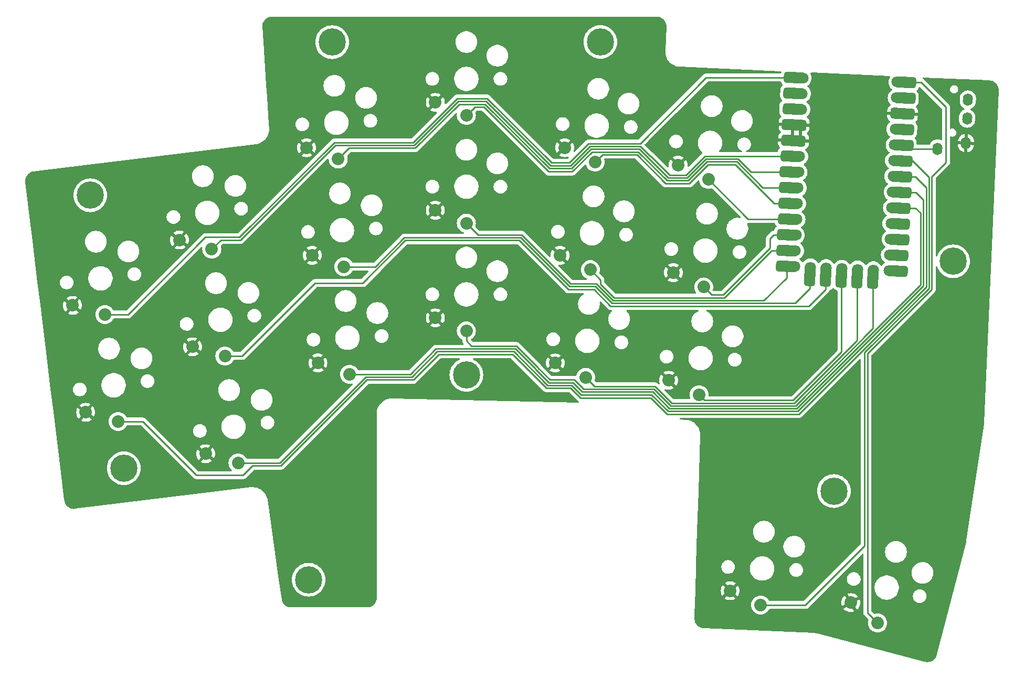
<source format=gtl>
G04 #@! TF.GenerationSoftware,KiCad,Pcbnew,8.0.5-dirty*
G04 #@! TF.CreationDate,2024-10-14T15:47:28+03:00*
G04 #@! TF.ProjectId,Kivipallur_left,4b697669-7061-46c6-9c75-725f6c656674,1*
G04 #@! TF.SameCoordinates,Original*
G04 #@! TF.FileFunction,Copper,L1,Top*
G04 #@! TF.FilePolarity,Positive*
%FSLAX46Y46*%
G04 Gerber Fmt 4.6, Leading zero omitted, Abs format (unit mm)*
G04 Created by KiCad (PCBNEW 8.0.5-dirty) date 2024-10-14 15:47:28*
%MOMM*%
%LPD*%
G01*
G04 APERTURE LIST*
G04 Aperture macros list*
%AMRoundRect*
0 Rectangle with rounded corners*
0 $1 Rounding radius*
0 $2 $3 $4 $5 $6 $7 $8 $9 X,Y pos of 4 corners*
0 Add a 4 corners polygon primitive as box body*
4,1,4,$2,$3,$4,$5,$6,$7,$8,$9,$2,$3,0*
0 Add four circle primitives for the rounded corners*
1,1,$1+$1,$2,$3*
1,1,$1+$1,$4,$5*
1,1,$1+$1,$6,$7*
1,1,$1+$1,$8,$9*
0 Add four rect primitives between the rounded corners*
20,1,$1+$1,$2,$3,$4,$5,0*
20,1,$1+$1,$4,$5,$6,$7,0*
20,1,$1+$1,$6,$7,$8,$9,0*
20,1,$1+$1,$8,$9,$2,$3,0*%
%AMHorizOval*
0 Thick line with rounded ends*
0 $1 width*
0 $2 $3 position (X,Y) of the first rounded end (center of the circle)*
0 $4 $5 position (X,Y) of the second rounded end (center of the circle)*
0 Add line between two ends*
20,1,$1,$2,$3,$4,$5,0*
0 Add two circle primitives to create the rounded ends*
1,1,$1,$2,$3*
1,1,$1,$4,$5*%
G04 Aperture macros list end*
G04 #@! TA.AperFunction,ComponentPad*
%ADD10C,4.400000*%
G04 #@! TD*
G04 #@! TA.AperFunction,ComponentPad*
%ADD11C,2.032000*%
G04 #@! TD*
G04 #@! TA.AperFunction,ComponentPad*
%ADD12HorizOval,1.600000X-0.008724X-0.199810X0.008724X0.199810X0*%
G04 #@! TD*
G04 #@! TA.AperFunction,SMDPad,CuDef*
%ADD13RoundRect,0.450000X-1.318391X-0.392866X1.279134X-0.506277X1.318391X0.392866X-1.279134X0.506277X0*%
G04 #@! TD*
G04 #@! TA.AperFunction,ComponentPad*
%ADD14C,1.800000*%
G04 #@! TD*
G04 #@! TA.AperFunction,ComponentPad*
%ADD15RoundRect,0.450000X-0.469200X-0.429943X0.429943X-0.469200X0.469200X0.429943X-0.429943X0.469200X0*%
G04 #@! TD*
G04 #@! TA.AperFunction,SMDPad,CuDef*
%ADD16RoundRect,0.450000X0.392866X-1.318391X0.506277X1.279134X-0.392866X1.318391X-0.506277X-1.279134X0*%
G04 #@! TD*
G04 #@! TA.AperFunction,SMDPad,CuDef*
%ADD17RoundRect,0.450000X1.318391X0.392866X-1.279134X0.506277X-1.318391X-0.392866X1.279134X-0.506277X0*%
G04 #@! TD*
G04 #@! TA.AperFunction,ViaPad*
%ADD18C,0.800000*%
G04 #@! TD*
G04 #@! TA.AperFunction,Conductor*
%ADD19C,0.250000*%
G04 #@! TD*
G04 APERTURE END LIST*
D10*
X75164907Y-111092323D03*
D11*
X149669741Y-96417585D03*
X144766100Y-94101486D03*
X151187696Y-61650707D03*
X146284055Y-59334608D03*
D10*
X130427095Y-96023200D03*
D11*
X150428719Y-79034146D03*
X145525078Y-76718047D03*
X110665972Y-78551289D03*
X105562919Y-76715847D03*
X72118173Y-86278669D03*
X66899517Y-84803669D03*
X168723967Y-81834839D03*
X163820326Y-79518740D03*
X177892890Y-133183655D03*
X172989249Y-130867556D03*
X74238700Y-103548972D03*
X69020044Y-102073972D03*
X109755326Y-61175135D03*
X104652273Y-59339693D03*
D12*
X211200000Y-54600000D03*
X211330858Y-51602855D03*
X206381919Y-59494496D03*
X211025522Y-58596192D03*
D13*
X183297853Y-50554211D03*
D14*
X184596615Y-50610917D03*
D13*
X183187059Y-53091794D03*
D14*
X184485822Y-53148499D03*
D13*
X183076266Y-55629376D03*
D15*
X184375029Y-55686082D03*
D13*
X182965473Y-58166959D03*
D15*
X184264236Y-58223664D03*
D13*
X182854680Y-60704541D03*
D14*
X184153442Y-60761247D03*
D13*
X182743886Y-63242124D03*
D14*
X184042649Y-63298829D03*
D13*
X182633093Y-65779706D03*
D14*
X183931856Y-65836412D03*
D13*
X182522300Y-68317289D03*
D14*
X183821063Y-68373994D03*
D13*
X182411507Y-70854871D03*
D14*
X183710269Y-70911576D03*
D13*
X182300715Y-73392454D03*
D14*
X183599476Y-73449159D03*
D13*
X182189920Y-75930036D03*
D14*
X183488683Y-75986741D03*
D13*
X182079127Y-78467619D03*
D14*
X183377890Y-78524324D03*
X199822110Y-51275676D03*
D13*
X201120873Y-51332381D03*
D15*
X199711317Y-53813259D03*
D13*
X201010080Y-53869964D03*
D14*
X199600524Y-56350841D03*
D13*
X200899285Y-56407546D03*
D14*
X199489731Y-58888424D03*
D13*
X200788493Y-58945129D03*
D14*
X199378937Y-61426006D03*
D13*
X200677700Y-61482711D03*
D14*
X199268144Y-63963588D03*
D13*
X200566907Y-64020294D03*
D14*
X199157351Y-66501171D03*
D13*
X200456114Y-66557876D03*
D14*
X199046558Y-69038753D03*
D13*
X200345320Y-69095459D03*
D14*
X198935764Y-71576336D03*
D13*
X200234527Y-71633041D03*
D14*
X198824971Y-74113918D03*
D13*
X200123734Y-74170624D03*
D14*
X198714178Y-76651501D03*
D13*
X200012941Y-76708206D03*
D14*
X198603385Y-79189083D03*
D13*
X199902147Y-79245789D03*
D14*
X185915472Y-78635117D03*
D16*
X185858767Y-79933880D03*
D14*
X188453055Y-78745910D03*
D16*
X188396349Y-80044673D03*
D14*
X190990637Y-78856704D03*
D16*
X190933932Y-80155466D03*
D14*
X193528220Y-78967497D03*
D16*
X193471514Y-80266260D03*
D14*
X196065802Y-79078290D03*
D16*
X196009097Y-80377053D03*
D14*
X199932904Y-48738094D03*
D17*
X201231666Y-48794799D03*
D13*
X183408646Y-48016629D03*
D14*
X184707409Y-48073334D03*
D11*
X89357320Y-75698885D03*
X84138664Y-74223885D03*
D10*
X152033912Y-42269171D03*
D11*
X167964990Y-99218278D03*
X163061349Y-96902179D03*
X91477847Y-92969188D03*
X86259191Y-91494188D03*
X196757814Y-136080359D03*
X192442874Y-132795349D03*
D10*
X69753908Y-67023274D03*
D11*
X130427095Y-88923200D03*
X125427095Y-86823200D03*
D10*
X104980863Y-129092845D03*
D11*
X93598373Y-110239491D03*
X88379717Y-108764491D03*
D10*
X108766176Y-42301037D03*
X208943250Y-77685230D03*
D11*
X130427095Y-54123200D03*
X125427095Y-52023200D03*
X111576617Y-95927443D03*
X106473564Y-94092001D03*
D10*
X189706827Y-114781456D03*
D11*
X169482945Y-64451400D03*
X164579304Y-62135301D03*
X130427095Y-71523200D03*
X125427095Y-69423200D03*
D18*
X61600000Y-65700000D03*
X192500000Y-97500000D03*
X170700000Y-104600000D03*
X64700000Y-89400000D03*
X207300000Y-65900000D03*
X204500000Y-56200000D03*
X102600000Y-119500000D03*
X140500000Y-99000000D03*
X197600000Y-93100000D03*
X69000000Y-115100000D03*
D19*
X201337860Y-59494496D02*
X200788493Y-58945129D01*
X206381919Y-59494496D02*
X201337860Y-59494496D01*
X183795265Y-53700000D02*
X183187059Y-53091794D01*
X150140812Y-58650000D02*
X158450000Y-58650000D01*
X121800000Y-58500000D02*
X128900000Y-51400000D01*
X144154594Y-61745406D02*
X147045406Y-61745406D01*
X88300000Y-73800000D02*
X93800000Y-73800000D01*
X147045406Y-61745406D02*
X150140812Y-58650000D01*
X158450000Y-58650000D02*
X169083371Y-48016629D01*
X72118173Y-86278669D02*
X75821331Y-86278669D01*
X75821331Y-86278669D02*
X88300000Y-73800000D01*
X93800000Y-73800000D02*
X109100000Y-58500000D01*
X133809188Y-51400000D02*
X144154594Y-61745406D01*
X109100000Y-58500000D02*
X121800000Y-58500000D01*
X169083371Y-48016629D02*
X183408646Y-48016629D01*
X128900000Y-51400000D02*
X133809188Y-51400000D01*
X202820294Y-64020294D02*
X200566907Y-64020294D01*
X100524349Y-110689491D02*
X100606920Y-110606920D01*
X94400000Y-112200000D02*
X95910509Y-110689491D01*
X100606920Y-110606920D02*
X114386396Y-96827443D01*
X137890812Y-92700000D02*
X143349974Y-98159162D01*
X86900000Y-112200000D02*
X94400000Y-112200000D01*
X78248972Y-103548972D02*
X86900000Y-112200000D01*
X204600000Y-81836396D02*
X204600000Y-65800000D01*
X114386396Y-96827443D02*
X121872557Y-96827443D01*
X143349974Y-98159162D02*
X147240839Y-98159162D01*
X148804469Y-99722792D02*
X160177208Y-99722792D01*
X147240839Y-98159162D02*
X148804469Y-99722792D01*
X184077118Y-102359278D02*
X204600000Y-81836396D01*
X95910509Y-110689491D02*
X100524349Y-110689491D01*
X204600000Y-65800000D02*
X202820294Y-64020294D01*
X74238700Y-103548972D02*
X78248972Y-103548972D01*
X121872557Y-96827443D02*
X126000000Y-92700000D01*
X160177208Y-99722792D02*
X162813694Y-102359278D01*
X162813694Y-102359278D02*
X184077118Y-102359278D01*
X126000000Y-92700000D02*
X137890812Y-92700000D01*
X158500000Y-59100000D02*
X160104541Y-60704541D01*
X150327208Y-59100000D02*
X158500000Y-59100000D01*
X89357320Y-75698885D02*
X90806205Y-74250000D01*
X90806205Y-74250000D02*
X93986396Y-74250000D01*
X160104541Y-60704541D02*
X160200000Y-60704541D01*
X121986396Y-58950000D02*
X129086396Y-51850000D01*
X129086396Y-51850000D02*
X133622792Y-51850000D01*
X168886271Y-60704541D02*
X182854680Y-60704541D01*
X165840812Y-63750000D02*
X168886271Y-60704541D01*
X109286396Y-58950000D02*
X121986396Y-58950000D01*
X147213604Y-62213604D02*
X150327208Y-59100000D01*
X163245459Y-63750000D02*
X165840812Y-63750000D01*
X160200000Y-60704541D02*
X163245459Y-63750000D01*
X133622792Y-51850000D02*
X143986396Y-62213604D01*
X93986396Y-74250000D02*
X109286396Y-58950000D01*
X143986396Y-62213604D02*
X147213604Y-62213604D01*
X188400000Y-81799990D02*
X188400000Y-82200000D01*
X153700000Y-84900000D02*
X151000000Y-82200000D01*
X151000000Y-82200000D02*
X146863604Y-82200000D01*
X138963604Y-74300000D02*
X120600000Y-74300000D01*
X185700000Y-84900000D02*
X153700000Y-84900000D01*
X188400000Y-82200000D02*
X185700000Y-84900000D01*
X106000000Y-81200000D02*
X94230812Y-92969188D01*
X120600000Y-74300000D02*
X113700000Y-81200000D01*
X188396349Y-81796339D02*
X188400000Y-81799990D01*
X146863604Y-82200000D02*
X138963604Y-74300000D01*
X113700000Y-81200000D02*
X106000000Y-81200000D01*
X94230812Y-92969188D02*
X91477847Y-92969188D01*
X188396349Y-80044673D02*
X188396349Y-81796339D01*
X183890722Y-101909278D02*
X204150000Y-81650000D01*
X160309010Y-99218198D02*
X163000090Y-101909278D01*
X147427235Y-97709162D02*
X148936271Y-99218198D01*
X114200000Y-96377443D02*
X121622557Y-96377443D01*
X202957876Y-66557876D02*
X200456114Y-66557876D01*
X143536370Y-97709162D02*
X147427235Y-97709162D01*
X100337952Y-110239491D02*
X114200000Y-96377443D01*
X163000090Y-101909278D02*
X183890722Y-101909278D01*
X138077208Y-92250000D02*
X143536370Y-97709162D01*
X148936271Y-99218198D02*
X160309010Y-99218198D01*
X204150000Y-81650000D02*
X204150000Y-67750000D01*
X204150000Y-67750000D02*
X202957876Y-66557876D01*
X93598373Y-110239491D02*
X100337952Y-110239491D01*
X125750000Y-92250000D02*
X138077208Y-92250000D01*
X121622557Y-96377443D02*
X125750000Y-92250000D01*
X129272792Y-52300000D02*
X133436396Y-52300000D01*
X166027208Y-64200000D02*
X169072667Y-61154541D01*
X147381802Y-62681802D02*
X150513604Y-59550000D01*
X162963604Y-64200000D02*
X166027208Y-64200000D01*
X143818198Y-62681802D02*
X147381802Y-62681802D01*
X150513604Y-59550000D02*
X158313604Y-59550000D01*
X176314916Y-63242124D02*
X182743886Y-63242124D01*
X109755326Y-61175135D02*
X111530461Y-59400000D01*
X133436396Y-52300000D02*
X143818198Y-62681802D01*
X111530461Y-59400000D02*
X122172792Y-59400000D01*
X169072667Y-61154541D02*
X174227333Y-61154541D01*
X122172792Y-59400000D02*
X129272792Y-52300000D01*
X174227333Y-61154541D02*
X176314916Y-63242124D01*
X158313604Y-59550000D02*
X162963604Y-64200000D01*
X185858767Y-82041233D02*
X185858767Y-79933880D01*
X153886396Y-84450000D02*
X183450000Y-84450000D01*
X147050000Y-81750000D02*
X151186396Y-81750000D01*
X110665972Y-78551289D02*
X115712315Y-78551289D01*
X115712315Y-78551289D02*
X120413604Y-73850000D01*
X120413604Y-73850000D02*
X139150000Y-73850000D01*
X151186396Y-81750000D02*
X153886396Y-84450000D01*
X183450000Y-84450000D02*
X185858767Y-82041233D01*
X139150000Y-73850000D02*
X147050000Y-81750000D01*
X202895459Y-69095459D02*
X200345320Y-69095459D01*
X143722766Y-97259162D02*
X147613631Y-97259162D01*
X203700000Y-69900000D02*
X202895459Y-69095459D01*
X203700000Y-81463604D02*
X203700000Y-69900000D01*
X121372557Y-95927443D02*
X125500000Y-91800000D01*
X149122667Y-98768198D02*
X160495406Y-98768198D01*
X125500000Y-91800000D02*
X138300000Y-91800000D01*
X111576617Y-95927443D02*
X121372557Y-95927443D01*
X183704326Y-101459278D02*
X203700000Y-81463604D01*
X141550000Y-95050000D02*
X141550000Y-95086396D01*
X147613631Y-97259162D02*
X149122667Y-98768198D01*
X160495406Y-98768198D02*
X163186486Y-101459278D01*
X141550000Y-95086396D02*
X143722766Y-97259162D01*
X138300000Y-91800000D02*
X141550000Y-95050000D01*
X163186486Y-101459278D02*
X183704326Y-101459278D01*
X169259063Y-61604541D02*
X174040937Y-61604541D01*
X147500000Y-63200000D02*
X150700000Y-60000000D01*
X174040937Y-61604541D02*
X178216102Y-65779706D01*
X130427095Y-54123200D02*
X131800295Y-52750000D01*
X166213604Y-64650000D02*
X169259063Y-61604541D01*
X133250000Y-52750000D02*
X143700000Y-63200000D01*
X178216102Y-65779706D02*
X182633093Y-65779706D01*
X158127208Y-60000000D02*
X162777208Y-64650000D01*
X150700000Y-60000000D02*
X158127208Y-60000000D01*
X131800295Y-52750000D02*
X133250000Y-52750000D01*
X143700000Y-63200000D02*
X147500000Y-63200000D01*
X162777208Y-64650000D02*
X166213604Y-64650000D01*
X178400000Y-84000000D02*
X182079127Y-80320873D01*
X139336396Y-73400000D02*
X147236396Y-81300000D01*
X132303895Y-73400000D02*
X139336396Y-73400000D01*
X147236396Y-81300000D02*
X151372792Y-81300000D01*
X182079127Y-80320873D02*
X182079127Y-78467619D01*
X130427095Y-71523200D02*
X132303895Y-73400000D01*
X151372792Y-81300000D02*
X154072792Y-84000000D01*
X154072792Y-84000000D02*
X178400000Y-84000000D01*
X149309063Y-98318198D02*
X160681802Y-98318198D01*
X163372882Y-101009278D02*
X183517930Y-101009278D01*
X143909162Y-96809162D02*
X147800027Y-96809162D01*
X130427095Y-90527095D02*
X131250000Y-91350000D01*
X147800027Y-96809162D02*
X149309063Y-98318198D01*
X138486396Y-91350000D02*
X142000000Y-94863604D01*
X131250000Y-91350000D02*
X138486396Y-91350000D01*
X142000000Y-94863604D02*
X142000000Y-94900000D01*
X160681802Y-98318198D02*
X163372882Y-101009278D01*
X142000000Y-94900000D02*
X143909162Y-96809162D01*
X130427095Y-88923200D02*
X130427095Y-90527095D01*
X183517930Y-101009278D02*
X196009097Y-88518111D01*
X196009097Y-88518111D02*
X196009097Y-80377053D01*
X152388403Y-60450000D02*
X157940812Y-60450000D01*
X151187696Y-61650707D02*
X152388403Y-60450000D01*
X180117289Y-68317289D02*
X182522300Y-68317289D01*
X157940812Y-60450000D02*
X162590812Y-65100000D01*
X173854541Y-62054541D02*
X180117289Y-68317289D01*
X166400000Y-65100000D02*
X169445459Y-62054541D01*
X169445459Y-62054541D02*
X173854541Y-62054541D01*
X162590812Y-65100000D02*
X166400000Y-65100000D01*
X150428719Y-79034146D02*
X152054594Y-80660021D01*
X152054594Y-80660021D02*
X152054594Y-81345406D01*
X152054594Y-81345406D02*
X154259188Y-83550000D01*
X154259188Y-83550000D02*
X172050000Y-83550000D01*
X172050000Y-83550000D02*
X179669964Y-75930036D01*
X179669964Y-75930036D02*
X182189920Y-75930036D01*
X163559278Y-100559278D02*
X183331534Y-100559278D01*
X183331534Y-100559278D02*
X193471514Y-90419298D01*
X160868198Y-97868198D02*
X163559278Y-100559278D01*
X151120354Y-97868198D02*
X160868198Y-97868198D01*
X193471514Y-90419298D02*
X193471514Y-80266260D01*
X149669741Y-96417585D02*
X151120354Y-97868198D01*
X175886416Y-70854871D02*
X182411507Y-70854871D01*
X169482945Y-64451400D02*
X175886416Y-70854871D01*
X168723967Y-81834839D02*
X169989128Y-83100000D01*
X180007546Y-73392454D02*
X182300714Y-73392454D01*
X179400000Y-74000000D02*
X180007546Y-73392454D01*
X179400000Y-75563604D02*
X179400000Y-74000000D01*
X171863604Y-83100000D02*
X179400000Y-75563604D01*
X169989128Y-83100000D02*
X171863604Y-83100000D01*
X190933932Y-92320484D02*
X190933932Y-80155466D01*
X183145138Y-100109278D02*
X190933932Y-92320484D01*
X167964990Y-99218278D02*
X168855990Y-100109278D01*
X168855990Y-100109278D02*
X183145138Y-100109278D01*
X205050000Y-82022792D02*
X194668198Y-92404594D01*
X185116345Y-133183655D02*
X177892890Y-133183655D01*
X200677700Y-61482711D02*
X202429366Y-61482711D01*
X194668198Y-92404594D02*
X194668198Y-123631802D01*
X202429366Y-61482711D02*
X205050000Y-64103345D01*
X205050000Y-64103345D02*
X205050000Y-82022792D01*
X194668198Y-123631802D02*
X185116345Y-133183655D01*
X205500000Y-82209188D02*
X205500000Y-64000000D01*
X205500000Y-64000000D02*
X207800000Y-61700000D01*
X207800000Y-52800000D02*
X203794799Y-48794799D01*
X203794799Y-48794799D02*
X201231666Y-48794799D01*
X207800000Y-61700000D02*
X207800000Y-52800000D01*
X195118198Y-92590990D02*
X205500000Y-82209188D01*
X196757814Y-136080359D02*
X195118198Y-134440743D01*
X195118198Y-134440743D02*
X195118198Y-92590990D01*
G04 #@! TA.AperFunction,Conductor*
G36*
X214753728Y-48461363D02*
G01*
X214753769Y-48461369D01*
X214769771Y-48462067D01*
X214819038Y-48464217D01*
X214827827Y-48464915D01*
X215034262Y-48488763D01*
X215051645Y-48492041D01*
X215102575Y-48505471D01*
X215248267Y-48543888D01*
X215265009Y-48549607D01*
X215302503Y-48565487D01*
X215452256Y-48628911D01*
X215468015Y-48636956D01*
X215642065Y-48742099D01*
X215656512Y-48752300D01*
X215813835Y-48881149D01*
X215826683Y-48893303D01*
X215897619Y-48970716D01*
X215964059Y-49043222D01*
X215975051Y-49057086D01*
X216089690Y-49225028D01*
X216098597Y-49240314D01*
X216188173Y-49422868D01*
X216194811Y-49439261D01*
X216257496Y-49632713D01*
X216261734Y-49649885D01*
X216296248Y-49850282D01*
X216297999Y-49867888D01*
X216303760Y-50075465D01*
X216303690Y-50084315D01*
X216300899Y-50148221D01*
X216300899Y-50148228D01*
X213962499Y-103706438D01*
X213962499Y-103706443D01*
X213961862Y-103721018D01*
X213961746Y-103723212D01*
X213958567Y-103774925D01*
X213958219Y-103779320D01*
X213953312Y-103829775D01*
X213952807Y-103834158D01*
X213945963Y-103885496D01*
X213945653Y-103887673D01*
X213943022Y-103905046D01*
X213936941Y-103945207D01*
X213936941Y-103945208D01*
X211091832Y-122733715D01*
X211091830Y-122733721D01*
X211091831Y-122733722D01*
X211083808Y-122786702D01*
X211083472Y-122788800D01*
X211075156Y-122838005D01*
X211074377Y-122842179D01*
X211067767Y-122874505D01*
X211065160Y-122887262D01*
X211064599Y-122890004D01*
X211063676Y-122894155D01*
X211051989Y-122942761D01*
X211051476Y-122944817D01*
X211038944Y-122993279D01*
X211038943Y-122993281D01*
X206336458Y-141176444D01*
X206336457Y-141176448D01*
X206322717Y-141229570D01*
X206320193Y-141238066D01*
X206253816Y-141435324D01*
X206246978Y-141451674D01*
X206155162Y-141633487D01*
X206146064Y-141648694D01*
X206029276Y-141815553D01*
X206018102Y-141829308D01*
X205878720Y-141977816D01*
X205865700Y-141989839D01*
X205706561Y-142116968D01*
X205691961Y-142127010D01*
X205516331Y-142230154D01*
X205500446Y-142238014D01*
X205311913Y-142315064D01*
X205295072Y-142320579D01*
X205097474Y-142369969D01*
X205080018Y-142373027D01*
X204877396Y-142393745D01*
X204859683Y-142394283D01*
X204656182Y-142385906D01*
X204638573Y-142383914D01*
X204536793Y-142364953D01*
X204433269Y-142345668D01*
X204424627Y-142343736D01*
X204392973Y-142335461D01*
X204372214Y-142330035D01*
X204372213Y-142330035D01*
X204364543Y-142328030D01*
X204364528Y-142328027D01*
X204327799Y-142318426D01*
X187060912Y-137804824D01*
X187060910Y-137804823D01*
X187044458Y-137800522D01*
X187044446Y-137800514D01*
X186955552Y-137777281D01*
X186955552Y-137777282D01*
X186938480Y-137772821D01*
X186938480Y-137772820D01*
X186938469Y-137772818D01*
X186919723Y-137767918D01*
X186919710Y-137767915D01*
X186749398Y-137736044D01*
X186749388Y-137736042D01*
X186749385Y-137736042D01*
X186749379Y-137736041D01*
X186749370Y-137736040D01*
X186577245Y-137716278D01*
X186560587Y-137715550D01*
X186557628Y-137715420D01*
X186557587Y-137715416D01*
X168701113Y-136935785D01*
X168692358Y-136935091D01*
X168487518Y-136911539D01*
X168470261Y-136908304D01*
X168275039Y-136857166D01*
X168258411Y-136851525D01*
X168072381Y-136773330D01*
X168056717Y-136765398D01*
X168027431Y-136747857D01*
X167883588Y-136661706D01*
X167869206Y-136651644D01*
X167712465Y-136524544D01*
X167699644Y-136512548D01*
X167562420Y-136364578D01*
X167551423Y-136350890D01*
X167436479Y-136185028D01*
X167427527Y-136169931D01*
X167337158Y-135989487D01*
X167330427Y-135973270D01*
X167286261Y-135841139D01*
X167266450Y-135781870D01*
X167262082Y-135764885D01*
X167225779Y-135566363D01*
X167223852Y-135548924D01*
X167215779Y-135342813D01*
X167215747Y-135334089D01*
X167217488Y-135279197D01*
X167217487Y-135279194D01*
X167217835Y-135268229D01*
X167217834Y-135268206D01*
X167231309Y-134843200D01*
X167357353Y-130867556D01*
X171468561Y-130867556D01*
X171487282Y-131105439D01*
X171542991Y-131337481D01*
X171634305Y-131557934D01*
X171717546Y-131693769D01*
X171717547Y-131693770D01*
X172389220Y-131078294D01*
X172426520Y-131168341D01*
X172496013Y-131272345D01*
X172584460Y-131360792D01*
X172688464Y-131430285D01*
X172727524Y-131446464D01*
X172054670Y-132063022D01*
X172054670Y-132063023D01*
X172095408Y-132097816D01*
X172095413Y-132097820D01*
X172298870Y-132222499D01*
X172519324Y-132313813D01*
X172519321Y-132313813D01*
X172751365Y-132369522D01*
X172989249Y-132388243D01*
X173227132Y-132369522D01*
X173459174Y-132313813D01*
X173679623Y-132222500D01*
X173815463Y-132139256D01*
X173199988Y-131467583D01*
X173290034Y-131430285D01*
X173394038Y-131360792D01*
X173482485Y-131272345D01*
X173551978Y-131168341D01*
X173568158Y-131129279D01*
X174184715Y-131802133D01*
X174184716Y-131802133D01*
X174219511Y-131761393D01*
X174344192Y-131557934D01*
X174435506Y-131337481D01*
X174491215Y-131105439D01*
X174509936Y-130867556D01*
X174491215Y-130629672D01*
X174435506Y-130397630D01*
X174344193Y-130177180D01*
X174260949Y-130041340D01*
X173589276Y-130656815D01*
X173551978Y-130566771D01*
X173482485Y-130462767D01*
X173394038Y-130374320D01*
X173290034Y-130304827D01*
X173250970Y-130288646D01*
X173923826Y-129672088D01*
X173923826Y-129672087D01*
X173883089Y-129637295D01*
X173883084Y-129637291D01*
X173679627Y-129512612D01*
X173459173Y-129421298D01*
X173459176Y-129421298D01*
X173227132Y-129365589D01*
X172989249Y-129346868D01*
X172751365Y-129365589D01*
X172519323Y-129421298D01*
X172298870Y-129512612D01*
X172163034Y-129595853D01*
X172163033Y-129595854D01*
X172778509Y-130267528D01*
X172688464Y-130304827D01*
X172584460Y-130374320D01*
X172496013Y-130462767D01*
X172426520Y-130566771D01*
X172410339Y-130605833D01*
X171793781Y-129932978D01*
X171758987Y-129973717D01*
X171758981Y-129973726D01*
X171634305Y-130177177D01*
X171542991Y-130397630D01*
X171487282Y-130629672D01*
X171468561Y-130867556D01*
X167357353Y-130867556D01*
X167481154Y-126962675D01*
X171554079Y-126962675D01*
X171554079Y-127136050D01*
X171581199Y-127307276D01*
X171634769Y-127472151D01*
X171634770Y-127472154D01*
X171707992Y-127615859D01*
X171713477Y-127626623D01*
X171815378Y-127766877D01*
X171937965Y-127889464D01*
X172078219Y-127991365D01*
X172153981Y-128029967D01*
X172232687Y-128070071D01*
X172232690Y-128070072D01*
X172315127Y-128096857D01*
X172397567Y-128123643D01*
X172476870Y-128136203D01*
X172568792Y-128150763D01*
X172568797Y-128150763D01*
X172742166Y-128150763D01*
X172825174Y-128137615D01*
X172913391Y-128123643D01*
X173078270Y-128070071D01*
X173232739Y-127991365D01*
X173372993Y-127889464D01*
X173495580Y-127766877D01*
X173597481Y-127626623D01*
X173676187Y-127472154D01*
X173729759Y-127307275D01*
X173744573Y-127213743D01*
X173753011Y-127160469D01*
X176185244Y-127160469D01*
X176185244Y-127418070D01*
X176218866Y-127673444D01*
X176285533Y-127922252D01*
X176384103Y-128160222D01*
X176384111Y-128160239D01*
X176512896Y-128383300D01*
X176512907Y-128383316D01*
X176669707Y-128587662D01*
X176669713Y-128587669D01*
X176851844Y-128769800D01*
X176851850Y-128769805D01*
X177056206Y-128926613D01*
X177056213Y-128926617D01*
X177279274Y-129055402D01*
X177279279Y-129055404D01*
X177279282Y-129055406D01*
X177279286Y-129055407D01*
X177279291Y-129055410D01*
X177314259Y-129069894D01*
X177517260Y-129153980D01*
X177766069Y-129220648D01*
X178021451Y-129254270D01*
X178021458Y-129254270D01*
X178279030Y-129254270D01*
X178279037Y-129254270D01*
X178534419Y-129220648D01*
X178783228Y-129153980D01*
X179021206Y-129055406D01*
X179244282Y-128926613D01*
X179448638Y-128769805D01*
X179630779Y-128587664D01*
X179787587Y-128383308D01*
X179916380Y-128160232D01*
X180014954Y-127922254D01*
X180081622Y-127673445D01*
X180112028Y-127442489D01*
X182543609Y-127442489D01*
X182543609Y-127615864D01*
X182570729Y-127787090D01*
X182624299Y-127951965D01*
X182624300Y-127951968D01*
X182684478Y-128070072D01*
X182703007Y-128106437D01*
X182804908Y-128246691D01*
X182927495Y-128369278D01*
X183067749Y-128471179D01*
X183131334Y-128503577D01*
X183222217Y-128549885D01*
X183222220Y-128549886D01*
X183279220Y-128568406D01*
X183387097Y-128603457D01*
X183466400Y-128616017D01*
X183558322Y-128630577D01*
X183558327Y-128630577D01*
X183731696Y-128630577D01*
X183814704Y-128617429D01*
X183902921Y-128603457D01*
X184067800Y-128549885D01*
X184222269Y-128471179D01*
X184362523Y-128369278D01*
X184485110Y-128246691D01*
X184587011Y-128106437D01*
X184665717Y-127951968D01*
X184719289Y-127787089D01*
X184733261Y-127698872D01*
X184746409Y-127615864D01*
X184746409Y-127442489D01*
X184730631Y-127342879D01*
X184719289Y-127271265D01*
X184683292Y-127160477D01*
X184665718Y-127106388D01*
X184665717Y-127106385D01*
X184619162Y-127015016D01*
X184587011Y-126951917D01*
X184485110Y-126811663D01*
X184362523Y-126689076D01*
X184222269Y-126587175D01*
X184067800Y-126508468D01*
X184067797Y-126508467D01*
X183902922Y-126454897D01*
X183731696Y-126427777D01*
X183731691Y-126427777D01*
X183558327Y-126427777D01*
X183558322Y-126427777D01*
X183387095Y-126454897D01*
X183222220Y-126508467D01*
X183222217Y-126508468D01*
X183067748Y-126587175D01*
X183013525Y-126626571D01*
X182927495Y-126689076D01*
X182927493Y-126689078D01*
X182927492Y-126689078D01*
X182804910Y-126811660D01*
X182804910Y-126811661D01*
X182804908Y-126811663D01*
X182769994Y-126859718D01*
X182703007Y-126951916D01*
X182624300Y-127106385D01*
X182624299Y-127106388D01*
X182570729Y-127271263D01*
X182543609Y-127442489D01*
X180112028Y-127442489D01*
X180115244Y-127418063D01*
X180115244Y-127160477D01*
X180081622Y-126905095D01*
X180014954Y-126656286D01*
X179916380Y-126418308D01*
X179916378Y-126418305D01*
X179916376Y-126418300D01*
X179787591Y-126195239D01*
X179787587Y-126195232D01*
X179659767Y-126028654D01*
X179630780Y-125990877D01*
X179630774Y-125990870D01*
X179448643Y-125808739D01*
X179448636Y-125808733D01*
X179244290Y-125651933D01*
X179244288Y-125651931D01*
X179244282Y-125651927D01*
X179244277Y-125651924D01*
X179244274Y-125651922D01*
X179021213Y-125523137D01*
X179021196Y-125523129D01*
X178783226Y-125424559D01*
X178625487Y-125382293D01*
X178534419Y-125357892D01*
X178502496Y-125353689D01*
X178279044Y-125324270D01*
X178279037Y-125324270D01*
X178021451Y-125324270D01*
X178021443Y-125324270D01*
X177766069Y-125357892D01*
X177517261Y-125424559D01*
X177279291Y-125523129D01*
X177279274Y-125523137D01*
X177056213Y-125651922D01*
X177056197Y-125651933D01*
X176851851Y-125808733D01*
X176851844Y-125808739D01*
X176669713Y-125990870D01*
X176669707Y-125990877D01*
X176512907Y-126195223D01*
X176512896Y-126195239D01*
X176384111Y-126418300D01*
X176384103Y-126418317D01*
X176285533Y-126656287D01*
X176218866Y-126905095D01*
X176185244Y-127160469D01*
X173753011Y-127160469D01*
X173756879Y-127136050D01*
X173756879Y-126962675D01*
X173741101Y-126863065D01*
X173729759Y-126791451D01*
X173696496Y-126689076D01*
X173676188Y-126626574D01*
X173676187Y-126626571D01*
X173597480Y-126472102D01*
X173495580Y-126331849D01*
X173372993Y-126209262D01*
X173232739Y-126107361D01*
X173078270Y-126028654D01*
X173078267Y-126028653D01*
X172913392Y-125975083D01*
X172742166Y-125947963D01*
X172742161Y-125947963D01*
X172568797Y-125947963D01*
X172568792Y-125947963D01*
X172397565Y-125975083D01*
X172232690Y-126028653D01*
X172232687Y-126028654D01*
X172078218Y-126107361D01*
X171998198Y-126165499D01*
X171937965Y-126209262D01*
X171937963Y-126209264D01*
X171937962Y-126209264D01*
X171815380Y-126331846D01*
X171815380Y-126331847D01*
X171815378Y-126331849D01*
X171796154Y-126358309D01*
X171713477Y-126472102D01*
X171634770Y-126626571D01*
X171634769Y-126626574D01*
X171581199Y-126791449D01*
X171554079Y-126962675D01*
X167481154Y-126962675D01*
X167586300Y-123646194D01*
X181558558Y-123646194D01*
X181558558Y-123875677D01*
X181580709Y-124043922D01*
X181588510Y-124103174D01*
X181588511Y-124103176D01*
X181647900Y-124324823D01*
X181735708Y-124536812D01*
X181735715Y-124536826D01*
X181850450Y-124735553D01*
X181990139Y-124917597D01*
X181990147Y-124917606D01*
X182152388Y-125079847D01*
X182152396Y-125079854D01*
X182334440Y-125219543D01*
X182334443Y-125219544D01*
X182334446Y-125219547D01*
X182533170Y-125334280D01*
X182533175Y-125334282D01*
X182533181Y-125334285D01*
X182590174Y-125357892D01*
X182745171Y-125422094D01*
X182966820Y-125481484D01*
X183194324Y-125511436D01*
X183194331Y-125511436D01*
X183423785Y-125511436D01*
X183423792Y-125511436D01*
X183651296Y-125481484D01*
X183872945Y-125422094D01*
X184084946Y-125334280D01*
X184283670Y-125219547D01*
X184465719Y-125079855D01*
X184465723Y-125079850D01*
X184465728Y-125079847D01*
X184627969Y-124917606D01*
X184627972Y-124917601D01*
X184627977Y-124917597D01*
X184767669Y-124735548D01*
X184882402Y-124536824D01*
X184970216Y-124324823D01*
X185029606Y-124103174D01*
X185059558Y-123875670D01*
X185059558Y-123646202D01*
X185029606Y-123418698D01*
X184970216Y-123197049D01*
X184902869Y-123034460D01*
X184882407Y-122985059D01*
X184882404Y-122985053D01*
X184882402Y-122985048D01*
X184767669Y-122786324D01*
X184767666Y-122786321D01*
X184767665Y-122786318D01*
X184627976Y-122604274D01*
X184627969Y-122604266D01*
X184465728Y-122442025D01*
X184465719Y-122442017D01*
X184283675Y-122302328D01*
X184084948Y-122187593D01*
X184084934Y-122187586D01*
X183872945Y-122099778D01*
X183651296Y-122040388D01*
X183613273Y-122035382D01*
X183423799Y-122010436D01*
X183423792Y-122010436D01*
X183194324Y-122010436D01*
X183194316Y-122010436D01*
X182977773Y-122038945D01*
X182966820Y-122040388D01*
X182873134Y-122065490D01*
X182745170Y-122099778D01*
X182533181Y-122187586D01*
X182533167Y-122187593D01*
X182334440Y-122302328D01*
X182152396Y-122442017D01*
X181990139Y-122604274D01*
X181850450Y-122786318D01*
X181735715Y-122985045D01*
X181735708Y-122985059D01*
X181647900Y-123197048D01*
X181588511Y-123418695D01*
X181588509Y-123418706D01*
X181558558Y-123646194D01*
X167586300Y-123646194D01*
X167662898Y-121230191D01*
X176659279Y-121230191D01*
X176659279Y-121459674D01*
X176684225Y-121649148D01*
X176689231Y-121687171D01*
X176689232Y-121687173D01*
X176748621Y-121908820D01*
X176836429Y-122120809D01*
X176836436Y-122120823D01*
X176951171Y-122319550D01*
X177090860Y-122501594D01*
X177090868Y-122501603D01*
X177253109Y-122663844D01*
X177253117Y-122663851D01*
X177435161Y-122803540D01*
X177435164Y-122803541D01*
X177435167Y-122803544D01*
X177633891Y-122918277D01*
X177633896Y-122918279D01*
X177633902Y-122918282D01*
X177697964Y-122944817D01*
X177845892Y-123006091D01*
X178067541Y-123065481D01*
X178295045Y-123095433D01*
X178295052Y-123095433D01*
X178524506Y-123095433D01*
X178524513Y-123095433D01*
X178752017Y-123065481D01*
X178973666Y-123006091D01*
X179185667Y-122918277D01*
X179384391Y-122803544D01*
X179566440Y-122663852D01*
X179566444Y-122663847D01*
X179566449Y-122663844D01*
X179728690Y-122501603D01*
X179728693Y-122501598D01*
X179728698Y-122501594D01*
X179868390Y-122319545D01*
X179983123Y-122120821D01*
X180070937Y-121908820D01*
X180130327Y-121687171D01*
X180160279Y-121459667D01*
X180160279Y-121230199D01*
X180130327Y-121002695D01*
X180070937Y-120781046D01*
X179983123Y-120569045D01*
X179868390Y-120370321D01*
X179868387Y-120370318D01*
X179868386Y-120370315D01*
X179728697Y-120188271D01*
X179728690Y-120188263D01*
X179566449Y-120026022D01*
X179566440Y-120026014D01*
X179384396Y-119886325D01*
X179185669Y-119771590D01*
X179185655Y-119771583D01*
X178973666Y-119683775D01*
X178752017Y-119624385D01*
X178713994Y-119619379D01*
X178524520Y-119594433D01*
X178524513Y-119594433D01*
X178295045Y-119594433D01*
X178295037Y-119594433D01*
X178078494Y-119622942D01*
X178067541Y-119624385D01*
X177973855Y-119649487D01*
X177845891Y-119683775D01*
X177633902Y-119771583D01*
X177633888Y-119771590D01*
X177435161Y-119886325D01*
X177253117Y-120026014D01*
X177090860Y-120188271D01*
X176951171Y-120370315D01*
X176836436Y-120569042D01*
X176836429Y-120569056D01*
X176748621Y-120781045D01*
X176689232Y-121002692D01*
X176689230Y-121002703D01*
X176659279Y-121230191D01*
X167662898Y-121230191D01*
X167867350Y-114781456D01*
X186993376Y-114781456D01*
X187013159Y-115108520D01*
X187013159Y-115108525D01*
X187013160Y-115108526D01*
X187072224Y-115430827D01*
X187072225Y-115430831D01*
X187072226Y-115430835D01*
X187169699Y-115743640D01*
X187169703Y-115743652D01*
X187169706Y-115743659D01*
X187269878Y-115966232D01*
X187304185Y-116042460D01*
X187473700Y-116322871D01*
X187675782Y-116580810D01*
X187907472Y-116812500D01*
X187907476Y-116812503D01*
X188165411Y-117014582D01*
X188445823Y-117184098D01*
X188744624Y-117318577D01*
X188744637Y-117318581D01*
X188744642Y-117318583D01*
X188952803Y-117383448D01*
X189057456Y-117416059D01*
X189379757Y-117475123D01*
X189706827Y-117494907D01*
X190033897Y-117475123D01*
X190356198Y-117416059D01*
X190669030Y-117318577D01*
X190967831Y-117184098D01*
X191248243Y-117014582D01*
X191506178Y-116812503D01*
X191737874Y-116580807D01*
X191939953Y-116322872D01*
X192109469Y-116042460D01*
X192243948Y-115743659D01*
X192341430Y-115430827D01*
X192400494Y-115108526D01*
X192420278Y-114781456D01*
X192400494Y-114454386D01*
X192341430Y-114132085D01*
X192243948Y-113819253D01*
X192109469Y-113520452D01*
X191939953Y-113240040D01*
X191737874Y-112982105D01*
X191737871Y-112982101D01*
X191506181Y-112750411D01*
X191248242Y-112548329D01*
X190967831Y-112378814D01*
X190911201Y-112353327D01*
X190669030Y-112244335D01*
X190669023Y-112244332D01*
X190669011Y-112244328D01*
X190356206Y-112146855D01*
X190356202Y-112146854D01*
X190356198Y-112146853D01*
X190033897Y-112087789D01*
X190033896Y-112087788D01*
X190033891Y-112087788D01*
X189706827Y-112068005D01*
X189379762Y-112087788D01*
X189379757Y-112087789D01*
X189057456Y-112146853D01*
X189057453Y-112146853D01*
X189057447Y-112146855D01*
X188744642Y-112244328D01*
X188744626Y-112244334D01*
X188744624Y-112244335D01*
X188613870Y-112303182D01*
X188445822Y-112378814D01*
X188165411Y-112548329D01*
X187907472Y-112750411D01*
X187675782Y-112982101D01*
X187473700Y-113240040D01*
X187304185Y-113520451D01*
X187304185Y-113520452D01*
X187175773Y-113805774D01*
X187169705Y-113819256D01*
X187169699Y-113819271D01*
X187072226Y-114132076D01*
X187072224Y-114132082D01*
X187072224Y-114132085D01*
X187024541Y-114392277D01*
X187013159Y-114454391D01*
X186993376Y-114781456D01*
X167867350Y-114781456D01*
X168152895Y-105774895D01*
X168152901Y-105774895D01*
X168152896Y-105774844D01*
X168156705Y-105656417D01*
X168130784Y-105363357D01*
X168093588Y-105187233D01*
X168069993Y-105075506D01*
X168069992Y-105075503D01*
X167975202Y-104796988D01*
X167847776Y-104531813D01*
X167689543Y-104283784D01*
X167502777Y-104056465D01*
X167402267Y-103960339D01*
X167290160Y-103853121D01*
X167054754Y-103676676D01*
X167054747Y-103676671D01*
X166799916Y-103529650D01*
X166759769Y-103512516D01*
X166529318Y-103414165D01*
X166529315Y-103414164D01*
X166529307Y-103414161D01*
X166246864Y-103331882D01*
X166246839Y-103331876D01*
X165956593Y-103283979D01*
X165956586Y-103283978D01*
X165956579Y-103283977D01*
X165956573Y-103283976D01*
X165956567Y-103283976D01*
X165811502Y-103277707D01*
X165811483Y-103277700D01*
X165811448Y-103277705D01*
X164962975Y-103240659D01*
X164896859Y-103218070D01*
X164853451Y-103163320D01*
X164846534Y-103093794D01*
X164878303Y-103031565D01*
X164938673Y-102996390D01*
X164968385Y-102992778D01*
X184139513Y-102992778D01*
X184139514Y-102992777D01*
X184261903Y-102968433D01*
X184377193Y-102920678D01*
X184480951Y-102851349D01*
X193823017Y-93509283D01*
X193884340Y-93475798D01*
X193954032Y-93480782D01*
X194009965Y-93522654D01*
X194034382Y-93588118D01*
X194034698Y-93596964D01*
X194034698Y-123318036D01*
X194015013Y-123385075D01*
X193998379Y-123405717D01*
X184890260Y-132513836D01*
X184828937Y-132547321D01*
X184802579Y-132550155D01*
X179362101Y-132550155D01*
X179295062Y-132530470D01*
X179256374Y-132490945D01*
X179130052Y-132284808D01*
X179130048Y-132284803D01*
X179044596Y-132184752D01*
X178974208Y-132102337D01*
X178858238Y-132003290D01*
X178791741Y-131946496D01*
X178791736Y-131946492D01*
X178587138Y-131821114D01*
X178587135Y-131821112D01*
X178365443Y-131729285D01*
X178132108Y-131673267D01*
X178132109Y-131673267D01*
X177892890Y-131654441D01*
X177653670Y-131673267D01*
X177420336Y-131729285D01*
X177420335Y-131729285D01*
X177198644Y-131821112D01*
X177198641Y-131821114D01*
X176994043Y-131946492D01*
X176994038Y-131946496D01*
X176811572Y-132102337D01*
X176655731Y-132284803D01*
X176655727Y-132284808D01*
X176530349Y-132489406D01*
X176530347Y-132489409D01*
X176438520Y-132711100D01*
X176438520Y-132711101D01*
X176382502Y-132944435D01*
X176363676Y-133183655D01*
X176382502Y-133422874D01*
X176438520Y-133656208D01*
X176438520Y-133656209D01*
X176530347Y-133877900D01*
X176530349Y-133877903D01*
X176655727Y-134082501D01*
X176655731Y-134082506D01*
X176693713Y-134126977D01*
X176811572Y-134264973D01*
X176871360Y-134316036D01*
X176994038Y-134420813D01*
X176994043Y-134420817D01*
X177198641Y-134546195D01*
X177198644Y-134546197D01*
X177420336Y-134638024D01*
X177475019Y-134651152D01*
X177653668Y-134694042D01*
X177892890Y-134712869D01*
X178132112Y-134694042D01*
X178365443Y-134638024D01*
X178365444Y-134638024D01*
X178587135Y-134546197D01*
X178587136Y-134546196D01*
X178587139Y-134546195D01*
X178791739Y-134420815D01*
X178974208Y-134264973D01*
X179130050Y-134082504D01*
X179164916Y-134025609D01*
X179256374Y-133876365D01*
X179308186Y-133829490D01*
X179362101Y-133817155D01*
X185178740Y-133817155D01*
X185178741Y-133817154D01*
X185301130Y-133792810D01*
X185416420Y-133745055D01*
X185520178Y-133675726D01*
X186400555Y-132795349D01*
X190922186Y-132795349D01*
X190940907Y-133033232D01*
X190996615Y-133265270D01*
X190996616Y-133265273D01*
X191027195Y-133339098D01*
X191811675Y-132877003D01*
X191832277Y-132980572D01*
X191880145Y-133096134D01*
X191949638Y-133200138D01*
X192038085Y-133288585D01*
X192066203Y-133307372D01*
X191281360Y-133769681D01*
X191367585Y-133870637D01*
X191549033Y-134025609D01*
X191549038Y-134025613D01*
X191752495Y-134150292D01*
X191972949Y-134241606D01*
X191972946Y-134241606D01*
X192204990Y-134297315D01*
X192442874Y-134316036D01*
X192680757Y-134297315D01*
X192912793Y-134241607D01*
X192986623Y-134211026D01*
X192524529Y-133426547D01*
X192628097Y-133405946D01*
X192743659Y-133358078D01*
X192847663Y-133288585D01*
X192936110Y-133200138D01*
X192954898Y-133172018D01*
X193417206Y-133956861D01*
X193518157Y-133870642D01*
X193518162Y-133870637D01*
X193673134Y-133689189D01*
X193673138Y-133689184D01*
X193797817Y-133485727D01*
X193889131Y-133265274D01*
X193944840Y-133033232D01*
X193963561Y-132795349D01*
X193944840Y-132557465D01*
X193889132Y-132325429D01*
X193858550Y-132251598D01*
X193074071Y-132713691D01*
X193053471Y-132610126D01*
X193005603Y-132494564D01*
X192936110Y-132390560D01*
X192847663Y-132302113D01*
X192819542Y-132283323D01*
X193604387Y-131821015D01*
X193518165Y-131720062D01*
X193336714Y-131565088D01*
X193336709Y-131565084D01*
X193133252Y-131440405D01*
X192912798Y-131349091D01*
X192912801Y-131349091D01*
X192680757Y-131293382D01*
X192442874Y-131274661D01*
X192204989Y-131293382D01*
X191972955Y-131349088D01*
X191972954Y-131349088D01*
X191899123Y-131379670D01*
X192361217Y-132164151D01*
X192257651Y-132184752D01*
X192142089Y-132232620D01*
X192038085Y-132302113D01*
X191949638Y-132390560D01*
X191930849Y-132418679D01*
X191468540Y-131633834D01*
X191367585Y-131720060D01*
X191212613Y-131901508D01*
X191212609Y-131901513D01*
X191087930Y-132104970D01*
X190996616Y-132325423D01*
X190940907Y-132557465D01*
X190922186Y-132795349D01*
X186400555Y-132795349D01*
X190291394Y-128904510D01*
X191808844Y-128904510D01*
X191808844Y-129077885D01*
X191835964Y-129249111D01*
X191889534Y-129413986D01*
X191889535Y-129413989D01*
X191906988Y-129448241D01*
X191968242Y-129568458D01*
X192070143Y-129708712D01*
X192192730Y-129831299D01*
X192332984Y-129933200D01*
X192408746Y-129971802D01*
X192487452Y-130011906D01*
X192487455Y-130011907D01*
X192569892Y-130038692D01*
X192652332Y-130065478D01*
X192731635Y-130078038D01*
X192823557Y-130092598D01*
X192823562Y-130092598D01*
X192996931Y-130092598D01*
X193079939Y-130079450D01*
X193168156Y-130065478D01*
X193333035Y-130011906D01*
X193487504Y-129933200D01*
X193627758Y-129831299D01*
X193750345Y-129708712D01*
X193852246Y-129568458D01*
X193930952Y-129413989D01*
X193984524Y-129249110D01*
X194009274Y-129092845D01*
X194011644Y-129077885D01*
X194011644Y-128904510D01*
X193990307Y-128769800D01*
X193984524Y-128733286D01*
X193951152Y-128630577D01*
X193930953Y-128568409D01*
X193930952Y-128568406D01*
X193867295Y-128443474D01*
X193852246Y-128413938D01*
X193750345Y-128273684D01*
X193627758Y-128151097D01*
X193487504Y-128049196D01*
X193333035Y-127970489D01*
X193333032Y-127970488D01*
X193168157Y-127916918D01*
X192996931Y-127889798D01*
X192996926Y-127889798D01*
X192823562Y-127889798D01*
X192823557Y-127889798D01*
X192652330Y-127916918D01*
X192487455Y-127970488D01*
X192487452Y-127970489D01*
X192332983Y-128049196D01*
X192257056Y-128104361D01*
X192192730Y-128151097D01*
X192192728Y-128151099D01*
X192192727Y-128151099D01*
X192070145Y-128273681D01*
X192070145Y-128273682D01*
X192070143Y-128273684D01*
X192027873Y-128331863D01*
X191968242Y-128413937D01*
X191889535Y-128568406D01*
X191889534Y-128568409D01*
X191835964Y-128733284D01*
X191808844Y-128904510D01*
X190291394Y-128904510D01*
X194273017Y-124922887D01*
X194334340Y-124889402D01*
X194404032Y-124894386D01*
X194459965Y-124936258D01*
X194484382Y-125001722D01*
X194484698Y-125010568D01*
X194484698Y-134503141D01*
X194509041Y-134625520D01*
X194509043Y-134625528D01*
X194556796Y-134740815D01*
X194556801Y-134740824D01*
X194626126Y-134844575D01*
X194626129Y-134844579D01*
X195270973Y-135489422D01*
X195304458Y-135550745D01*
X195303866Y-135606050D01*
X195247426Y-135841139D01*
X195228600Y-136080359D01*
X195247426Y-136319578D01*
X195303444Y-136552912D01*
X195303444Y-136552913D01*
X195395271Y-136774604D01*
X195395273Y-136774607D01*
X195520651Y-136979205D01*
X195520655Y-136979210D01*
X195587021Y-137056914D01*
X195676496Y-137161677D01*
X195791924Y-137260261D01*
X195858962Y-137317517D01*
X195858967Y-137317521D01*
X196063565Y-137442899D01*
X196063568Y-137442901D01*
X196285260Y-137534728D01*
X196343593Y-137548732D01*
X196518592Y-137590746D01*
X196757814Y-137609573D01*
X196997036Y-137590746D01*
X197230367Y-137534728D01*
X197230368Y-137534728D01*
X197452059Y-137442901D01*
X197452060Y-137442900D01*
X197452063Y-137442899D01*
X197656663Y-137317519D01*
X197839132Y-137161677D01*
X197994974Y-136979208D01*
X198120354Y-136774608D01*
X198120356Y-136774604D01*
X198212183Y-136552913D01*
X198212183Y-136552912D01*
X198268201Y-136319581D01*
X198287028Y-136080359D01*
X198268201Y-135841137D01*
X198212183Y-135607806D01*
X198212183Y-135607805D01*
X198212183Y-135607804D01*
X198120356Y-135386113D01*
X198120354Y-135386110D01*
X197994976Y-135181512D01*
X197994972Y-135181507D01*
X197938887Y-135115840D01*
X197839132Y-134999041D01*
X197739375Y-134913841D01*
X197656665Y-134843200D01*
X197656660Y-134843196D01*
X197452062Y-134717818D01*
X197452059Y-134717816D01*
X197230367Y-134625989D01*
X196997032Y-134569971D01*
X196997033Y-134569971D01*
X196757814Y-134551145D01*
X196518594Y-134569971D01*
X196283505Y-134626411D01*
X196213723Y-134622920D01*
X196166877Y-134593518D01*
X195788017Y-134214658D01*
X195754532Y-134153335D01*
X195751698Y-134126977D01*
X195751698Y-130239487D01*
X196270056Y-130239487D01*
X196270056Y-130497088D01*
X196303678Y-130752462D01*
X196370345Y-131001270D01*
X196468915Y-131239240D01*
X196468923Y-131239257D01*
X196597708Y-131462318D01*
X196597719Y-131462334D01*
X196754519Y-131666680D01*
X196754525Y-131666687D01*
X196936656Y-131848818D01*
X196936663Y-131848824D01*
X197063952Y-131946496D01*
X197141018Y-132005631D01*
X197141025Y-132005635D01*
X197364086Y-132134420D01*
X197364091Y-132134422D01*
X197364094Y-132134424D01*
X197364098Y-132134425D01*
X197364103Y-132134428D01*
X197375759Y-132139256D01*
X197602072Y-132232998D01*
X197850881Y-132299666D01*
X198106263Y-132333288D01*
X198106270Y-132333288D01*
X198363842Y-132333288D01*
X198363849Y-132333288D01*
X198619231Y-132299666D01*
X198868040Y-132232998D01*
X199106018Y-132134424D01*
X199329094Y-132005631D01*
X199533450Y-131848823D01*
X199715591Y-131666682D01*
X199721723Y-131658690D01*
X202458468Y-131658690D01*
X202458468Y-131832065D01*
X202485588Y-132003291D01*
X202539158Y-132168166D01*
X202539159Y-132168169D01*
X202606161Y-132299665D01*
X202617866Y-132322638D01*
X202719767Y-132462892D01*
X202842354Y-132585479D01*
X202982608Y-132687380D01*
X203020773Y-132706826D01*
X203137076Y-132766086D01*
X203137079Y-132766087D01*
X203219516Y-132792872D01*
X203301956Y-132819658D01*
X203381259Y-132832218D01*
X203473181Y-132846778D01*
X203473186Y-132846778D01*
X203646555Y-132846778D01*
X203729563Y-132833630D01*
X203817780Y-132819658D01*
X203982659Y-132766086D01*
X204137128Y-132687380D01*
X204277382Y-132585479D01*
X204399969Y-132462892D01*
X204501870Y-132322638D01*
X204580576Y-132168169D01*
X204634148Y-132003290D01*
X204658613Y-131848824D01*
X204661268Y-131832065D01*
X204661268Y-131658690D01*
X204645309Y-131557934D01*
X204634148Y-131487466D01*
X204599123Y-131379670D01*
X204580577Y-131322589D01*
X204580576Y-131322586D01*
X204538114Y-131239250D01*
X204501870Y-131168118D01*
X204399969Y-131027864D01*
X204277382Y-130905277D01*
X204137128Y-130803376D01*
X203982659Y-130724669D01*
X203982656Y-130724668D01*
X203817781Y-130671098D01*
X203646555Y-130643978D01*
X203646550Y-130643978D01*
X203473186Y-130643978D01*
X203473181Y-130643978D01*
X203301954Y-130671098D01*
X203137079Y-130724668D01*
X203137076Y-130724669D01*
X202982607Y-130803376D01*
X202980353Y-130805014D01*
X202842354Y-130905277D01*
X202842352Y-130905279D01*
X202842351Y-130905279D01*
X202719769Y-131027861D01*
X202719769Y-131027862D01*
X202719767Y-131027864D01*
X202701665Y-131052779D01*
X202617866Y-131168117D01*
X202539159Y-131322586D01*
X202539158Y-131322589D01*
X202485588Y-131487464D01*
X202458468Y-131658690D01*
X199721723Y-131658690D01*
X199872399Y-131462326D01*
X200001192Y-131239250D01*
X200099766Y-131001272D01*
X200166434Y-130752463D01*
X200200056Y-130497081D01*
X200200056Y-130239495D01*
X200166434Y-129984113D01*
X200099766Y-129735304D01*
X200001192Y-129497326D01*
X200001190Y-129497323D01*
X200001188Y-129497318D01*
X199872403Y-129274257D01*
X199872399Y-129274250D01*
X199715591Y-129069894D01*
X199715586Y-129069888D01*
X199533455Y-128887757D01*
X199533448Y-128887751D01*
X199329102Y-128730951D01*
X199329100Y-128730949D01*
X199329094Y-128730945D01*
X199329089Y-128730942D01*
X199329086Y-128730940D01*
X199106025Y-128602155D01*
X199106008Y-128602147D01*
X198868038Y-128503577D01*
X198643728Y-128443474D01*
X198619231Y-128436910D01*
X198587308Y-128432707D01*
X198363856Y-128403288D01*
X198363849Y-128403288D01*
X198106263Y-128403288D01*
X198106255Y-128403288D01*
X197850881Y-128436910D01*
X197602073Y-128503577D01*
X197364103Y-128602147D01*
X197364086Y-128602155D01*
X197141025Y-128730940D01*
X197141009Y-128730951D01*
X196936663Y-128887751D01*
X196936656Y-128887757D01*
X196754525Y-129069888D01*
X196754519Y-129069895D01*
X196597719Y-129274241D01*
X196597708Y-129274257D01*
X196468923Y-129497318D01*
X196468915Y-129497335D01*
X196370345Y-129735305D01*
X196303678Y-129984113D01*
X196270056Y-130239487D01*
X195751698Y-130239487D01*
X195751698Y-127874892D01*
X202264219Y-127874892D01*
X202264219Y-128104375D01*
X202282957Y-128246693D01*
X202294171Y-128331872D01*
X202331498Y-128471178D01*
X202353561Y-128553521D01*
X202441369Y-128765510D01*
X202441376Y-128765524D01*
X202556111Y-128964251D01*
X202695800Y-129146295D01*
X202695808Y-129146304D01*
X202858049Y-129308545D01*
X202858057Y-129308552D01*
X203040101Y-129448241D01*
X203040104Y-129448242D01*
X203040107Y-129448245D01*
X203238831Y-129562978D01*
X203238836Y-129562980D01*
X203238842Y-129562983D01*
X203318198Y-129595853D01*
X203450832Y-129650792D01*
X203672481Y-129710182D01*
X203899985Y-129740134D01*
X203899992Y-129740134D01*
X204129446Y-129740134D01*
X204129453Y-129740134D01*
X204356957Y-129710182D01*
X204578606Y-129650792D01*
X204790607Y-129562978D01*
X204989331Y-129448245D01*
X205171380Y-129308553D01*
X205171384Y-129308548D01*
X205171389Y-129308545D01*
X205333630Y-129146304D01*
X205333633Y-129146299D01*
X205333638Y-129146295D01*
X205473330Y-128964246D01*
X205588063Y-128765522D01*
X205675877Y-128553521D01*
X205735267Y-128331872D01*
X205765219Y-128104368D01*
X205765219Y-127874900D01*
X205735267Y-127647396D01*
X205675877Y-127425747D01*
X205611888Y-127271265D01*
X205588068Y-127213757D01*
X205588065Y-127213751D01*
X205588063Y-127213746D01*
X205473330Y-127015022D01*
X205473327Y-127015019D01*
X205473326Y-127015016D01*
X205333637Y-126832972D01*
X205333630Y-126832964D01*
X205171389Y-126670723D01*
X205171380Y-126670715D01*
X204989336Y-126531026D01*
X204790609Y-126416291D01*
X204790595Y-126416284D01*
X204578606Y-126328476D01*
X204578158Y-126328356D01*
X204356957Y-126269086D01*
X204318934Y-126264080D01*
X204129460Y-126239134D01*
X204129453Y-126239134D01*
X203899985Y-126239134D01*
X203899977Y-126239134D01*
X203683434Y-126267643D01*
X203672481Y-126269086D01*
X203578795Y-126294188D01*
X203450831Y-126328476D01*
X203238842Y-126416284D01*
X203238828Y-126416291D01*
X203040101Y-126531026D01*
X202858057Y-126670715D01*
X202695800Y-126832972D01*
X202556111Y-127015016D01*
X202441376Y-127213743D01*
X202441369Y-127213757D01*
X202353561Y-127425746D01*
X202294172Y-127647393D01*
X202294170Y-127647404D01*
X202264219Y-127874892D01*
X195751698Y-127874892D01*
X195751698Y-124493068D01*
X197974317Y-124493068D01*
X197974317Y-124722551D01*
X197996285Y-124889402D01*
X198004269Y-124950048D01*
X198004270Y-124950050D01*
X198063659Y-125171697D01*
X198151467Y-125383686D01*
X198151474Y-125383700D01*
X198266209Y-125582427D01*
X198405898Y-125764471D01*
X198405906Y-125764480D01*
X198568147Y-125926721D01*
X198568155Y-125926728D01*
X198750199Y-126066417D01*
X198750202Y-126066418D01*
X198750205Y-126066421D01*
X198948929Y-126181154D01*
X198948934Y-126181156D01*
X198948940Y-126181159D01*
X199016787Y-126209262D01*
X199160930Y-126268968D01*
X199382579Y-126328358D01*
X199610083Y-126358310D01*
X199610090Y-126358310D01*
X199839544Y-126358310D01*
X199839551Y-126358310D01*
X200067055Y-126328358D01*
X200288704Y-126268968D01*
X200500705Y-126181154D01*
X200699429Y-126066421D01*
X200881478Y-125926729D01*
X200881482Y-125926724D01*
X200881487Y-125926721D01*
X201043728Y-125764480D01*
X201043731Y-125764475D01*
X201043736Y-125764471D01*
X201183428Y-125582422D01*
X201298161Y-125383698D01*
X201385975Y-125171697D01*
X201445365Y-124950048D01*
X201475317Y-124722544D01*
X201475317Y-124493076D01*
X201445365Y-124265572D01*
X201385975Y-124043923D01*
X201298161Y-123831922D01*
X201183428Y-123633198D01*
X201183425Y-123633195D01*
X201183424Y-123633192D01*
X201043735Y-123451148D01*
X201043728Y-123451140D01*
X200881487Y-123288899D01*
X200881478Y-123288891D01*
X200699434Y-123149202D01*
X200500707Y-123034467D01*
X200500693Y-123034460D01*
X200288704Y-122946652D01*
X200274182Y-122942761D01*
X200067055Y-122887262D01*
X200029032Y-122882256D01*
X199839558Y-122857310D01*
X199839551Y-122857310D01*
X199610083Y-122857310D01*
X199610075Y-122857310D01*
X199393532Y-122885819D01*
X199382579Y-122887262D01*
X199356854Y-122894155D01*
X199160929Y-122946652D01*
X198948940Y-123034460D01*
X198948926Y-123034467D01*
X198750199Y-123149202D01*
X198568155Y-123288891D01*
X198405898Y-123451148D01*
X198266209Y-123633192D01*
X198151474Y-123831919D01*
X198151467Y-123831933D01*
X198063659Y-124043922D01*
X198004270Y-124265569D01*
X198004268Y-124265580D01*
X197974317Y-124493068D01*
X195751698Y-124493068D01*
X195751698Y-92904756D01*
X195771383Y-92837717D01*
X195788017Y-92817075D01*
X205992068Y-82613024D01*
X205992071Y-82613021D01*
X206061400Y-82509263D01*
X206109155Y-82393973D01*
X206133500Y-82271582D01*
X206133500Y-82146794D01*
X206133500Y-78587267D01*
X206153185Y-78520228D01*
X206205989Y-78474473D01*
X206275147Y-78464529D01*
X206338703Y-78493554D01*
X206375884Y-78550374D01*
X206406129Y-78647433D01*
X206492431Y-78839189D01*
X206540608Y-78946234D01*
X206710123Y-79226645D01*
X206912205Y-79484584D01*
X207143895Y-79716274D01*
X207384939Y-79905120D01*
X207401834Y-79918356D01*
X207682246Y-80087872D01*
X207981047Y-80222351D01*
X207981060Y-80222355D01*
X207981065Y-80222357D01*
X208138156Y-80271308D01*
X208293879Y-80319833D01*
X208616180Y-80378897D01*
X208943250Y-80398681D01*
X209270320Y-80378897D01*
X209592621Y-80319833D01*
X209905453Y-80222351D01*
X210204254Y-80087872D01*
X210484666Y-79918356D01*
X210742601Y-79716277D01*
X210974297Y-79484581D01*
X211176376Y-79226646D01*
X211345892Y-78946234D01*
X211480371Y-78647433D01*
X211480647Y-78646549D01*
X211508259Y-78557936D01*
X211577853Y-78334601D01*
X211636917Y-78012300D01*
X211656701Y-77685230D01*
X211636917Y-77358160D01*
X211577853Y-77035859D01*
X211521441Y-76854825D01*
X211480377Y-76723045D01*
X211480375Y-76723040D01*
X211480371Y-76723027D01*
X211345892Y-76424226D01*
X211176376Y-76143814D01*
X211085384Y-76027671D01*
X210974294Y-75885875D01*
X210742604Y-75654185D01*
X210484665Y-75452103D01*
X210204254Y-75282588D01*
X210193515Y-75277755D01*
X209905453Y-75148109D01*
X209905446Y-75148106D01*
X209905434Y-75148102D01*
X209592629Y-75050629D01*
X209592625Y-75050628D01*
X209592621Y-75050627D01*
X209270320Y-74991563D01*
X209270319Y-74991562D01*
X209270314Y-74991562D01*
X208943250Y-74971779D01*
X208616185Y-74991562D01*
X208616180Y-74991563D01*
X208293879Y-75050627D01*
X208293876Y-75050627D01*
X208293870Y-75050629D01*
X207981065Y-75148102D01*
X207981049Y-75148108D01*
X207981047Y-75148109D01*
X207876506Y-75195159D01*
X207682245Y-75282588D01*
X207401834Y-75452103D01*
X207143895Y-75654185D01*
X206912205Y-75885875D01*
X206710123Y-76143814D01*
X206540608Y-76424225D01*
X206492722Y-76530624D01*
X206408371Y-76718047D01*
X206406128Y-76723030D01*
X206406122Y-76723045D01*
X206375885Y-76820082D01*
X206337148Y-76878230D01*
X206273123Y-76906204D01*
X206204137Y-76895122D01*
X206152094Y-76848504D01*
X206133500Y-76783192D01*
X206133500Y-64313766D01*
X206153185Y-64246727D01*
X206169819Y-64226085D01*
X208292068Y-62103836D01*
X208292071Y-62103833D01*
X208361400Y-62000075D01*
X208409155Y-61884785D01*
X208433500Y-61762394D01*
X208433500Y-61637606D01*
X208433500Y-58841510D01*
X209713573Y-58841510D01*
X209736736Y-59044820D01*
X209736737Y-59044825D01*
X209791421Y-59242008D01*
X209876274Y-59428199D01*
X209876275Y-59428201D01*
X209989213Y-59598833D01*
X209989218Y-59598840D01*
X210127457Y-59749701D01*
X210127460Y-59749704D01*
X210287595Y-59877080D01*
X210287606Y-59877088D01*
X210465691Y-59977843D01*
X210465698Y-59977846D01*
X210657360Y-60049506D01*
X210657359Y-60049506D01*
X210711350Y-60060490D01*
X210750665Y-59160017D01*
X210824978Y-59207359D01*
X210937981Y-59242989D01*
X211056357Y-59248158D01*
X211172035Y-59222512D01*
X211250189Y-59181828D01*
X211210875Y-60082299D01*
X211210875Y-60082300D01*
X211265610Y-60076065D01*
X211462804Y-60021378D01*
X211648995Y-59936525D01*
X211648997Y-59936524D01*
X211819629Y-59823586D01*
X211819636Y-59823581D01*
X211970497Y-59685342D01*
X211970500Y-59685339D01*
X212097876Y-59525204D01*
X212097884Y-59525193D01*
X212198639Y-59347108D01*
X212198642Y-59347101D01*
X212270299Y-59155447D01*
X212270300Y-59155444D01*
X212311098Y-58954916D01*
X212313379Y-58902658D01*
X212313378Y-58902657D01*
X211464188Y-58865581D01*
X211485998Y-58366057D01*
X212335189Y-58403133D01*
X212337471Y-58350873D01*
X212314307Y-58147561D01*
X212259623Y-57950380D01*
X212259621Y-57950375D01*
X212174769Y-57764183D01*
X212174768Y-57764181D01*
X212061830Y-57593550D01*
X212061825Y-57593543D01*
X211923592Y-57442688D01*
X211923581Y-57442678D01*
X211763452Y-57315305D01*
X211763439Y-57315296D01*
X211585352Y-57214541D01*
X211585345Y-57214537D01*
X211393680Y-57142876D01*
X211339692Y-57131891D01*
X211300376Y-58032365D01*
X211226066Y-57985024D01*
X211113063Y-57949394D01*
X210994687Y-57944226D01*
X210879009Y-57969871D01*
X210800851Y-58010556D01*
X210840166Y-57110083D01*
X210785425Y-57116320D01*
X210588239Y-57171005D01*
X210402048Y-57255858D01*
X210402046Y-57255859D01*
X210231414Y-57368797D01*
X210231407Y-57368802D01*
X210080546Y-57507041D01*
X210080543Y-57507044D01*
X209953167Y-57667179D01*
X209953159Y-57667190D01*
X209852404Y-57845274D01*
X209852401Y-57845280D01*
X209780744Y-58036935D01*
X209780743Y-58036939D01*
X209739947Y-58237456D01*
X209739946Y-58237462D01*
X209737664Y-58289725D01*
X210586855Y-58326800D01*
X210565045Y-58826324D01*
X209715854Y-58789249D01*
X209713573Y-58841510D01*
X208433500Y-58841510D01*
X208433500Y-57636290D01*
X208453185Y-57569251D01*
X208505989Y-57523496D01*
X208575147Y-57513552D01*
X208604951Y-57521729D01*
X208607758Y-57522892D01*
X208657618Y-57532810D01*
X208733430Y-57547891D01*
X208733433Y-57547891D01*
X208861573Y-57547891D01*
X208946117Y-57531073D01*
X208987246Y-57522892D01*
X209105629Y-57473856D01*
X209212171Y-57402667D01*
X209302778Y-57312060D01*
X209373967Y-57205518D01*
X209423003Y-57087135D01*
X209435659Y-57023509D01*
X209448002Y-56961462D01*
X209448002Y-56833319D01*
X209423004Y-56707652D01*
X209423003Y-56707651D01*
X209423003Y-56707647D01*
X209373967Y-56589264D01*
X209373966Y-56589263D01*
X209373963Y-56589257D01*
X209302778Y-56482722D01*
X209302775Y-56482718D01*
X209212174Y-56392117D01*
X209212170Y-56392114D01*
X209105635Y-56320929D01*
X209105626Y-56320924D01*
X208987246Y-56271890D01*
X208987240Y-56271888D01*
X208861573Y-56246891D01*
X208861571Y-56246891D01*
X208733433Y-56246891D01*
X208733431Y-56246891D01*
X208607763Y-56271888D01*
X208607753Y-56271891D01*
X208604952Y-56273052D01*
X208603366Y-56273222D01*
X208601931Y-56273658D01*
X208601848Y-56273385D01*
X208535483Y-56280521D01*
X208473004Y-56249245D01*
X208437352Y-56189156D01*
X208433500Y-56158491D01*
X208433500Y-54845616D01*
X209879529Y-54845616D01*
X209902845Y-55050257D01*
X209928680Y-55143415D01*
X209957886Y-55248727D01*
X209971551Y-55278712D01*
X210043293Y-55436135D01*
X210043297Y-55436143D01*
X210156973Y-55607890D01*
X210156978Y-55607897D01*
X210296121Y-55759744D01*
X210296124Y-55759747D01*
X210352458Y-55804557D01*
X210457309Y-55887959D01*
X210636569Y-55989380D01*
X210829488Y-56061510D01*
X211031316Y-56102573D01*
X211237082Y-56111557D01*
X211441721Y-56088241D01*
X211640193Y-56033200D01*
X211827610Y-55947788D01*
X211999359Y-55834111D01*
X212151211Y-55694964D01*
X212279425Y-55533777D01*
X212380846Y-55354517D01*
X212452976Y-55161598D01*
X212494039Y-54959770D01*
X212520471Y-54354383D01*
X212497155Y-54149745D01*
X212442114Y-53951273D01*
X212356702Y-53763856D01*
X212243025Y-53592107D01*
X212243023Y-53592104D01*
X212243021Y-53592102D01*
X212103878Y-53440255D01*
X212103875Y-53440252D01*
X211944222Y-53313259D01*
X211942691Y-53312041D01*
X211942689Y-53312040D01*
X211942687Y-53312038D01*
X211807751Y-53235695D01*
X211759096Y-53185550D01*
X211745275Y-53117061D01*
X211770677Y-53051972D01*
X211817387Y-53014937D01*
X211958468Y-52950643D01*
X212130217Y-52836966D01*
X212282069Y-52697819D01*
X212410283Y-52536632D01*
X212511704Y-52357372D01*
X212583834Y-52164453D01*
X212624897Y-51962625D01*
X212651329Y-51357238D01*
X212628013Y-51152600D01*
X212572972Y-50954128D01*
X212507777Y-50811072D01*
X212487564Y-50766719D01*
X212487560Y-50766711D01*
X212417124Y-50660293D01*
X212373883Y-50594962D01*
X212373881Y-50594959D01*
X212373879Y-50594957D01*
X212234736Y-50443110D01*
X212234733Y-50443107D01*
X212138023Y-50366181D01*
X212073549Y-50314896D01*
X211894289Y-50213475D01*
X211894285Y-50213473D01*
X211701373Y-50141346D01*
X211701372Y-50141345D01*
X211701370Y-50141345D01*
X211499542Y-50100282D01*
X211293776Y-50091298D01*
X211293775Y-50091298D01*
X211089134Y-50114614D01*
X210890659Y-50169656D01*
X210703251Y-50255064D01*
X210703249Y-50255065D01*
X210531501Y-50368742D01*
X210379642Y-50507894D01*
X210251435Y-50669075D01*
X210251431Y-50669081D01*
X210150011Y-50848340D01*
X210150010Y-50848341D01*
X210077883Y-51041253D01*
X210077882Y-51041257D01*
X210036819Y-51243085D01*
X210027522Y-51456016D01*
X210010387Y-51848471D01*
X210033703Y-52053112D01*
X210049112Y-52108675D01*
X210088744Y-52251582D01*
X210097342Y-52270448D01*
X210174151Y-52438990D01*
X210174155Y-52438998D01*
X210287831Y-52610745D01*
X210287836Y-52610752D01*
X210426979Y-52762599D01*
X210426982Y-52762602D01*
X210472327Y-52798671D01*
X210588167Y-52890814D01*
X210588172Y-52890816D01*
X210588175Y-52890819D01*
X210723104Y-52967158D01*
X210771760Y-53017302D01*
X210785581Y-53085791D01*
X210760180Y-53150880D01*
X210713467Y-53187917D01*
X210572390Y-53252211D01*
X210400643Y-53365887D01*
X210248784Y-53505039D01*
X210120577Y-53666220D01*
X210120573Y-53666226D01*
X210095937Y-53709770D01*
X210030775Y-53824944D01*
X210019153Y-53845485D01*
X210019152Y-53845486D01*
X209947025Y-54038398D01*
X209947024Y-54038402D01*
X209905961Y-54240230D01*
X209897146Y-54442135D01*
X209879529Y-54845616D01*
X208433500Y-54845616D01*
X208433500Y-52737605D01*
X208433499Y-52737601D01*
X208431434Y-52727219D01*
X208409155Y-52615215D01*
X208374021Y-52530394D01*
X208374020Y-52530391D01*
X208361403Y-52499929D01*
X208361400Y-52499924D01*
X208292072Y-52396166D01*
X208292069Y-52396163D01*
X205864029Y-49968124D01*
X208452337Y-49968124D01*
X208477335Y-50093791D01*
X208477337Y-50093797D01*
X208526371Y-50212177D01*
X208526376Y-50212186D01*
X208597561Y-50318721D01*
X208597564Y-50318725D01*
X208688165Y-50409326D01*
X208688169Y-50409329D01*
X208794704Y-50480514D01*
X208794710Y-50480517D01*
X208794711Y-50480518D01*
X208913094Y-50529554D01*
X208913098Y-50529554D01*
X208913099Y-50529555D01*
X209038766Y-50554553D01*
X209038769Y-50554553D01*
X209166909Y-50554553D01*
X209251453Y-50537735D01*
X209292582Y-50529554D01*
X209410965Y-50480518D01*
X209517507Y-50409329D01*
X209608114Y-50318722D01*
X209679303Y-50212180D01*
X209728339Y-50093797D01*
X209744729Y-50011401D01*
X209753338Y-49968124D01*
X209753338Y-49839981D01*
X209728340Y-49714314D01*
X209728339Y-49714313D01*
X209728339Y-49714309D01*
X209679303Y-49595926D01*
X209679302Y-49595925D01*
X209679299Y-49595919D01*
X209608114Y-49489384D01*
X209608111Y-49489380D01*
X209517510Y-49398779D01*
X209517506Y-49398776D01*
X209410971Y-49327591D01*
X209410962Y-49327586D01*
X209292582Y-49278552D01*
X209292576Y-49278550D01*
X209166909Y-49253553D01*
X209166907Y-49253553D01*
X209038769Y-49253553D01*
X209038767Y-49253553D01*
X208913099Y-49278550D01*
X208913093Y-49278552D01*
X208794713Y-49327586D01*
X208794704Y-49327591D01*
X208688169Y-49398776D01*
X208688165Y-49398779D01*
X208597564Y-49489380D01*
X208597561Y-49489384D01*
X208526376Y-49595919D01*
X208526371Y-49595928D01*
X208477337Y-49714308D01*
X208477335Y-49714314D01*
X208452338Y-49839981D01*
X208452338Y-49839984D01*
X208452338Y-49968122D01*
X208452338Y-49968124D01*
X208452337Y-49968124D01*
X205864029Y-49968124D01*
X204198635Y-48302730D01*
X204198631Y-48302727D01*
X204094875Y-48233399D01*
X204092059Y-48231894D01*
X204090860Y-48230716D01*
X204089809Y-48230014D01*
X204089942Y-48229814D01*
X204042214Y-48182932D01*
X204026753Y-48114794D01*
X204050584Y-48049115D01*
X204106141Y-48006745D01*
X204155919Y-47998653D01*
X214753728Y-48461363D01*
G37*
G04 #@! TD.AperFunction*
G04 #@! TA.AperFunction,Conductor*
G36*
X161082667Y-38173701D02*
G01*
X161137435Y-38173700D01*
X161146513Y-38174033D01*
X161359222Y-38189648D01*
X161377185Y-38192299D01*
X161521116Y-38224465D01*
X161580891Y-38237824D01*
X161598276Y-38243072D01*
X161793148Y-38317862D01*
X161809578Y-38325592D01*
X161991437Y-38428046D01*
X162006553Y-38438086D01*
X162089030Y-38502049D01*
X162171503Y-38566009D01*
X162185000Y-38578160D01*
X162329484Y-38728791D01*
X162341062Y-38742783D01*
X162461995Y-38912904D01*
X162471405Y-38928436D01*
X162566193Y-39114398D01*
X162573234Y-39131139D01*
X162639845Y-39328959D01*
X162644364Y-39346548D01*
X162681365Y-39551965D01*
X162683267Y-39570027D01*
X162689997Y-39782791D01*
X162689951Y-39791877D01*
X162526587Y-43710014D01*
X162526587Y-43710022D01*
X162519449Y-43880929D01*
X162519449Y-43880943D01*
X162542817Y-44176087D01*
X162542817Y-44176091D01*
X162542818Y-44176093D01*
X162558598Y-44254063D01*
X162601549Y-44466289D01*
X162601550Y-44466293D01*
X162601551Y-44466296D01*
X162694793Y-44747317D01*
X162821189Y-45015069D01*
X162978899Y-45265657D01*
X162978902Y-45265661D01*
X162978903Y-45265662D01*
X163126927Y-45447812D01*
X163165629Y-45495436D01*
X163378664Y-45701065D01*
X163614904Y-45879551D01*
X163704842Y-45931807D01*
X163870908Y-46028296D01*
X163870911Y-46028297D01*
X163870914Y-46028299D01*
X164142969Y-46145145D01*
X164427112Y-46228390D01*
X164719210Y-46276822D01*
X164866019Y-46283219D01*
X164866027Y-46283222D01*
X164866028Y-46283220D01*
X181125024Y-46993103D01*
X181191138Y-47015692D01*
X181234546Y-47070442D01*
X181241463Y-47139968D01*
X181237226Y-47156264D01*
X181189754Y-47298409D01*
X181149847Y-47355760D01*
X181085269Y-47382432D01*
X181072140Y-47383129D01*
X169020972Y-47383129D01*
X168898593Y-47407472D01*
X168898585Y-47407474D01*
X168803718Y-47446770D01*
X168803717Y-47446770D01*
X168783301Y-47455225D01*
X168783289Y-47455232D01*
X168679538Y-47524557D01*
X168679534Y-47524560D01*
X158223915Y-57980181D01*
X158162592Y-58013666D01*
X158136234Y-58016500D01*
X150078413Y-58016500D01*
X149956034Y-58040843D01*
X149956026Y-58040845D01*
X149840739Y-58088598D01*
X149840730Y-58088603D01*
X149736979Y-58157928D01*
X149736975Y-58157931D01*
X147916513Y-59978394D01*
X147855190Y-60011879D01*
X147785498Y-60006895D01*
X147729565Y-59965023D01*
X147705148Y-59899559D01*
X147714271Y-59843259D01*
X147730313Y-59804531D01*
X147786021Y-59572491D01*
X147804742Y-59334608D01*
X147786021Y-59096724D01*
X147730312Y-58864682D01*
X147638999Y-58644232D01*
X147555755Y-58508392D01*
X146884081Y-59123866D01*
X146846784Y-59033823D01*
X146777291Y-58929819D01*
X146688844Y-58841372D01*
X146584840Y-58771879D01*
X146545776Y-58755698D01*
X147218632Y-58139140D01*
X147218632Y-58139139D01*
X147177895Y-58104347D01*
X147177890Y-58104343D01*
X146974433Y-57979664D01*
X146753979Y-57888350D01*
X146753982Y-57888350D01*
X146521938Y-57832641D01*
X146284055Y-57813920D01*
X146046171Y-57832641D01*
X145814129Y-57888350D01*
X145593676Y-57979664D01*
X145457840Y-58062905D01*
X145457839Y-58062906D01*
X146073315Y-58734580D01*
X145983270Y-58771879D01*
X145879266Y-58841372D01*
X145790819Y-58929819D01*
X145721326Y-59033823D01*
X145705145Y-59072885D01*
X145088587Y-58400030D01*
X145053793Y-58440769D01*
X145053787Y-58440778D01*
X144929111Y-58644229D01*
X144837797Y-58864682D01*
X144782088Y-59096724D01*
X144763367Y-59334608D01*
X144782088Y-59572491D01*
X144837797Y-59804533D01*
X144929111Y-60024986D01*
X145012352Y-60160821D01*
X145012353Y-60160822D01*
X145684026Y-59545346D01*
X145721326Y-59635393D01*
X145790819Y-59739397D01*
X145879266Y-59827844D01*
X145983270Y-59897337D01*
X146022331Y-59913516D01*
X145349476Y-60530074D01*
X145349476Y-60530075D01*
X145390214Y-60564868D01*
X145390219Y-60564872D01*
X145593676Y-60689551D01*
X145814130Y-60780865D01*
X145814127Y-60780865D01*
X146046171Y-60836574D01*
X146284055Y-60855295D01*
X146521938Y-60836574D01*
X146753978Y-60780866D01*
X146792706Y-60764824D01*
X146862175Y-60757355D01*
X146924655Y-60788629D01*
X146960308Y-60848718D01*
X146957815Y-60918543D01*
X146927842Y-60967066D01*
X146819319Y-61075588D01*
X146757999Y-61109072D01*
X146731640Y-61111906D01*
X144468360Y-61111906D01*
X144401321Y-61092221D01*
X144380679Y-61075587D01*
X138734820Y-55429727D01*
X144848885Y-55429727D01*
X144848885Y-55603102D01*
X144876005Y-55774328D01*
X144929575Y-55939203D01*
X144929576Y-55939206D01*
X144996043Y-56069653D01*
X145008283Y-56093675D01*
X145110184Y-56233929D01*
X145232771Y-56356516D01*
X145373025Y-56458417D01*
X145448787Y-56497019D01*
X145527493Y-56537123D01*
X145527496Y-56537124D01*
X145560499Y-56547847D01*
X145692373Y-56590695D01*
X145763940Y-56602030D01*
X145863598Y-56617815D01*
X145863603Y-56617815D01*
X146036972Y-56617815D01*
X146119980Y-56604667D01*
X146208197Y-56590695D01*
X146373076Y-56537123D01*
X146527545Y-56458417D01*
X146667799Y-56356516D01*
X146790386Y-56233929D01*
X146892287Y-56093675D01*
X146970993Y-55939206D01*
X147024565Y-55774327D01*
X147046856Y-55633587D01*
X147047817Y-55627521D01*
X149480050Y-55627521D01*
X149480050Y-55885122D01*
X149506091Y-56082916D01*
X149513672Y-56140497D01*
X149526710Y-56189156D01*
X149580339Y-56389304D01*
X149678909Y-56627274D01*
X149678917Y-56627291D01*
X149807702Y-56850352D01*
X149807713Y-56850368D01*
X149964513Y-57054714D01*
X149964519Y-57054721D01*
X150146650Y-57236852D01*
X150146657Y-57236858D01*
X150224254Y-57296400D01*
X150351012Y-57393665D01*
X150351019Y-57393669D01*
X150574080Y-57522454D01*
X150574085Y-57522456D01*
X150574088Y-57522458D01*
X150574092Y-57522459D01*
X150574097Y-57522462D01*
X150668436Y-57561538D01*
X150812066Y-57621032D01*
X151060875Y-57687700D01*
X151316257Y-57721322D01*
X151316264Y-57721322D01*
X151573836Y-57721322D01*
X151573843Y-57721322D01*
X151829225Y-57687700D01*
X152078034Y-57621032D01*
X152316012Y-57522458D01*
X152539088Y-57393665D01*
X152743444Y-57236857D01*
X152925585Y-57054716D01*
X153082393Y-56850360D01*
X153211186Y-56627284D01*
X153309760Y-56389306D01*
X153376428Y-56140497D01*
X153406834Y-55909541D01*
X155838415Y-55909541D01*
X155838415Y-56082916D01*
X155865535Y-56254142D01*
X155919105Y-56419017D01*
X155919106Y-56419020D01*
X155979284Y-56537124D01*
X155997813Y-56573489D01*
X156099714Y-56713743D01*
X156222301Y-56836330D01*
X156362555Y-56938231D01*
X156421386Y-56968207D01*
X156517023Y-57016937D01*
X156517026Y-57016938D01*
X156582065Y-57038070D01*
X156681903Y-57070509D01*
X156761206Y-57083069D01*
X156853128Y-57097629D01*
X156853133Y-57097629D01*
X157026502Y-57097629D01*
X157109510Y-57084481D01*
X157197727Y-57070509D01*
X157362606Y-57016937D01*
X157517075Y-56938231D01*
X157657329Y-56836330D01*
X157779916Y-56713743D01*
X157881817Y-56573489D01*
X157960523Y-56419020D01*
X158014095Y-56254141D01*
X158030854Y-56148329D01*
X158041215Y-56082916D01*
X158041215Y-55909541D01*
X158025437Y-55809931D01*
X158014095Y-55738317D01*
X157986183Y-55652413D01*
X157960524Y-55573440D01*
X157960523Y-55573437D01*
X157914318Y-55482756D01*
X157881817Y-55418969D01*
X157779916Y-55278715D01*
X157657329Y-55156128D01*
X157517075Y-55054227D01*
X157362606Y-54975520D01*
X157362603Y-54975519D01*
X157197728Y-54921949D01*
X157026502Y-54894829D01*
X157026497Y-54894829D01*
X156853133Y-54894829D01*
X156853128Y-54894829D01*
X156681901Y-54921949D01*
X156517026Y-54975519D01*
X156517023Y-54975520D01*
X156362554Y-55054227D01*
X156324253Y-55082055D01*
X156222301Y-55156128D01*
X156222299Y-55156130D01*
X156222298Y-55156130D01*
X156099716Y-55278712D01*
X156099716Y-55278713D01*
X156099714Y-55278715D01*
X156055951Y-55338948D01*
X155997813Y-55418968D01*
X155919106Y-55573437D01*
X155919105Y-55573440D01*
X155865535Y-55738315D01*
X155838415Y-55909541D01*
X153406834Y-55909541D01*
X153410050Y-55885115D01*
X153410050Y-55627529D01*
X153409092Y-55620256D01*
X153405447Y-55592568D01*
X153376428Y-55372147D01*
X153309760Y-55123338D01*
X153212415Y-54888327D01*
X153211190Y-54885369D01*
X153211182Y-54885352D01*
X153082397Y-54662291D01*
X153082393Y-54662284D01*
X153002680Y-54558400D01*
X152925586Y-54457929D01*
X152925580Y-54457922D01*
X152743449Y-54275791D01*
X152743442Y-54275785D01*
X152539096Y-54118985D01*
X152539094Y-54118983D01*
X152539088Y-54118979D01*
X152539083Y-54118976D01*
X152539080Y-54118974D01*
X152316019Y-53990189D01*
X152316002Y-53990181D01*
X152078032Y-53891611D01*
X151905878Y-53845483D01*
X151829225Y-53824944D01*
X151797302Y-53820741D01*
X151573850Y-53791322D01*
X151573843Y-53791322D01*
X151316257Y-53791322D01*
X151316249Y-53791322D01*
X151060875Y-53824944D01*
X150812067Y-53891611D01*
X150574097Y-53990181D01*
X150574080Y-53990189D01*
X150351019Y-54118974D01*
X150351003Y-54118985D01*
X150146657Y-54275785D01*
X150146650Y-54275791D01*
X149964519Y-54457922D01*
X149964513Y-54457929D01*
X149807713Y-54662275D01*
X149807702Y-54662291D01*
X149678917Y-54885352D01*
X149678909Y-54885369D01*
X149580339Y-55123339D01*
X149513672Y-55372147D01*
X149480050Y-55627521D01*
X147047817Y-55627521D01*
X147051685Y-55603102D01*
X147051685Y-55429727D01*
X147028917Y-55285983D01*
X147024565Y-55258503D01*
X146993079Y-55161598D01*
X146970994Y-55093626D01*
X146970993Y-55093623D01*
X146893910Y-54942341D01*
X146892287Y-54939155D01*
X146790386Y-54798901D01*
X146667799Y-54676314D01*
X146527545Y-54574413D01*
X146523955Y-54572584D01*
X146373076Y-54495706D01*
X146373073Y-54495705D01*
X146208198Y-54442135D01*
X146036972Y-54415015D01*
X146036967Y-54415015D01*
X145863603Y-54415015D01*
X145863598Y-54415015D01*
X145692371Y-54442135D01*
X145527496Y-54495705D01*
X145527493Y-54495706D01*
X145373024Y-54574413D01*
X145322641Y-54611019D01*
X145232771Y-54676314D01*
X145232769Y-54676316D01*
X145232768Y-54676316D01*
X145110186Y-54798898D01*
X145110186Y-54798899D01*
X145110184Y-54798901D01*
X145070478Y-54853552D01*
X145008283Y-54939154D01*
X144929576Y-55093623D01*
X144929575Y-55093626D01*
X144876005Y-55258501D01*
X144848885Y-55429727D01*
X138734820Y-55429727D01*
X135418339Y-52113246D01*
X154853364Y-52113246D01*
X154853364Y-52342729D01*
X154874061Y-52499929D01*
X154883316Y-52570226D01*
X154928165Y-52737605D01*
X154942706Y-52791875D01*
X155030514Y-53003864D01*
X155030521Y-53003878D01*
X155145256Y-53202605D01*
X155284945Y-53384649D01*
X155284953Y-53384658D01*
X155447194Y-53546899D01*
X155447202Y-53546906D01*
X155447203Y-53546907D01*
X155477393Y-53570073D01*
X155629246Y-53686595D01*
X155629249Y-53686596D01*
X155629252Y-53686599D01*
X155827976Y-53801332D01*
X155827981Y-53801334D01*
X155827987Y-53801337D01*
X155875864Y-53821168D01*
X156039977Y-53889146D01*
X156261626Y-53948536D01*
X156489130Y-53978488D01*
X156489137Y-53978488D01*
X156718591Y-53978488D01*
X156718598Y-53978488D01*
X156946102Y-53948536D01*
X157167751Y-53889146D01*
X157379752Y-53801332D01*
X157578476Y-53686599D01*
X157760525Y-53546907D01*
X157760529Y-53546902D01*
X157760534Y-53546899D01*
X157922775Y-53384658D01*
X157922778Y-53384653D01*
X157922783Y-53384649D01*
X158062475Y-53202600D01*
X158177208Y-53003876D01*
X158265022Y-52791875D01*
X158324412Y-52570226D01*
X158354364Y-52342722D01*
X158354364Y-52113254D01*
X158324412Y-51885750D01*
X158265022Y-51664101D01*
X158210524Y-51532531D01*
X158177213Y-51452111D01*
X158177210Y-51452105D01*
X158177208Y-51452100D01*
X158062475Y-51253376D01*
X158062472Y-51253373D01*
X158062471Y-51253370D01*
X157926000Y-51075520D01*
X157922783Y-51071327D01*
X157922782Y-51071326D01*
X157922775Y-51071318D01*
X157760534Y-50909077D01*
X157760525Y-50909069D01*
X157578481Y-50769380D01*
X157379754Y-50654645D01*
X157379740Y-50654638D01*
X157167751Y-50566830D01*
X157121932Y-50554553D01*
X156946102Y-50507440D01*
X156895690Y-50500803D01*
X156718605Y-50477488D01*
X156718598Y-50477488D01*
X156489130Y-50477488D01*
X156489122Y-50477488D01*
X156272579Y-50505997D01*
X156261626Y-50507440D01*
X156179091Y-50529555D01*
X156039976Y-50566830D01*
X155827987Y-50654638D01*
X155827973Y-50654645D01*
X155629246Y-50769380D01*
X155447202Y-50909069D01*
X155284945Y-51071326D01*
X155145256Y-51253370D01*
X155030521Y-51452097D01*
X155030514Y-51452111D01*
X154942706Y-51664100D01*
X154921172Y-51744469D01*
X154896436Y-51836787D01*
X154883317Y-51885747D01*
X154883315Y-51885758D01*
X154853364Y-52113246D01*
X135418339Y-52113246D01*
X134213024Y-50907931D01*
X134213020Y-50907928D01*
X134109269Y-50838603D01*
X134109260Y-50838598D01*
X133993973Y-50790845D01*
X133993965Y-50790843D01*
X133871586Y-50766500D01*
X133871582Y-50766500D01*
X128962393Y-50766500D01*
X128837606Y-50766500D01*
X128837601Y-50766500D01*
X128715222Y-50790843D01*
X128715214Y-50790845D01*
X128599927Y-50838598D01*
X128599918Y-50838603D01*
X128496167Y-50907928D01*
X128496163Y-50907931D01*
X127148455Y-52255639D01*
X127087132Y-52289124D01*
X127017440Y-52284140D01*
X126961507Y-52242268D01*
X126937090Y-52176804D01*
X126937156Y-52158229D01*
X126947782Y-52023199D01*
X126929061Y-51785316D01*
X126873352Y-51553274D01*
X126782038Y-51332821D01*
X126663864Y-51139981D01*
X126016655Y-51787191D01*
X125989824Y-51722415D01*
X125920331Y-51618411D01*
X125831884Y-51529964D01*
X125727880Y-51460471D01*
X125663103Y-51433639D01*
X126310312Y-50786429D01*
X126117473Y-50668256D01*
X125897019Y-50576942D01*
X125897022Y-50576942D01*
X125664978Y-50521233D01*
X125427095Y-50502512D01*
X125189211Y-50521233D01*
X124957169Y-50576942D01*
X124736716Y-50668256D01*
X124543876Y-50786429D01*
X125191086Y-51433639D01*
X125126310Y-51460471D01*
X125022306Y-51529964D01*
X124933859Y-51618411D01*
X124864366Y-51722415D01*
X124837534Y-51787191D01*
X124190324Y-51139981D01*
X124072151Y-51332821D01*
X123980837Y-51553274D01*
X123925128Y-51785316D01*
X123906407Y-52023200D01*
X123925128Y-52261083D01*
X123980837Y-52493125D01*
X124072151Y-52713578D01*
X124190324Y-52906417D01*
X124837534Y-52259207D01*
X124864366Y-52323985D01*
X124933859Y-52427989D01*
X125022306Y-52516436D01*
X125126310Y-52585929D01*
X125191086Y-52612760D01*
X124543876Y-53259969D01*
X124736716Y-53378143D01*
X124957170Y-53469457D01*
X124957167Y-53469457D01*
X125189211Y-53525166D01*
X125427094Y-53543887D01*
X125562125Y-53533261D01*
X125630503Y-53547625D01*
X125680259Y-53596677D01*
X125695598Y-53664842D01*
X125671649Y-53730479D01*
X125659535Y-53744560D01*
X121573915Y-57830181D01*
X121512592Y-57863666D01*
X121486234Y-57866500D01*
X109037601Y-57866500D01*
X108915222Y-57890843D01*
X108915219Y-57890844D01*
X108915218Y-57890844D01*
X108915215Y-57890845D01*
X108889806Y-57901370D01*
X108889804Y-57901371D01*
X108889804Y-57901370D01*
X108799932Y-57938595D01*
X108799919Y-57938602D01*
X108696166Y-58007927D01*
X108696163Y-58007930D01*
X93573915Y-73130181D01*
X93512592Y-73163666D01*
X93486234Y-73166500D01*
X88237601Y-73166500D01*
X88115222Y-73190843D01*
X88115214Y-73190845D01*
X87999927Y-73238598D01*
X87999918Y-73238603D01*
X87896167Y-73307928D01*
X87896163Y-73307931D01*
X75595246Y-85608850D01*
X75533923Y-85642335D01*
X75507565Y-85645169D01*
X73587384Y-85645169D01*
X73520345Y-85625484D01*
X73481657Y-85585959D01*
X73355335Y-85379822D01*
X73355331Y-85379817D01*
X73247114Y-85253111D01*
X73199491Y-85197351D01*
X73090722Y-85104454D01*
X73017024Y-85041510D01*
X73017019Y-85041506D01*
X72812421Y-84916128D01*
X72812418Y-84916126D01*
X72590726Y-84824299D01*
X72357391Y-84768281D01*
X72357392Y-84768281D01*
X72118173Y-84749455D01*
X71878953Y-84768281D01*
X71645619Y-84824299D01*
X71645618Y-84824299D01*
X71423927Y-84916126D01*
X71423924Y-84916128D01*
X71219326Y-85041506D01*
X71219321Y-85041510D01*
X71036855Y-85197351D01*
X70881014Y-85379817D01*
X70881010Y-85379822D01*
X70755632Y-85584420D01*
X70755630Y-85584423D01*
X70663803Y-85806114D01*
X70663803Y-85806115D01*
X70607785Y-86039449D01*
X70588959Y-86278669D01*
X70607785Y-86517888D01*
X70663803Y-86751222D01*
X70663803Y-86751223D01*
X70755630Y-86972914D01*
X70755632Y-86972917D01*
X70881010Y-87177515D01*
X70881014Y-87177520D01*
X70905498Y-87206187D01*
X71036855Y-87359987D01*
X71138626Y-87446907D01*
X71219321Y-87515827D01*
X71219326Y-87515831D01*
X71423924Y-87641209D01*
X71423927Y-87641211D01*
X71645619Y-87733038D01*
X71700227Y-87746148D01*
X71878951Y-87789056D01*
X72118173Y-87807883D01*
X72357395Y-87789056D01*
X72590726Y-87733038D01*
X72590727Y-87733038D01*
X72678313Y-87696759D01*
X84198414Y-87696759D01*
X84198414Y-87870134D01*
X84225534Y-88041360D01*
X84279104Y-88206235D01*
X84279105Y-88206238D01*
X84333904Y-88313785D01*
X84357812Y-88360707D01*
X84459713Y-88500961D01*
X84582300Y-88623548D01*
X84722554Y-88725449D01*
X84771737Y-88750509D01*
X84877022Y-88804155D01*
X84877025Y-88804156D01*
X84959462Y-88830941D01*
X85041902Y-88857727D01*
X85121205Y-88870287D01*
X85213127Y-88884847D01*
X85213132Y-88884847D01*
X85386501Y-88884847D01*
X85469509Y-88871699D01*
X85557726Y-88857727D01*
X85722605Y-88804155D01*
X85877074Y-88725449D01*
X86017328Y-88623548D01*
X86139915Y-88500961D01*
X86241816Y-88360707D01*
X86320522Y-88206238D01*
X86374094Y-88041359D01*
X86389602Y-87943443D01*
X86401214Y-87870134D01*
X86401214Y-87696759D01*
X86379657Y-87560659D01*
X86374094Y-87525535D01*
X86337469Y-87412813D01*
X86320523Y-87360658D01*
X86320522Y-87360655D01*
X86260039Y-87241952D01*
X86241816Y-87206187D01*
X86139915Y-87065933D01*
X86058347Y-86984365D01*
X88793818Y-86984365D01*
X88793818Y-87241966D01*
X88816392Y-87413422D01*
X88827440Y-87497341D01*
X88844406Y-87560659D01*
X88894107Y-87746148D01*
X88992677Y-87984118D01*
X88992685Y-87984135D01*
X89121470Y-88207196D01*
X89121481Y-88207212D01*
X89278281Y-88411558D01*
X89278287Y-88411565D01*
X89460418Y-88593696D01*
X89460425Y-88593702D01*
X89564291Y-88673401D01*
X89664780Y-88750509D01*
X89664787Y-88750513D01*
X89887848Y-88879298D01*
X89887853Y-88879300D01*
X89887856Y-88879302D01*
X89887860Y-88879303D01*
X89887865Y-88879306D01*
X89956125Y-88907580D01*
X90125834Y-88977876D01*
X90374643Y-89044544D01*
X90630025Y-89078166D01*
X90630032Y-89078166D01*
X90887604Y-89078166D01*
X90887611Y-89078166D01*
X91142993Y-89044544D01*
X91391802Y-88977876D01*
X91629780Y-88879302D01*
X91852856Y-88750509D01*
X92057212Y-88593701D01*
X92239353Y-88411560D01*
X92396161Y-88207204D01*
X92524954Y-87984128D01*
X92623528Y-87746150D01*
X92690196Y-87497341D01*
X92723818Y-87241959D01*
X92723818Y-86984373D01*
X92690196Y-86728991D01*
X92623528Y-86480182D01*
X92572171Y-86356197D01*
X95116422Y-86356197D01*
X95116422Y-86529572D01*
X95143542Y-86700798D01*
X95197112Y-86865673D01*
X95197113Y-86865676D01*
X95257589Y-86984365D01*
X95275820Y-87020145D01*
X95377721Y-87160399D01*
X95500308Y-87282986D01*
X95640562Y-87384887D01*
X95695368Y-87412812D01*
X95795030Y-87463593D01*
X95795033Y-87463594D01*
X95868902Y-87487595D01*
X95959910Y-87517165D01*
X96039213Y-87529725D01*
X96131135Y-87544285D01*
X96131140Y-87544285D01*
X96304509Y-87544285D01*
X96387517Y-87531137D01*
X96475734Y-87517165D01*
X96640613Y-87463593D01*
X96795082Y-87384887D01*
X96935336Y-87282986D01*
X97057923Y-87160399D01*
X97159824Y-87020145D01*
X97238530Y-86865676D01*
X97292102Y-86700797D01*
X97309195Y-86592875D01*
X97319222Y-86529572D01*
X97319222Y-86356197D01*
X97300821Y-86240021D01*
X97292102Y-86184973D01*
X97238530Y-86020094D01*
X97238530Y-86020093D01*
X97188457Y-85921820D01*
X97159824Y-85865625D01*
X97057923Y-85725371D01*
X96935336Y-85602784D01*
X96795082Y-85500883D01*
X96745911Y-85475829D01*
X96640613Y-85422176D01*
X96640610Y-85422175D01*
X96475735Y-85368605D01*
X96304509Y-85341485D01*
X96304504Y-85341485D01*
X96131140Y-85341485D01*
X96131135Y-85341485D01*
X95959908Y-85368605D01*
X95795033Y-85422175D01*
X95795030Y-85422176D01*
X95640561Y-85500883D01*
X95577616Y-85546616D01*
X95500308Y-85602784D01*
X95500306Y-85602786D01*
X95500305Y-85602786D01*
X95377723Y-85725368D01*
X95377723Y-85725369D01*
X95377721Y-85725371D01*
X95356310Y-85754841D01*
X95275820Y-85865624D01*
X95197113Y-86020093D01*
X95197112Y-86020096D01*
X95143542Y-86184971D01*
X95116422Y-86356197D01*
X92572171Y-86356197D01*
X92564034Y-86336552D01*
X92524958Y-86242213D01*
X92524950Y-86242196D01*
X92396165Y-86019135D01*
X92396161Y-86019128D01*
X92320825Y-85920948D01*
X92239354Y-85814773D01*
X92239348Y-85814766D01*
X92057217Y-85632635D01*
X92057210Y-85632629D01*
X91852864Y-85475829D01*
X91852862Y-85475827D01*
X91852856Y-85475823D01*
X91852851Y-85475820D01*
X91852848Y-85475818D01*
X91629787Y-85347033D01*
X91629770Y-85347025D01*
X91391800Y-85248455D01*
X91201075Y-85197351D01*
X91142993Y-85181788D01*
X91111070Y-85177585D01*
X90887618Y-85148166D01*
X90887611Y-85148166D01*
X90630025Y-85148166D01*
X90630017Y-85148166D01*
X90374643Y-85181788D01*
X90125835Y-85248455D01*
X89887865Y-85347025D01*
X89887848Y-85347033D01*
X89664787Y-85475818D01*
X89664771Y-85475829D01*
X89460425Y-85632629D01*
X89460418Y-85632635D01*
X89278287Y-85814766D01*
X89278281Y-85814773D01*
X89121481Y-86019119D01*
X89121470Y-86019135D01*
X88992685Y-86242196D01*
X88992677Y-86242213D01*
X88894107Y-86480183D01*
X88827440Y-86728991D01*
X88793818Y-86984365D01*
X86058347Y-86984365D01*
X86017328Y-86943346D01*
X85877074Y-86841445D01*
X85874366Y-86840065D01*
X85722605Y-86762738D01*
X85722602Y-86762737D01*
X85557727Y-86709167D01*
X85386501Y-86682047D01*
X85386496Y-86682047D01*
X85213132Y-86682047D01*
X85213127Y-86682047D01*
X85041900Y-86709167D01*
X84877025Y-86762737D01*
X84877022Y-86762738D01*
X84722553Y-86841445D01*
X84658720Y-86887823D01*
X84582300Y-86943346D01*
X84582298Y-86943348D01*
X84582297Y-86943348D01*
X84459715Y-87065930D01*
X84459715Y-87065931D01*
X84459713Y-87065933D01*
X84427992Y-87109593D01*
X84357812Y-87206186D01*
X84279105Y-87360655D01*
X84279104Y-87360658D01*
X84225534Y-87525533D01*
X84198414Y-87696759D01*
X72678313Y-87696759D01*
X72812418Y-87641211D01*
X72812419Y-87641210D01*
X72812422Y-87641209D01*
X72974327Y-87541992D01*
X73017019Y-87515831D01*
X73017019Y-87515830D01*
X73017022Y-87515829D01*
X73199491Y-87359987D01*
X73355333Y-87177518D01*
X73355802Y-87176753D01*
X73481657Y-86971379D01*
X73533469Y-86924504D01*
X73587384Y-86912169D01*
X75883726Y-86912169D01*
X75883727Y-86912168D01*
X76006116Y-86887824D01*
X76121406Y-86840069D01*
X76225164Y-86770740D01*
X81903129Y-81092774D01*
X88283195Y-81092774D01*
X88283195Y-81322257D01*
X88301706Y-81462852D01*
X88313147Y-81549754D01*
X88351280Y-81692071D01*
X88372537Y-81771403D01*
X88460345Y-81983392D01*
X88460352Y-81983406D01*
X88483214Y-82023004D01*
X88572982Y-82178488D01*
X88575087Y-82182133D01*
X88714776Y-82364177D01*
X88714784Y-82364186D01*
X88877025Y-82526427D01*
X88877033Y-82526434D01*
X88877034Y-82526435D01*
X88887481Y-82534451D01*
X89059077Y-82666123D01*
X89059080Y-82666124D01*
X89059083Y-82666127D01*
X89257807Y-82780860D01*
X89257812Y-82780862D01*
X89257818Y-82780865D01*
X89326117Y-82809155D01*
X89469808Y-82868674D01*
X89691457Y-82928064D01*
X89918961Y-82958016D01*
X89918968Y-82958016D01*
X90148422Y-82958016D01*
X90148429Y-82958016D01*
X90375933Y-82928064D01*
X90597582Y-82868674D01*
X90809583Y-82780860D01*
X91006745Y-82667029D01*
X93514039Y-82667029D01*
X93514039Y-82896512D01*
X93528391Y-83005519D01*
X93543991Y-83124009D01*
X93586587Y-83282981D01*
X93603381Y-83345658D01*
X93691189Y-83557647D01*
X93691196Y-83557661D01*
X93805931Y-83756388D01*
X93945620Y-83938432D01*
X93945628Y-83938441D01*
X94107869Y-84100682D01*
X94107877Y-84100689D01*
X94289921Y-84240378D01*
X94289924Y-84240379D01*
X94289927Y-84240382D01*
X94488651Y-84355115D01*
X94488656Y-84355117D01*
X94488662Y-84355120D01*
X94580019Y-84392961D01*
X94700652Y-84442929D01*
X94922301Y-84502319D01*
X95149805Y-84532271D01*
X95149812Y-84532271D01*
X95379266Y-84532271D01*
X95379273Y-84532271D01*
X95606777Y-84502319D01*
X95828426Y-84442929D01*
X96040427Y-84355115D01*
X96239151Y-84240382D01*
X96421200Y-84100690D01*
X96421204Y-84100685D01*
X96421209Y-84100682D01*
X96583450Y-83938441D01*
X96583453Y-83938436D01*
X96583458Y-83938432D01*
X96723150Y-83756383D01*
X96837883Y-83557659D01*
X96925697Y-83345658D01*
X96985087Y-83124009D01*
X97015039Y-82896505D01*
X97015039Y-82667037D01*
X96985087Y-82439533D01*
X96925697Y-82217884D01*
X96868202Y-82079080D01*
X96837888Y-82005894D01*
X96837885Y-82005888D01*
X96837883Y-82005883D01*
X96723150Y-81807159D01*
X96723147Y-81807156D01*
X96723146Y-81807153D01*
X96583457Y-81625109D01*
X96583450Y-81625101D01*
X96421209Y-81462860D01*
X96421200Y-81462852D01*
X96239156Y-81323163D01*
X96040429Y-81208428D01*
X96040415Y-81208421D01*
X95828426Y-81120613D01*
X95823600Y-81119320D01*
X95606777Y-81061223D01*
X95564287Y-81055629D01*
X95379280Y-81031271D01*
X95379273Y-81031271D01*
X95149805Y-81031271D01*
X95149797Y-81031271D01*
X94933254Y-81059780D01*
X94922301Y-81061223D01*
X94828615Y-81086325D01*
X94700651Y-81120613D01*
X94488662Y-81208421D01*
X94488648Y-81208428D01*
X94289921Y-81323163D01*
X94107877Y-81462852D01*
X93945620Y-81625109D01*
X93805931Y-81807153D01*
X93691196Y-82005880D01*
X93691189Y-82005894D01*
X93603381Y-82217883D01*
X93579481Y-82307080D01*
X93543991Y-82439533D01*
X93543032Y-82446815D01*
X93514039Y-82667029D01*
X91006745Y-82667029D01*
X91008307Y-82666127D01*
X91190356Y-82526435D01*
X91190360Y-82526430D01*
X91190365Y-82526427D01*
X91352606Y-82364186D01*
X91352609Y-82364181D01*
X91352614Y-82364177D01*
X91492306Y-82182128D01*
X91607039Y-81983404D01*
X91694853Y-81771403D01*
X91754243Y-81549754D01*
X91784195Y-81322250D01*
X91784195Y-81092782D01*
X91754243Y-80865278D01*
X91694853Y-80643629D01*
X91637700Y-80505650D01*
X91607044Y-80431639D01*
X91607041Y-80431633D01*
X91607039Y-80431628D01*
X91492306Y-80232904D01*
X91492303Y-80232901D01*
X91492302Y-80232898D01*
X91381018Y-80087872D01*
X91352614Y-80050855D01*
X91352613Y-80050854D01*
X91352606Y-80050846D01*
X91190365Y-79888605D01*
X91190356Y-79888597D01*
X91008312Y-79748908D01*
X90972782Y-79728395D01*
X90864153Y-79665678D01*
X90809585Y-79634173D01*
X90809571Y-79634166D01*
X90597582Y-79546358D01*
X90375933Y-79486968D01*
X90337910Y-79481962D01*
X90148436Y-79457016D01*
X90148429Y-79457016D01*
X89918961Y-79457016D01*
X89918953Y-79457016D01*
X89709565Y-79484584D01*
X89691457Y-79486968D01*
X89617819Y-79506699D01*
X89469807Y-79546358D01*
X89257818Y-79634166D01*
X89257804Y-79634173D01*
X89059077Y-79748908D01*
X88877033Y-79888597D01*
X88714776Y-80050854D01*
X88575087Y-80232898D01*
X88460352Y-80431625D01*
X88460345Y-80431639D01*
X88372537Y-80643628D01*
X88354196Y-80712078D01*
X88318166Y-80846549D01*
X88313148Y-80865275D01*
X88313146Y-80865286D01*
X88283195Y-81092774D01*
X81903129Y-81092774D01*
X87635805Y-75360097D01*
X87697126Y-75326614D01*
X87766818Y-75331598D01*
X87822751Y-75373470D01*
X87847168Y-75438934D01*
X87847102Y-75457508D01*
X87828106Y-75698884D01*
X87846932Y-75938104D01*
X87902950Y-76171438D01*
X87902950Y-76171439D01*
X87994777Y-76393130D01*
X87994779Y-76393133D01*
X88120157Y-76597731D01*
X88120161Y-76597736D01*
X88190802Y-76680446D01*
X88276002Y-76780203D01*
X88322695Y-76820082D01*
X88458468Y-76936043D01*
X88458473Y-76936047D01*
X88663071Y-77061425D01*
X88663074Y-77061427D01*
X88884766Y-77153254D01*
X88943099Y-77167258D01*
X89118098Y-77209272D01*
X89357320Y-77228099D01*
X89596542Y-77209272D01*
X89829873Y-77153254D01*
X89829874Y-77153254D01*
X90051565Y-77061427D01*
X90051566Y-77061426D01*
X90051569Y-77061425D01*
X90227310Y-76953730D01*
X90256166Y-76936047D01*
X90256166Y-76936046D01*
X90256169Y-76936045D01*
X90438638Y-76780203D01*
X90493603Y-76715847D01*
X104042231Y-76715847D01*
X104060952Y-76953730D01*
X104116661Y-77185772D01*
X104207975Y-77406225D01*
X104332651Y-77609676D01*
X104332662Y-77609692D01*
X104375999Y-77660434D01*
X104376000Y-77660434D01*
X104986165Y-76982774D01*
X105000190Y-77016632D01*
X105069683Y-77120636D01*
X105158130Y-77209083D01*
X105262134Y-77278576D01*
X105357189Y-77317949D01*
X104748031Y-77994489D01*
X104748031Y-77994490D01*
X104872540Y-78070790D01*
X105092994Y-78162104D01*
X105092991Y-78162104D01*
X105325035Y-78217813D01*
X105562919Y-78236534D01*
X105800802Y-78217813D01*
X106032844Y-78162104D01*
X106253297Y-78070790D01*
X106456751Y-77946112D01*
X106456760Y-77946106D01*
X106507506Y-77902765D01*
X106507506Y-77902764D01*
X105829848Y-77292599D01*
X105863704Y-77278576D01*
X105967708Y-77209083D01*
X106056155Y-77120636D01*
X106125648Y-77016632D01*
X106165022Y-76921575D01*
X106841562Y-77530734D01*
X106917862Y-77406225D01*
X107009176Y-77185772D01*
X107064885Y-76953730D01*
X107083606Y-76715847D01*
X107064885Y-76477963D01*
X107009176Y-76245921D01*
X106917862Y-76025468D01*
X106793186Y-75822017D01*
X106793179Y-75822008D01*
X106749836Y-75771258D01*
X106139671Y-76448916D01*
X106125648Y-76415062D01*
X106056155Y-76311058D01*
X105967708Y-76222611D01*
X105863704Y-76153118D01*
X105768645Y-76113742D01*
X106377805Y-75437203D01*
X106377805Y-75437202D01*
X106253297Y-75360903D01*
X106032843Y-75269589D01*
X106032846Y-75269589D01*
X105800802Y-75213880D01*
X105562919Y-75195159D01*
X105325035Y-75213880D01*
X105092993Y-75269589D01*
X104872540Y-75360903D01*
X104669089Y-75485579D01*
X104669080Y-75485585D01*
X104618331Y-75528927D01*
X105295990Y-76139093D01*
X105262134Y-76153118D01*
X105158130Y-76222611D01*
X105069683Y-76311058D01*
X105000190Y-76415062D01*
X104960815Y-76510118D01*
X104284275Y-75900959D01*
X104284274Y-75900959D01*
X104207975Y-76025470D01*
X104207972Y-76025476D01*
X104116661Y-76245921D01*
X104060952Y-76477963D01*
X104042231Y-76715847D01*
X90493603Y-76715847D01*
X90594480Y-76597734D01*
X90719860Y-76393134D01*
X90731584Y-76364830D01*
X90811689Y-76171439D01*
X90811689Y-76171438D01*
X90823237Y-76123338D01*
X90867707Y-75938107D01*
X90886534Y-75698885D01*
X90867707Y-75459663D01*
X90811689Y-75226332D01*
X90811688Y-75226330D01*
X90811267Y-75224575D01*
X90814758Y-75154793D01*
X90844156Y-75107951D01*
X91032291Y-74919816D01*
X91093614Y-74886334D01*
X91119971Y-74883500D01*
X94048791Y-74883500D01*
X94048792Y-74883499D01*
X94171181Y-74859155D01*
X94286471Y-74811400D01*
X94390229Y-74742071D01*
X96271765Y-72860535D01*
X103763328Y-72860535D01*
X103763328Y-73033910D01*
X103790448Y-73205136D01*
X103844018Y-73370011D01*
X103844019Y-73370014D01*
X103893108Y-73466355D01*
X103922726Y-73524483D01*
X104024627Y-73664737D01*
X104147214Y-73787324D01*
X104287468Y-73889225D01*
X104348970Y-73920562D01*
X104441936Y-73967931D01*
X104441939Y-73967932D01*
X104497551Y-73986001D01*
X104606816Y-74021503D01*
X104686119Y-74034063D01*
X104778041Y-74048623D01*
X104778046Y-74048623D01*
X104951415Y-74048623D01*
X105034423Y-74035475D01*
X105122640Y-74021503D01*
X105287519Y-73967931D01*
X105441988Y-73889225D01*
X105582242Y-73787324D01*
X105704829Y-73664737D01*
X105806730Y-73524483D01*
X105885436Y-73370014D01*
X105939008Y-73205135D01*
X105957395Y-73089042D01*
X105966128Y-73033910D01*
X105966128Y-72860535D01*
X105948116Y-72746815D01*
X105939008Y-72689311D01*
X105903840Y-72581074D01*
X105887432Y-72530574D01*
X108392190Y-72530574D01*
X108392190Y-72788175D01*
X108418795Y-72990251D01*
X108425812Y-73043550D01*
X108429788Y-73058389D01*
X108492479Y-73292357D01*
X108591049Y-73530327D01*
X108591057Y-73530344D01*
X108719842Y-73753405D01*
X108719853Y-73753421D01*
X108876653Y-73957767D01*
X108876659Y-73957774D01*
X109058790Y-74139905D01*
X109058797Y-74139911D01*
X109112081Y-74180797D01*
X109263152Y-74296718D01*
X109263159Y-74296722D01*
X109486220Y-74425507D01*
X109486225Y-74425509D01*
X109486228Y-74425511D01*
X109486232Y-74425512D01*
X109486237Y-74425515D01*
X109516748Y-74438153D01*
X109724206Y-74524085D01*
X109973015Y-74590753D01*
X110228397Y-74624375D01*
X110228404Y-74624375D01*
X110485976Y-74624375D01*
X110485983Y-74624375D01*
X110741365Y-74590753D01*
X110990174Y-74524085D01*
X111228152Y-74425511D01*
X111451228Y-74296718D01*
X111655584Y-74139910D01*
X111837725Y-73957769D01*
X111994533Y-73753413D01*
X112123326Y-73530337D01*
X112221900Y-73292359D01*
X112288568Y-73043550D01*
X112322190Y-72788168D01*
X112322190Y-72530582D01*
X112289837Y-72284839D01*
X114748252Y-72284839D01*
X114748252Y-72458214D01*
X114775372Y-72629440D01*
X114828942Y-72794315D01*
X114828943Y-72794318D01*
X114898445Y-72930721D01*
X114907650Y-72948787D01*
X115009551Y-73089041D01*
X115132138Y-73211628D01*
X115272392Y-73313529D01*
X115348154Y-73352131D01*
X115426860Y-73392235D01*
X115426863Y-73392236D01*
X115509300Y-73419021D01*
X115591740Y-73445807D01*
X115671043Y-73458367D01*
X115762965Y-73472927D01*
X115762970Y-73472927D01*
X115936339Y-73472927D01*
X116019632Y-73459734D01*
X116107564Y-73445807D01*
X116272443Y-73392235D01*
X116426912Y-73313529D01*
X116567166Y-73211628D01*
X116689753Y-73089041D01*
X116791654Y-72948787D01*
X116870360Y-72794318D01*
X116923932Y-72629439D01*
X116940563Y-72524434D01*
X116951052Y-72458214D01*
X116951052Y-72284839D01*
X116927403Y-72135532D01*
X116923932Y-72113615D01*
X116871224Y-71951394D01*
X116870361Y-71948738D01*
X116870360Y-71948735D01*
X116819151Y-71848233D01*
X116791654Y-71794267D01*
X116689753Y-71654013D01*
X116567166Y-71531426D01*
X116426912Y-71429525D01*
X116400902Y-71416272D01*
X116272443Y-71350818D01*
X116272440Y-71350817D01*
X116107565Y-71297247D01*
X115936339Y-71270127D01*
X115936334Y-71270127D01*
X115762970Y-71270127D01*
X115762965Y-71270127D01*
X115591738Y-71297247D01*
X115426863Y-71350817D01*
X115426860Y-71350818D01*
X115272391Y-71429525D01*
X115202636Y-71480206D01*
X115132138Y-71531426D01*
X115132136Y-71531428D01*
X115132135Y-71531428D01*
X115009553Y-71654010D01*
X115009553Y-71654011D01*
X115009551Y-71654013D01*
X114970637Y-71707573D01*
X114907650Y-71794266D01*
X114828943Y-71948735D01*
X114828942Y-71948738D01*
X114775372Y-72113613D01*
X114748252Y-72284839D01*
X112289837Y-72284839D01*
X112288568Y-72275200D01*
X112221900Y-72026391D01*
X112131836Y-71808958D01*
X112123330Y-71788422D01*
X112123322Y-71788405D01*
X111994537Y-71565344D01*
X111994533Y-71565337D01*
X111876058Y-71410937D01*
X111837726Y-71360982D01*
X111837720Y-71360975D01*
X111655589Y-71178844D01*
X111655582Y-71178838D01*
X111451236Y-71022038D01*
X111451234Y-71022036D01*
X111451228Y-71022032D01*
X111451223Y-71022029D01*
X111451220Y-71022027D01*
X111228159Y-70893242D01*
X111228142Y-70893234D01*
X110990172Y-70794664D01*
X110807023Y-70745590D01*
X110741365Y-70727997D01*
X110709442Y-70723794D01*
X110485990Y-70694375D01*
X110485983Y-70694375D01*
X110228397Y-70694375D01*
X110228389Y-70694375D01*
X109973015Y-70727997D01*
X109724207Y-70794664D01*
X109486237Y-70893234D01*
X109486220Y-70893242D01*
X109263159Y-71022027D01*
X109263143Y-71022038D01*
X109058797Y-71178838D01*
X109058790Y-71178844D01*
X108876659Y-71360975D01*
X108876653Y-71360982D01*
X108719853Y-71565328D01*
X108719842Y-71565344D01*
X108591057Y-71788405D01*
X108591049Y-71788422D01*
X108492479Y-72026392D01*
X108425812Y-72275200D01*
X108392190Y-72530574D01*
X105887432Y-72530574D01*
X105885437Y-72524434D01*
X105885436Y-72524431D01*
X105833269Y-72422049D01*
X105806730Y-72369963D01*
X105704829Y-72229709D01*
X105582242Y-72107122D01*
X105441988Y-72005221D01*
X105287519Y-71926514D01*
X105287516Y-71926513D01*
X105122641Y-71872943D01*
X104951415Y-71845823D01*
X104951410Y-71845823D01*
X104778046Y-71845823D01*
X104778041Y-71845823D01*
X104606814Y-71872943D01*
X104441939Y-71926513D01*
X104441936Y-71926514D01*
X104287467Y-72005221D01*
X104212409Y-72059755D01*
X104147214Y-72107122D01*
X104147212Y-72107124D01*
X104147211Y-72107124D01*
X104024629Y-72229706D01*
X104024629Y-72229707D01*
X104024627Y-72229709D01*
X103996220Y-72268808D01*
X103922726Y-72369962D01*
X103844019Y-72524431D01*
X103844018Y-72524434D01*
X103790448Y-72689309D01*
X103763328Y-72860535D01*
X96271765Y-72860535D01*
X100594207Y-68538092D01*
X113403578Y-68538092D01*
X113403578Y-68767575D01*
X113423116Y-68915970D01*
X113433530Y-68995072D01*
X113457867Y-69085900D01*
X113492920Y-69216721D01*
X113580728Y-69428710D01*
X113580735Y-69428724D01*
X113582759Y-69432229D01*
X113654902Y-69557186D01*
X113695470Y-69627451D01*
X113835159Y-69809495D01*
X113835167Y-69809504D01*
X113997408Y-69971745D01*
X113997416Y-69971752D01*
X113997417Y-69971753D01*
X114031370Y-69997806D01*
X114179460Y-70111441D01*
X114179463Y-70111442D01*
X114179466Y-70111445D01*
X114378190Y-70226178D01*
X114378195Y-70226180D01*
X114378201Y-70226183D01*
X114408920Y-70238907D01*
X114590191Y-70313992D01*
X114811840Y-70373382D01*
X115039344Y-70403334D01*
X115039351Y-70403334D01*
X115268805Y-70403334D01*
X115268812Y-70403334D01*
X115496316Y-70373382D01*
X115717965Y-70313992D01*
X115929966Y-70226178D01*
X116128690Y-70111445D01*
X116310739Y-69971753D01*
X116310743Y-69971748D01*
X116310748Y-69971745D01*
X116472989Y-69809504D01*
X116472992Y-69809499D01*
X116472997Y-69809495D01*
X116612689Y-69627446D01*
X116727422Y-69428722D01*
X116729709Y-69423200D01*
X123906407Y-69423200D01*
X123925128Y-69661083D01*
X123980837Y-69893125D01*
X124072151Y-70113578D01*
X124190324Y-70306417D01*
X124837534Y-69659207D01*
X124864366Y-69723985D01*
X124933859Y-69827989D01*
X125022306Y-69916436D01*
X125126310Y-69985929D01*
X125191086Y-70012760D01*
X124543876Y-70659969D01*
X124736716Y-70778143D01*
X124957170Y-70869457D01*
X124957167Y-70869457D01*
X125189211Y-70925166D01*
X125427095Y-70943887D01*
X125664978Y-70925166D01*
X125897020Y-70869457D01*
X126117473Y-70778143D01*
X126310312Y-70659970D01*
X126310312Y-70659969D01*
X125663103Y-70012760D01*
X125727880Y-69985929D01*
X125831884Y-69916436D01*
X125920331Y-69827989D01*
X125989824Y-69723985D01*
X126016655Y-69659208D01*
X126663864Y-70306417D01*
X126663865Y-70306417D01*
X126782038Y-70113578D01*
X126873352Y-69893125D01*
X126929061Y-69661083D01*
X126941999Y-69496685D01*
X154094387Y-69496685D01*
X154094387Y-69726168D01*
X154115792Y-69888743D01*
X154124339Y-69953665D01*
X154179802Y-70160657D01*
X154183729Y-70175314D01*
X154271537Y-70387303D01*
X154271544Y-70387317D01*
X154386279Y-70586044D01*
X154525968Y-70768088D01*
X154525976Y-70768097D01*
X154688217Y-70930338D01*
X154688225Y-70930345D01*
X154688226Y-70930346D01*
X154718416Y-70953512D01*
X154870269Y-71070034D01*
X154870272Y-71070035D01*
X154870275Y-71070038D01*
X155068999Y-71184771D01*
X155069004Y-71184773D01*
X155069010Y-71184776D01*
X155126003Y-71208383D01*
X155281000Y-71272585D01*
X155502649Y-71331975D01*
X155719199Y-71360484D01*
X155722967Y-71360981D01*
X155730153Y-71361927D01*
X155730160Y-71361927D01*
X155959614Y-71361927D01*
X155959621Y-71361927D01*
X156187125Y-71331975D01*
X156408774Y-71272585D01*
X156620775Y-71184771D01*
X156819499Y-71070038D01*
X157001548Y-70930346D01*
X157001552Y-70930341D01*
X157001557Y-70930338D01*
X157163798Y-70768097D01*
X157163801Y-70768092D01*
X157163806Y-70768088D01*
X157303498Y-70586039D01*
X157418231Y-70387315D01*
X157506045Y-70175314D01*
X157565435Y-69953665D01*
X157574952Y-69881375D01*
X167490356Y-69881375D01*
X167490356Y-70110858D01*
X167509364Y-70255230D01*
X167520308Y-70338355D01*
X167559631Y-70485111D01*
X167579698Y-70560004D01*
X167667506Y-70771993D01*
X167667512Y-70772005D01*
X167762714Y-70936901D01*
X167782248Y-70970734D01*
X167921937Y-71152778D01*
X167921945Y-71152787D01*
X168084186Y-71315028D01*
X168084194Y-71315035D01*
X168084195Y-71315036D01*
X168121567Y-71343713D01*
X168266238Y-71454724D01*
X168266241Y-71454725D01*
X168266244Y-71454728D01*
X168464968Y-71569461D01*
X168464973Y-71569463D01*
X168464979Y-71569466D01*
X168508334Y-71587424D01*
X168676969Y-71657275D01*
X168898618Y-71716665D01*
X169126122Y-71746617D01*
X169126129Y-71746617D01*
X169355583Y-71746617D01*
X169355590Y-71746617D01*
X169583094Y-71716665D01*
X169804743Y-71657275D01*
X170016744Y-71569461D01*
X170215468Y-71454728D01*
X170397517Y-71315036D01*
X170397521Y-71315031D01*
X170397526Y-71315028D01*
X170559767Y-71152787D01*
X170559770Y-71152782D01*
X170559775Y-71152778D01*
X170699467Y-70970729D01*
X170814200Y-70772005D01*
X170902014Y-70560004D01*
X170961404Y-70338355D01*
X170991356Y-70110851D01*
X170991356Y-69881383D01*
X170961404Y-69653879D01*
X170902014Y-69432230D01*
X170835387Y-69271379D01*
X170814205Y-69220240D01*
X170814202Y-69220234D01*
X170814200Y-69220229D01*
X170699467Y-69021505D01*
X170699464Y-69021502D01*
X170699463Y-69021499D01*
X170572916Y-68856582D01*
X170559775Y-68839456D01*
X170559774Y-68839455D01*
X170559767Y-68839447D01*
X170397526Y-68677206D01*
X170397517Y-68677198D01*
X170215473Y-68537509D01*
X170209497Y-68534059D01*
X170050521Y-68442274D01*
X170016746Y-68422774D01*
X170016732Y-68422767D01*
X169804743Y-68334959D01*
X169795495Y-68332481D01*
X169583094Y-68275569D01*
X169545071Y-68270563D01*
X169355597Y-68245617D01*
X169355590Y-68245617D01*
X169126122Y-68245617D01*
X169126114Y-68245617D01*
X168909571Y-68274126D01*
X168898618Y-68275569D01*
X168835400Y-68292508D01*
X168676968Y-68334959D01*
X168464979Y-68422767D01*
X168464965Y-68422774D01*
X168266238Y-68537509D01*
X168084194Y-68677198D01*
X167921937Y-68839455D01*
X167782248Y-69021499D01*
X167667513Y-69220226D01*
X167667506Y-69220240D01*
X167579698Y-69432229D01*
X167562425Y-69496693D01*
X167535985Y-69595373D01*
X167520309Y-69653876D01*
X167520307Y-69653887D01*
X167490356Y-69881375D01*
X157574952Y-69881375D01*
X157595387Y-69726161D01*
X157595387Y-69496693D01*
X157565435Y-69269189D01*
X157506045Y-69047540D01*
X157436105Y-68878690D01*
X157418236Y-68835550D01*
X157418233Y-68835544D01*
X157418231Y-68835539D01*
X157303498Y-68636815D01*
X157303495Y-68636812D01*
X157303494Y-68636809D01*
X157188006Y-68486304D01*
X157163806Y-68454766D01*
X157163805Y-68454765D01*
X157163798Y-68454757D01*
X157001557Y-68292516D01*
X157001548Y-68292508D01*
X156819504Y-68152819D01*
X156817865Y-68151873D01*
X156673036Y-68068256D01*
X156620777Y-68038084D01*
X156620763Y-68038077D01*
X156408774Y-67950269D01*
X156398548Y-67947529D01*
X156187125Y-67890879D01*
X156149102Y-67885873D01*
X155959628Y-67860927D01*
X155959621Y-67860927D01*
X155730153Y-67860927D01*
X155730145Y-67860927D01*
X155513602Y-67889436D01*
X155502649Y-67890879D01*
X155408963Y-67915981D01*
X155280999Y-67950269D01*
X155069010Y-68038077D01*
X155068996Y-68038084D01*
X154870269Y-68152819D01*
X154688225Y-68292508D01*
X154525968Y-68454765D01*
X154386279Y-68636809D01*
X154271544Y-68835536D01*
X154271537Y-68835550D01*
X154183729Y-69047539D01*
X154149441Y-69175503D01*
X154126999Y-69259264D01*
X154124340Y-69269186D01*
X154124338Y-69269197D01*
X154094387Y-69496685D01*
X126941999Y-69496685D01*
X126947782Y-69423200D01*
X126929061Y-69185316D01*
X126873352Y-68953274D01*
X126782038Y-68732821D01*
X126663864Y-68539981D01*
X126016655Y-69187191D01*
X125989824Y-69122415D01*
X125920331Y-69018411D01*
X125831884Y-68929964D01*
X125727880Y-68860471D01*
X125663103Y-68833639D01*
X126310312Y-68186429D01*
X126117473Y-68068256D01*
X125897019Y-67976942D01*
X125897022Y-67976942D01*
X125664978Y-67921233D01*
X125427095Y-67902512D01*
X125189211Y-67921233D01*
X124957169Y-67976942D01*
X124736716Y-68068256D01*
X124543876Y-68186429D01*
X125191086Y-68833639D01*
X125126310Y-68860471D01*
X125022306Y-68929964D01*
X124933859Y-69018411D01*
X124864366Y-69122415D01*
X124837534Y-69187191D01*
X124190324Y-68539981D01*
X124072151Y-68732821D01*
X123980837Y-68953274D01*
X123925128Y-69185316D01*
X123906407Y-69423200D01*
X116729709Y-69423200D01*
X116815236Y-69216721D01*
X116874626Y-68995072D01*
X116904578Y-68767568D01*
X116904578Y-68538100D01*
X116874626Y-68310596D01*
X116815236Y-68088947D01*
X116765268Y-67968314D01*
X116727427Y-67876957D01*
X116727424Y-67876951D01*
X116727422Y-67876946D01*
X116612689Y-67678222D01*
X116612686Y-67678219D01*
X116612685Y-67678216D01*
X116480468Y-67505909D01*
X116472997Y-67496173D01*
X116472996Y-67496172D01*
X116472989Y-67496164D01*
X116310748Y-67333923D01*
X116310739Y-67333915D01*
X116128695Y-67194226D01*
X115929968Y-67079491D01*
X115929954Y-67079484D01*
X115717965Y-66991676D01*
X115690079Y-66984204D01*
X115496316Y-66932286D01*
X115458293Y-66927280D01*
X115268819Y-66902334D01*
X115268812Y-66902334D01*
X115039344Y-66902334D01*
X115039336Y-66902334D01*
X114822793Y-66930843D01*
X114811840Y-66932286D01*
X114734052Y-66953129D01*
X114590190Y-66991676D01*
X114378201Y-67079484D01*
X114378187Y-67079491D01*
X114179460Y-67194226D01*
X113997416Y-67333915D01*
X113835159Y-67496172D01*
X113695470Y-67678216D01*
X113580735Y-67876943D01*
X113580728Y-67876957D01*
X113492920Y-68088946D01*
X113471191Y-68170041D01*
X113438375Y-68292516D01*
X113433531Y-68310593D01*
X113433529Y-68310604D01*
X113403578Y-68538092D01*
X100594207Y-68538092D01*
X102529512Y-66602787D01*
X108295291Y-66602787D01*
X108295291Y-66832270D01*
X108313435Y-66970079D01*
X108325243Y-67059767D01*
X108379038Y-67260536D01*
X108384633Y-67281416D01*
X108472441Y-67493405D01*
X108472448Y-67493419D01*
X108507758Y-67554577D01*
X108579140Y-67678216D01*
X108587183Y-67692146D01*
X108726872Y-67874190D01*
X108726880Y-67874199D01*
X108889121Y-68036440D01*
X108889129Y-68036447D01*
X109071173Y-68176136D01*
X109071176Y-68176137D01*
X109071179Y-68176140D01*
X109269903Y-68290873D01*
X109269908Y-68290875D01*
X109269914Y-68290878D01*
X109361271Y-68328719D01*
X109481904Y-68378687D01*
X109703553Y-68438077D01*
X109931057Y-68468029D01*
X109931064Y-68468029D01*
X110160518Y-68468029D01*
X110160525Y-68468029D01*
X110388029Y-68438077D01*
X110609678Y-68378687D01*
X110821679Y-68290873D01*
X111020403Y-68176140D01*
X111202452Y-68036448D01*
X111202456Y-68036443D01*
X111202461Y-68036440D01*
X111364702Y-67874199D01*
X111364705Y-67874194D01*
X111364710Y-67874190D01*
X111504402Y-67692141D01*
X111619135Y-67493417D01*
X111706949Y-67281416D01*
X111766339Y-67059767D01*
X111796291Y-66832263D01*
X111796291Y-66602795D01*
X111766339Y-66375291D01*
X111706949Y-66153642D01*
X111641850Y-65996479D01*
X111619140Y-65941652D01*
X111619137Y-65941646D01*
X111619135Y-65941641D01*
X111504402Y-65742917D01*
X111504399Y-65742914D01*
X111504398Y-65742911D01*
X111364709Y-65560867D01*
X111364702Y-65560859D01*
X111340355Y-65536512D01*
X123825695Y-65536512D01*
X123825695Y-65709887D01*
X123852815Y-65881113D01*
X123906385Y-66045988D01*
X123906386Y-66045991D01*
X123940920Y-66113766D01*
X123985093Y-66200460D01*
X124086994Y-66340714D01*
X124209581Y-66463301D01*
X124349835Y-66565202D01*
X124423600Y-66602787D01*
X124504303Y-66643908D01*
X124504306Y-66643909D01*
X124578849Y-66668129D01*
X124669183Y-66697480D01*
X124748486Y-66710040D01*
X124840408Y-66724600D01*
X124840413Y-66724600D01*
X125013782Y-66724600D01*
X125096790Y-66711452D01*
X125185007Y-66697480D01*
X125349886Y-66643908D01*
X125504355Y-66565202D01*
X125644609Y-66463301D01*
X125767196Y-66340714D01*
X125869097Y-66200460D01*
X125947803Y-66045991D01*
X126001375Y-65881112D01*
X126020198Y-65762269D01*
X126028495Y-65709887D01*
X126028495Y-65536512D01*
X126021825Y-65494399D01*
X128462095Y-65494399D01*
X128462095Y-65752000D01*
X128482340Y-65905769D01*
X128495717Y-66007375D01*
X128512240Y-66069038D01*
X128562384Y-66256182D01*
X128660954Y-66494152D01*
X128660962Y-66494169D01*
X128789747Y-66717230D01*
X128789758Y-66717246D01*
X128946558Y-66921592D01*
X128946564Y-66921599D01*
X129128695Y-67103730D01*
X129128702Y-67103736D01*
X129234673Y-67185050D01*
X129333057Y-67260543D01*
X129333064Y-67260547D01*
X129556125Y-67389332D01*
X129556130Y-67389334D01*
X129556133Y-67389336D01*
X129556137Y-67389337D01*
X129556142Y-67389340D01*
X129617932Y-67414934D01*
X129794111Y-67487910D01*
X130042920Y-67554578D01*
X130298302Y-67588200D01*
X130298309Y-67588200D01*
X130555881Y-67588200D01*
X130555888Y-67588200D01*
X130811270Y-67554578D01*
X131060079Y-67487910D01*
X131298057Y-67389336D01*
X131521133Y-67260543D01*
X131725489Y-67103735D01*
X131748542Y-67080682D01*
X149195108Y-67080682D01*
X149195108Y-67310165D01*
X149214866Y-67460230D01*
X149225060Y-67537662D01*
X149268913Y-67701325D01*
X149284450Y-67759311D01*
X149372258Y-67971300D01*
X149372265Y-67971314D01*
X149409870Y-68036447D01*
X149445581Y-68098302D01*
X149487000Y-68170041D01*
X149626689Y-68352085D01*
X149626697Y-68352094D01*
X149788938Y-68514335D01*
X149788946Y-68514342D01*
X149788947Y-68514343D01*
X149819137Y-68537509D01*
X149970990Y-68654031D01*
X149970993Y-68654032D01*
X149970996Y-68654035D01*
X150169720Y-68768768D01*
X150169725Y-68768770D01*
X150169731Y-68768773D01*
X150259912Y-68806127D01*
X150381721Y-68856582D01*
X150603370Y-68915972D01*
X150830874Y-68945924D01*
X150830881Y-68945924D01*
X151060335Y-68945924D01*
X151060342Y-68945924D01*
X151287846Y-68915972D01*
X151509495Y-68856582D01*
X151721496Y-68768768D01*
X151920220Y-68654035D01*
X152102269Y-68514343D01*
X152102273Y-68514338D01*
X152102278Y-68514335D01*
X152264519Y-68352094D01*
X152264522Y-68352089D01*
X152264527Y-68352085D01*
X152404219Y-68170036D01*
X152518952Y-67971312D01*
X152606766Y-67759311D01*
X152666156Y-67537662D01*
X152696108Y-67310158D01*
X152696108Y-67080690D01*
X152666156Y-66853186D01*
X152606766Y-66631537D01*
X152546516Y-66486080D01*
X152518957Y-66419547D01*
X152518954Y-66419541D01*
X152518952Y-66419536D01*
X152404219Y-66220812D01*
X152404216Y-66220809D01*
X152404215Y-66220806D01*
X152267213Y-66042264D01*
X152264527Y-66038763D01*
X152264526Y-66038762D01*
X152264519Y-66038754D01*
X152102278Y-65876513D01*
X152102269Y-65876505D01*
X151920225Y-65736816D01*
X151872316Y-65709156D01*
X151805244Y-65670432D01*
X151721498Y-65622081D01*
X151721484Y-65622074D01*
X151509495Y-65534266D01*
X151503714Y-65532717D01*
X151287846Y-65474876D01*
X151245007Y-65469236D01*
X151060349Y-65444924D01*
X151060342Y-65444924D01*
X150830874Y-65444924D01*
X150830866Y-65444924D01*
X150614323Y-65473433D01*
X150603370Y-65474876D01*
X150530456Y-65494413D01*
X150381720Y-65534266D01*
X150169731Y-65622074D01*
X150169717Y-65622081D01*
X149970990Y-65736816D01*
X149788946Y-65876505D01*
X149626689Y-66038762D01*
X149487000Y-66220806D01*
X149372265Y-66419533D01*
X149372258Y-66419547D01*
X149284450Y-66631536D01*
X149274906Y-66667156D01*
X149230665Y-66832270D01*
X149225061Y-66853183D01*
X149225059Y-66853194D01*
X149195108Y-67080682D01*
X131748542Y-67080682D01*
X131907630Y-66921594D01*
X132064438Y-66717238D01*
X132193231Y-66494162D01*
X132291805Y-66256184D01*
X132358473Y-66007375D01*
X132392095Y-65751993D01*
X132392095Y-65536512D01*
X134825695Y-65536512D01*
X134825695Y-65709887D01*
X134852815Y-65881113D01*
X134906385Y-66045988D01*
X134906386Y-66045991D01*
X134940920Y-66113766D01*
X134985093Y-66200460D01*
X135086994Y-66340714D01*
X135209581Y-66463301D01*
X135349835Y-66565202D01*
X135423600Y-66602787D01*
X135504303Y-66643908D01*
X135504306Y-66643909D01*
X135578849Y-66668129D01*
X135669183Y-66697480D01*
X135748486Y-66710040D01*
X135840408Y-66724600D01*
X135840413Y-66724600D01*
X136013782Y-66724600D01*
X136096790Y-66711452D01*
X136185007Y-66697480D01*
X136349886Y-66643908D01*
X136504355Y-66565202D01*
X136644609Y-66463301D01*
X136767196Y-66340714D01*
X136869097Y-66200460D01*
X136947803Y-66045991D01*
X137001375Y-65881112D01*
X137020198Y-65762269D01*
X137028495Y-65709887D01*
X137028495Y-65536512D01*
X137006654Y-65398618D01*
X137001375Y-65365288D01*
X136955442Y-65223919D01*
X136947804Y-65200411D01*
X136947803Y-65200408D01*
X136893525Y-65093883D01*
X136869097Y-65045940D01*
X136767196Y-64905686D01*
X136644609Y-64783099D01*
X136504355Y-64681198D01*
X136349886Y-64602491D01*
X136349883Y-64602490D01*
X136185008Y-64548920D01*
X136013782Y-64521800D01*
X136013777Y-64521800D01*
X135840413Y-64521800D01*
X135840408Y-64521800D01*
X135669181Y-64548920D01*
X135504306Y-64602490D01*
X135504303Y-64602491D01*
X135349834Y-64681198D01*
X135274989Y-64735577D01*
X135209581Y-64783099D01*
X135209579Y-64783101D01*
X135209578Y-64783101D01*
X135086996Y-64905683D01*
X135086996Y-64905684D01*
X135086994Y-64905686D01*
X135055330Y-64949268D01*
X134985093Y-65045939D01*
X134906386Y-65200408D01*
X134906385Y-65200411D01*
X134852815Y-65365286D01*
X134825695Y-65536512D01*
X132392095Y-65536512D01*
X132392095Y-65494407D01*
X132358473Y-65239025D01*
X132291805Y-64990216D01*
X132211604Y-64796594D01*
X132193235Y-64752247D01*
X132193227Y-64752230D01*
X132064442Y-64529169D01*
X132064438Y-64529162D01*
X131990176Y-64432382D01*
X131907631Y-64324807D01*
X131907625Y-64324800D01*
X131725494Y-64142669D01*
X131725487Y-64142663D01*
X131521141Y-63985863D01*
X131521139Y-63985861D01*
X131521133Y-63985857D01*
X131521128Y-63985854D01*
X131521125Y-63985852D01*
X131298064Y-63857067D01*
X131298047Y-63857059D01*
X131060077Y-63758489D01*
X130902338Y-63716223D01*
X130811270Y-63691822D01*
X130779347Y-63687619D01*
X130555895Y-63658200D01*
X130555888Y-63658200D01*
X130298302Y-63658200D01*
X130298294Y-63658200D01*
X130042920Y-63691822D01*
X129794112Y-63758489D01*
X129556142Y-63857059D01*
X129556125Y-63857067D01*
X129333064Y-63985852D01*
X129333048Y-63985863D01*
X129128702Y-64142663D01*
X129128695Y-64142669D01*
X128946564Y-64324800D01*
X128946558Y-64324807D01*
X128789758Y-64529153D01*
X128789747Y-64529169D01*
X128660962Y-64752230D01*
X128660954Y-64752247D01*
X128562384Y-64990217D01*
X128495717Y-65239025D01*
X128462095Y-65494399D01*
X126021825Y-65494399D01*
X126006654Y-65398618D01*
X126001375Y-65365288D01*
X125955442Y-65223919D01*
X125947804Y-65200411D01*
X125947803Y-65200408D01*
X125893525Y-65093883D01*
X125869097Y-65045940D01*
X125767196Y-64905686D01*
X125644609Y-64783099D01*
X125504355Y-64681198D01*
X125349886Y-64602491D01*
X125349883Y-64602490D01*
X125185008Y-64548920D01*
X125013782Y-64521800D01*
X125013777Y-64521800D01*
X124840413Y-64521800D01*
X124840408Y-64521800D01*
X124669181Y-64548920D01*
X124504306Y-64602490D01*
X124504303Y-64602491D01*
X124349834Y-64681198D01*
X124274989Y-64735577D01*
X124209581Y-64783099D01*
X124209579Y-64783101D01*
X124209578Y-64783101D01*
X124086996Y-64905683D01*
X124086996Y-64905684D01*
X124086994Y-64905686D01*
X124055330Y-64949268D01*
X123985093Y-65045939D01*
X123906386Y-65200408D01*
X123906385Y-65200411D01*
X123852815Y-65365286D01*
X123825695Y-65536512D01*
X111340355Y-65536512D01*
X111202461Y-65398618D01*
X111202452Y-65398610D01*
X111020408Y-65258921D01*
X111015563Y-65256124D01*
X110865072Y-65169238D01*
X110821681Y-65144186D01*
X110821667Y-65144179D01*
X110609678Y-65056371D01*
X110388029Y-64996981D01*
X110350006Y-64991975D01*
X110160532Y-64967029D01*
X110160525Y-64967029D01*
X109931057Y-64967029D01*
X109931049Y-64967029D01*
X109714506Y-64995538D01*
X109703553Y-64996981D01*
X109679556Y-65003411D01*
X109481903Y-65056371D01*
X109269914Y-65144179D01*
X109269900Y-65144186D01*
X109071173Y-65258921D01*
X108889129Y-65398610D01*
X108726872Y-65560867D01*
X108587183Y-65742911D01*
X108472448Y-65941638D01*
X108472441Y-65941652D01*
X108401150Y-66113766D01*
X108384633Y-66153642D01*
X108325618Y-66373894D01*
X108325244Y-66375288D01*
X108325242Y-66375299D01*
X108295291Y-66602787D01*
X102529512Y-66602787D01*
X108016296Y-61116003D01*
X108077617Y-61082520D01*
X108147309Y-61087504D01*
X108203242Y-61129376D01*
X108227593Y-61193957D01*
X108244938Y-61414353D01*
X108300956Y-61647688D01*
X108300956Y-61647689D01*
X108392783Y-61869380D01*
X108392785Y-61869383D01*
X108518163Y-62073981D01*
X108518167Y-62073986D01*
X108548828Y-62109885D01*
X108674008Y-62256453D01*
X108771559Y-62339769D01*
X108856474Y-62412293D01*
X108856479Y-62412297D01*
X109061077Y-62537675D01*
X109061080Y-62537677D01*
X109282772Y-62629504D01*
X109341105Y-62643508D01*
X109516104Y-62685522D01*
X109755326Y-62704349D01*
X109994548Y-62685522D01*
X110227879Y-62629504D01*
X110227880Y-62629504D01*
X110449571Y-62537677D01*
X110449572Y-62537676D01*
X110449575Y-62537675D01*
X110654175Y-62412295D01*
X110836644Y-62256453D01*
X110992486Y-62073984D01*
X111117866Y-61869384D01*
X111146165Y-61801065D01*
X111163813Y-61758458D01*
X133676595Y-61758458D01*
X133676595Y-61987941D01*
X133700117Y-62166595D01*
X133706547Y-62215438D01*
X133755222Y-62397096D01*
X133765937Y-62437087D01*
X133853745Y-62649076D01*
X133853752Y-62649090D01*
X133968487Y-62847817D01*
X134108176Y-63029861D01*
X134108184Y-63029870D01*
X134270425Y-63192111D01*
X134270433Y-63192118D01*
X134270434Y-63192119D01*
X134299264Y-63214241D01*
X134452477Y-63331807D01*
X134452480Y-63331808D01*
X134452483Y-63331811D01*
X134651207Y-63446544D01*
X134651212Y-63446546D01*
X134651218Y-63446549D01*
X134742575Y-63484390D01*
X134863208Y-63534358D01*
X135084857Y-63593748D01*
X135312361Y-63623700D01*
X135312368Y-63623700D01*
X135541822Y-63623700D01*
X135541829Y-63623700D01*
X135769333Y-63593748D01*
X135990982Y-63534358D01*
X136202983Y-63446544D01*
X136401707Y-63331811D01*
X136583756Y-63192119D01*
X136583760Y-63192114D01*
X136583765Y-63192111D01*
X136746006Y-63029870D01*
X136746009Y-63029865D01*
X136746014Y-63029861D01*
X136885706Y-62847812D01*
X137000439Y-62649088D01*
X137088253Y-62437087D01*
X137147643Y-62215438D01*
X137177595Y-61987934D01*
X137177595Y-61758466D01*
X137147643Y-61530962D01*
X137088253Y-61309313D01*
X137033925Y-61178154D01*
X137000444Y-61097323D01*
X137000441Y-61097317D01*
X137000439Y-61097312D01*
X136885706Y-60898588D01*
X136885703Y-60898585D01*
X136885702Y-60898582D01*
X136746013Y-60716538D01*
X136746006Y-60716530D01*
X136583765Y-60554289D01*
X136583756Y-60554281D01*
X136401712Y-60414592D01*
X136202985Y-60299857D01*
X136202971Y-60299850D01*
X135990982Y-60212042D01*
X135947850Y-60200485D01*
X135769333Y-60152652D01*
X135727466Y-60147140D01*
X135541836Y-60122700D01*
X135541829Y-60122700D01*
X135312361Y-60122700D01*
X135312353Y-60122700D01*
X135095810Y-60151209D01*
X135084857Y-60152652D01*
X135015653Y-60171195D01*
X134863207Y-60212042D01*
X134651218Y-60299850D01*
X134651204Y-60299857D01*
X134452477Y-60414592D01*
X134270433Y-60554281D01*
X134108176Y-60716538D01*
X133968487Y-60898582D01*
X133853752Y-61097309D01*
X133853745Y-61097323D01*
X133765937Y-61309312D01*
X133743313Y-61393748D01*
X133714763Y-61500301D01*
X133706548Y-61530959D01*
X133706546Y-61530970D01*
X133676595Y-61758458D01*
X111163813Y-61758458D01*
X111209695Y-61647689D01*
X111209695Y-61647688D01*
X111227729Y-61572572D01*
X111265713Y-61414357D01*
X111284540Y-61175135D01*
X111265713Y-60935913D01*
X111209695Y-60702582D01*
X111209694Y-60702580D01*
X111209273Y-60700825D01*
X111212764Y-60631043D01*
X111242164Y-60584199D01*
X111756546Y-60069819D01*
X111817869Y-60036334D01*
X111844227Y-60033500D01*
X122235187Y-60033500D01*
X122235188Y-60033499D01*
X122357577Y-60009155D01*
X122472867Y-59961400D01*
X122576625Y-59892071D01*
X122910238Y-59558458D01*
X128676595Y-59558458D01*
X128676595Y-59787941D01*
X128696158Y-59936525D01*
X128706547Y-60015438D01*
X128756549Y-60202049D01*
X128765937Y-60237087D01*
X128853745Y-60449076D01*
X128853752Y-60449090D01*
X128898508Y-60526610D01*
X128965031Y-60641832D01*
X128968487Y-60647817D01*
X129108176Y-60829861D01*
X129108184Y-60829870D01*
X129270425Y-60992111D01*
X129270433Y-60992118D01*
X129270434Y-60992119D01*
X129276884Y-60997068D01*
X129452477Y-61131807D01*
X129452480Y-61131808D01*
X129452483Y-61131811D01*
X129651207Y-61246544D01*
X129651212Y-61246546D01*
X129651218Y-61246549D01*
X129742575Y-61284390D01*
X129863208Y-61334358D01*
X130084857Y-61393748D01*
X130312361Y-61423700D01*
X130312368Y-61423700D01*
X130541822Y-61423700D01*
X130541829Y-61423700D01*
X130769333Y-61393748D01*
X130990982Y-61334358D01*
X131202983Y-61246544D01*
X131401707Y-61131811D01*
X131583756Y-60992119D01*
X131583760Y-60992114D01*
X131583765Y-60992111D01*
X131746006Y-60829870D01*
X131746009Y-60829865D01*
X131746014Y-60829861D01*
X131885706Y-60647812D01*
X132000439Y-60449088D01*
X132088253Y-60237087D01*
X132147643Y-60015438D01*
X132177595Y-59787934D01*
X132177595Y-59558466D01*
X132147643Y-59330962D01*
X132088253Y-59109313D01*
X132035265Y-58981390D01*
X132000444Y-58897323D01*
X132000441Y-58897317D01*
X132000439Y-58897312D01*
X131885706Y-58698588D01*
X131885703Y-58698585D01*
X131885702Y-58698582D01*
X131790888Y-58575020D01*
X131746014Y-58516539D01*
X131746011Y-58516536D01*
X131746008Y-58516532D01*
X131583765Y-58354289D01*
X131583756Y-58354281D01*
X131401712Y-58214592D01*
X131202985Y-58099857D01*
X131202971Y-58099850D01*
X130990982Y-58012042D01*
X130969384Y-58006255D01*
X130769333Y-57952652D01*
X130731310Y-57947646D01*
X130541836Y-57922700D01*
X130541829Y-57922700D01*
X130312361Y-57922700D01*
X130312353Y-57922700D01*
X130102152Y-57950375D01*
X130084857Y-57952652D01*
X130020594Y-57969871D01*
X129863207Y-58012042D01*
X129651218Y-58099850D01*
X129651204Y-58099857D01*
X129452477Y-58214592D01*
X129270433Y-58354281D01*
X129108182Y-58516532D01*
X129108178Y-58516536D01*
X129108176Y-58516539D01*
X129074278Y-58560716D01*
X128968487Y-58698582D01*
X128853752Y-58897309D01*
X128853745Y-58897323D01*
X128765937Y-59109312D01*
X128753104Y-59157206D01*
X128709703Y-59319186D01*
X128706548Y-59330959D01*
X128706546Y-59330970D01*
X128676595Y-59558458D01*
X122910238Y-59558458D01*
X128710700Y-53757994D01*
X128772021Y-53724511D01*
X128841713Y-53729495D01*
X128897646Y-53771367D01*
X128922063Y-53836831D01*
X128918955Y-53874617D01*
X128916707Y-53883981D01*
X128897881Y-54123200D01*
X128916707Y-54362419D01*
X128972725Y-54595753D01*
X128972725Y-54595754D01*
X129064552Y-54817445D01*
X129064554Y-54817448D01*
X129189932Y-55022046D01*
X129189936Y-55022051D01*
X129241189Y-55082060D01*
X129345777Y-55204518D01*
X129435878Y-55281471D01*
X129528243Y-55360358D01*
X129528248Y-55360362D01*
X129732846Y-55485740D01*
X129732849Y-55485742D01*
X129954541Y-55577569D01*
X130012874Y-55591573D01*
X130187873Y-55633587D01*
X130427095Y-55652414D01*
X130666317Y-55633587D01*
X130899648Y-55577569D01*
X130899649Y-55577569D01*
X131121340Y-55485742D01*
X131121341Y-55485741D01*
X131121344Y-55485740D01*
X131308710Y-55370921D01*
X131325941Y-55360362D01*
X131325941Y-55360361D01*
X131325944Y-55360360D01*
X131508413Y-55204518D01*
X131664255Y-55022049D01*
X131789635Y-54817449D01*
X131810967Y-54765949D01*
X131881464Y-54595754D01*
X131881464Y-54595753D01*
X131890432Y-54558400D01*
X131937482Y-54362422D01*
X131956309Y-54123200D01*
X131937482Y-53883978D01*
X131881464Y-53650647D01*
X131881463Y-53650645D01*
X131881042Y-53648890D01*
X131884533Y-53579108D01*
X131913933Y-53532264D01*
X132026381Y-53419818D01*
X132087704Y-53386334D01*
X132114061Y-53383500D01*
X132936234Y-53383500D01*
X133003273Y-53403185D01*
X133023915Y-53419819D01*
X143296163Y-63692069D01*
X143296166Y-63692072D01*
X143354374Y-63730965D01*
X143399925Y-63761401D01*
X143471192Y-63790920D01*
X143515215Y-63809155D01*
X143596206Y-63825265D01*
X143637601Y-63833499D01*
X143637605Y-63833500D01*
X143637606Y-63833500D01*
X147562395Y-63833500D01*
X147562396Y-63833499D01*
X147684785Y-63809155D01*
X147800075Y-63761400D01*
X147903833Y-63692071D01*
X149526317Y-62069585D01*
X149587638Y-62036102D01*
X149657329Y-62041086D01*
X149713263Y-62082957D01*
X149731927Y-62118951D01*
X149733327Y-62123261D01*
X149825153Y-62344952D01*
X149825155Y-62344955D01*
X149950533Y-62549553D01*
X149950537Y-62549558D01*
X149969965Y-62572305D01*
X150106378Y-62732025D01*
X150188893Y-62802499D01*
X150288844Y-62887865D01*
X150288849Y-62887869D01*
X150493447Y-63013247D01*
X150493450Y-63013249D01*
X150715142Y-63105076D01*
X150762727Y-63116500D01*
X150948474Y-63161094D01*
X151187696Y-63179921D01*
X151426918Y-63161094D01*
X151660249Y-63105076D01*
X151660250Y-63105076D01*
X151881941Y-63013249D01*
X151881942Y-63013248D01*
X151881945Y-63013247D01*
X152086545Y-62887867D01*
X152269014Y-62732025D01*
X152424856Y-62549556D01*
X152440105Y-62524673D01*
X152488321Y-62445991D01*
X152550236Y-62344956D01*
X152550238Y-62344952D01*
X152642065Y-62123261D01*
X152642065Y-62123260D01*
X152698083Y-61889929D01*
X152716910Y-61650707D01*
X152698083Y-61411485D01*
X152656060Y-61236447D01*
X152659551Y-61166665D01*
X152700215Y-61109847D01*
X152765141Y-61084034D01*
X152776634Y-61083500D01*
X157627046Y-61083500D01*
X157694085Y-61103185D01*
X157714727Y-61119819D01*
X162098741Y-65503833D01*
X162155767Y-65560859D01*
X162186980Y-65592072D01*
X162290730Y-65661396D01*
X162290736Y-65661399D01*
X162290737Y-65661400D01*
X162406027Y-65709155D01*
X162528413Y-65733499D01*
X162528417Y-65733500D01*
X162528418Y-65733500D01*
X166462395Y-65733500D01*
X166462396Y-65733499D01*
X166584785Y-65709155D01*
X166700075Y-65661400D01*
X166803833Y-65592071D01*
X167764249Y-64631653D01*
X167825570Y-64598170D01*
X167895261Y-64603154D01*
X167951195Y-64645025D01*
X167972502Y-64690389D01*
X168028575Y-64923953D01*
X168028575Y-64923954D01*
X168120402Y-65145645D01*
X168120404Y-65145648D01*
X168245782Y-65350246D01*
X168245786Y-65350251D01*
X168316427Y-65432961D01*
X168401627Y-65532718D01*
X168511075Y-65626195D01*
X168584093Y-65688558D01*
X168584098Y-65688562D01*
X168788696Y-65813940D01*
X168788699Y-65813942D01*
X169010391Y-65905769D01*
X169068724Y-65919773D01*
X169243723Y-65961787D01*
X169482945Y-65980614D01*
X169722167Y-65961787D01*
X169955498Y-65905769D01*
X169955504Y-65905766D01*
X169957251Y-65905347D01*
X170027034Y-65908838D01*
X170073880Y-65938240D01*
X174626202Y-70490562D01*
X174659687Y-70551885D01*
X174654703Y-70621577D01*
X174612831Y-70677510D01*
X174547367Y-70701927D01*
X174506431Y-70698018D01*
X174482373Y-70691572D01*
X174444350Y-70686566D01*
X174254876Y-70661620D01*
X174254869Y-70661620D01*
X174025401Y-70661620D01*
X174025393Y-70661620D01*
X173808850Y-70690129D01*
X173797897Y-70691572D01*
X173735642Y-70708253D01*
X173576247Y-70750962D01*
X173364258Y-70838770D01*
X173364244Y-70838777D01*
X173165517Y-70953512D01*
X172983473Y-71093201D01*
X172821216Y-71255458D01*
X172681527Y-71437502D01*
X172566792Y-71636229D01*
X172566785Y-71636243D01*
X172478977Y-71848232D01*
X172470694Y-71879145D01*
X172422301Y-72059755D01*
X172419588Y-72069879D01*
X172419586Y-72069890D01*
X172389635Y-72297378D01*
X172389635Y-72526861D01*
X172413559Y-72708569D01*
X172419587Y-72754358D01*
X172460736Y-72907929D01*
X172478977Y-72976007D01*
X172566785Y-73187996D01*
X172566792Y-73188010D01*
X172681527Y-73386737D01*
X172821216Y-73568781D01*
X172821224Y-73568790D01*
X172983465Y-73731031D01*
X172983473Y-73731038D01*
X172983474Y-73731039D01*
X172996612Y-73741120D01*
X173165517Y-73870727D01*
X173165520Y-73870728D01*
X173165523Y-73870731D01*
X173364247Y-73985464D01*
X173364252Y-73985466D01*
X173364258Y-73985469D01*
X173455615Y-74023310D01*
X173576248Y-74073278D01*
X173797897Y-74132668D01*
X174025401Y-74162620D01*
X174025408Y-74162620D01*
X174254862Y-74162620D01*
X174254869Y-74162620D01*
X174482373Y-74132668D01*
X174704022Y-74073278D01*
X174916023Y-73985464D01*
X175114747Y-73870731D01*
X175296796Y-73731039D01*
X175296800Y-73731034D01*
X175296805Y-73731031D01*
X175459046Y-73568790D01*
X175459049Y-73568785D01*
X175459054Y-73568781D01*
X175598746Y-73386732D01*
X175713479Y-73188008D01*
X175801293Y-72976007D01*
X175860683Y-72754358D01*
X175890635Y-72526854D01*
X175890635Y-72297386D01*
X175860683Y-72069882D01*
X175801293Y-71848233D01*
X175723250Y-71659823D01*
X175715782Y-71590354D01*
X175747057Y-71527875D01*
X175807146Y-71492223D01*
X175837812Y-71488371D01*
X175948810Y-71488371D01*
X180068610Y-71488371D01*
X180135649Y-71508056D01*
X180180799Y-71560162D01*
X180181008Y-71560065D01*
X180181351Y-71560799D01*
X180181404Y-71560860D01*
X180181552Y-71561228D01*
X180266304Y-71742314D01*
X180266308Y-71742321D01*
X180382787Y-71898627D01*
X180433176Y-71943511D01*
X180470142Y-72002801D01*
X180469186Y-72072664D01*
X180430610Y-72130920D01*
X180424793Y-72135532D01*
X180370688Y-72175850D01*
X180241025Y-72321416D01*
X180241023Y-72321419D01*
X180143319Y-72490099D01*
X180143317Y-72490104D01*
X180081823Y-72674234D01*
X180041916Y-72731585D01*
X179977337Y-72758257D01*
X179964209Y-72758954D01*
X179945147Y-72758954D01*
X179822768Y-72783296D01*
X179822759Y-72783299D01*
X179707470Y-72831053D01*
X179707467Y-72831054D01*
X179603713Y-72900381D01*
X179603709Y-72900384D01*
X179062847Y-73441249D01*
X178996167Y-73507929D01*
X178973769Y-73530327D01*
X178907927Y-73596168D01*
X178838603Y-73699918D01*
X178838598Y-73699927D01*
X178790845Y-73815214D01*
X178790843Y-73815222D01*
X178766500Y-73937601D01*
X178766500Y-75249838D01*
X178746815Y-75316877D01*
X178730181Y-75337519D01*
X171637519Y-82430181D01*
X171576196Y-82463666D01*
X171549838Y-82466500D01*
X170302894Y-82466500D01*
X170235855Y-82446815D01*
X170215213Y-82430181D01*
X170210807Y-82425775D01*
X170177322Y-82364452D01*
X170177914Y-82309146D01*
X170178333Y-82307397D01*
X170178336Y-82307392D01*
X170234354Y-82074061D01*
X170253181Y-81834839D01*
X170234354Y-81595617D01*
X170197008Y-81440063D01*
X170178336Y-81362285D01*
X170178336Y-81362284D01*
X170086509Y-81140593D01*
X170086507Y-81140590D01*
X169961129Y-80935992D01*
X169961125Y-80935987D01*
X169900731Y-80865275D01*
X169805285Y-80753521D01*
X169688039Y-80653384D01*
X169622818Y-80597680D01*
X169622813Y-80597676D01*
X169418215Y-80472298D01*
X169418212Y-80472296D01*
X169196520Y-80380469D01*
X168963185Y-80324451D01*
X168963186Y-80324451D01*
X168723967Y-80305625D01*
X168484747Y-80324451D01*
X168251413Y-80380469D01*
X168251412Y-80380469D01*
X168029721Y-80472296D01*
X168029718Y-80472298D01*
X167825120Y-80597676D01*
X167825115Y-80597680D01*
X167642649Y-80753521D01*
X167486808Y-80935987D01*
X167486804Y-80935992D01*
X167361426Y-81140590D01*
X167361424Y-81140593D01*
X167269597Y-81362284D01*
X167269597Y-81362285D01*
X167213579Y-81595619D01*
X167194753Y-81834839D01*
X167213579Y-82074058D01*
X167269597Y-82307392D01*
X167269597Y-82307393D01*
X167361424Y-82529084D01*
X167361426Y-82529087D01*
X167483143Y-82727710D01*
X167501388Y-82795156D01*
X167480272Y-82861758D01*
X167426500Y-82906372D01*
X167377416Y-82916500D01*
X154572955Y-82916500D01*
X154505916Y-82896815D01*
X154485274Y-82880181D01*
X152724413Y-81119320D01*
X152690928Y-81057997D01*
X152688094Y-81031639D01*
X152688094Y-80597626D01*
X152688093Y-80597622D01*
X152669800Y-80505658D01*
X152663749Y-80475236D01*
X152621101Y-80372276D01*
X152615995Y-80359948D01*
X152615990Y-80359939D01*
X152546666Y-80256189D01*
X152503865Y-80213388D01*
X152458427Y-80167950D01*
X151915559Y-79625082D01*
X151882074Y-79563759D01*
X151882556Y-79518740D01*
X162299638Y-79518740D01*
X162318359Y-79756623D01*
X162374068Y-79988665D01*
X162465382Y-80209118D01*
X162548623Y-80344953D01*
X162548624Y-80344954D01*
X163220297Y-79729478D01*
X163257597Y-79819525D01*
X163327090Y-79923529D01*
X163415537Y-80011976D01*
X163519541Y-80081469D01*
X163558601Y-80097648D01*
X162885747Y-80714206D01*
X162885747Y-80714207D01*
X162926485Y-80749000D01*
X162926490Y-80749004D01*
X163129947Y-80873683D01*
X163350401Y-80964997D01*
X163350398Y-80964997D01*
X163582442Y-81020706D01*
X163820326Y-81039427D01*
X164058209Y-81020706D01*
X164290251Y-80964997D01*
X164510700Y-80873684D01*
X164646540Y-80790440D01*
X164031065Y-80118767D01*
X164121111Y-80081469D01*
X164225115Y-80011976D01*
X164313562Y-79923529D01*
X164383055Y-79819525D01*
X164399235Y-79780463D01*
X165015792Y-80453317D01*
X165015793Y-80453317D01*
X165050588Y-80412577D01*
X165175269Y-80209118D01*
X165266583Y-79988665D01*
X165322292Y-79756623D01*
X165341013Y-79518740D01*
X165322292Y-79280856D01*
X165266583Y-79048814D01*
X165175270Y-78828364D01*
X165092026Y-78692524D01*
X164420353Y-79307999D01*
X164383055Y-79217955D01*
X164313562Y-79113951D01*
X164225115Y-79025504D01*
X164121111Y-78956011D01*
X164082047Y-78939830D01*
X164754903Y-78323272D01*
X164754903Y-78323271D01*
X164714166Y-78288479D01*
X164714161Y-78288475D01*
X164510704Y-78163796D01*
X164290250Y-78072482D01*
X164290253Y-78072482D01*
X164058209Y-78016773D01*
X163820326Y-77998052D01*
X163582442Y-78016773D01*
X163350400Y-78072482D01*
X163129947Y-78163796D01*
X162994111Y-78247037D01*
X162994110Y-78247038D01*
X163609586Y-78918712D01*
X163519541Y-78956011D01*
X163415537Y-79025504D01*
X163327090Y-79113951D01*
X163257597Y-79217955D01*
X163241416Y-79257017D01*
X162624858Y-78584162D01*
X162590064Y-78624901D01*
X162590058Y-78624910D01*
X162465382Y-78828361D01*
X162374068Y-79048814D01*
X162318359Y-79280856D01*
X162299638Y-79518740D01*
X151882556Y-79518740D01*
X151882666Y-79508453D01*
X151883085Y-79506704D01*
X151883088Y-79506699D01*
X151939106Y-79273368D01*
X151957933Y-79034146D01*
X151939106Y-78794924D01*
X151889252Y-78587267D01*
X151883088Y-78561592D01*
X151883088Y-78561591D01*
X151791261Y-78339900D01*
X151791259Y-78339897D01*
X151665881Y-78135299D01*
X151665877Y-78135294D01*
X151596961Y-78054604D01*
X151510037Y-77952828D01*
X151391578Y-77851655D01*
X151327570Y-77796987D01*
X151327565Y-77796983D01*
X151122967Y-77671605D01*
X151122964Y-77671603D01*
X150901272Y-77579776D01*
X150667937Y-77523758D01*
X150667938Y-77523758D01*
X150428719Y-77504932D01*
X150189499Y-77523758D01*
X149956165Y-77579776D01*
X149956164Y-77579776D01*
X149734473Y-77671603D01*
X149734470Y-77671605D01*
X149529872Y-77796983D01*
X149529867Y-77796987D01*
X149347401Y-77952828D01*
X149191560Y-78135294D01*
X149191556Y-78135299D01*
X149066178Y-78339897D01*
X149066176Y-78339900D01*
X148974349Y-78561591D01*
X148974349Y-78561592D01*
X148918331Y-78794926D01*
X148899505Y-79034146D01*
X148918331Y-79273365D01*
X148974349Y-79506699D01*
X148974349Y-79506700D01*
X149066176Y-79728391D01*
X149066178Y-79728394D01*
X149191556Y-79932992D01*
X149191560Y-79932997D01*
X149254856Y-80007107D01*
X149347401Y-80115464D01*
X149432958Y-80188536D01*
X149529867Y-80271304D01*
X149529872Y-80271308D01*
X149734470Y-80396686D01*
X149734473Y-80396688D01*
X149809920Y-80427939D01*
X149864324Y-80471780D01*
X149886389Y-80538074D01*
X149869110Y-80605773D01*
X149817973Y-80653384D01*
X149762468Y-80666500D01*
X147550162Y-80666500D01*
X147483123Y-80646815D01*
X147462481Y-80630181D01*
X145269919Y-78437619D01*
X145236434Y-78376296D01*
X145241418Y-78306604D01*
X145283290Y-78250671D01*
X145348754Y-78226254D01*
X145367329Y-78226320D01*
X145525078Y-78238734D01*
X145762961Y-78220013D01*
X145995003Y-78164304D01*
X146215452Y-78072991D01*
X146351292Y-77989747D01*
X145735816Y-77318074D01*
X145825863Y-77280776D01*
X145929867Y-77211283D01*
X146018314Y-77122836D01*
X146087807Y-77018832D01*
X146103987Y-76979770D01*
X146720544Y-77652624D01*
X146720545Y-77652624D01*
X146755340Y-77611884D01*
X146880021Y-77408425D01*
X146971335Y-77187972D01*
X147027044Y-76955930D01*
X147045765Y-76718047D01*
X147027044Y-76480163D01*
X146971335Y-76248121D01*
X146880022Y-76027671D01*
X146796778Y-75891831D01*
X146125105Y-76507306D01*
X146087807Y-76417262D01*
X146018314Y-76313258D01*
X145929867Y-76224811D01*
X145825863Y-76155318D01*
X145786799Y-76139137D01*
X146360040Y-75613859D01*
X162385156Y-75613859D01*
X162385156Y-75787234D01*
X162412276Y-75958460D01*
X162465846Y-76123335D01*
X162465847Y-76123338D01*
X162514775Y-76219363D01*
X162544554Y-76277807D01*
X162646455Y-76418061D01*
X162769042Y-76540648D01*
X162909296Y-76642549D01*
X162985058Y-76681151D01*
X163063764Y-76721255D01*
X163063767Y-76721256D01*
X163146204Y-76748041D01*
X163228644Y-76774827D01*
X163307947Y-76787387D01*
X163399869Y-76801947D01*
X163399874Y-76801947D01*
X163573243Y-76801947D01*
X163656251Y-76788799D01*
X163744468Y-76774827D01*
X163909347Y-76721255D01*
X164063816Y-76642549D01*
X164204070Y-76540648D01*
X164326657Y-76418061D01*
X164428558Y-76277807D01*
X164507264Y-76123338D01*
X164560836Y-75958459D01*
X164582098Y-75824217D01*
X164584088Y-75811653D01*
X167016321Y-75811653D01*
X167016321Y-76069254D01*
X167042362Y-76267048D01*
X167049943Y-76324629D01*
X167060715Y-76364829D01*
X167116610Y-76573436D01*
X167215180Y-76811406D01*
X167215188Y-76811423D01*
X167343973Y-77034484D01*
X167343984Y-77034500D01*
X167500784Y-77238846D01*
X167500790Y-77238853D01*
X167682921Y-77420984D01*
X167682928Y-77420990D01*
X167811418Y-77519584D01*
X167887283Y-77577797D01*
X167901294Y-77585886D01*
X168110351Y-77706586D01*
X168110356Y-77706588D01*
X168110359Y-77706590D01*
X168110363Y-77706591D01*
X168110368Y-77706594D01*
X168204707Y-77745670D01*
X168348337Y-77805164D01*
X168597146Y-77871832D01*
X168852528Y-77905454D01*
X168852535Y-77905454D01*
X169110107Y-77905454D01*
X169110114Y-77905454D01*
X169365496Y-77871832D01*
X169614305Y-77805164D01*
X169852283Y-77706590D01*
X170075359Y-77577797D01*
X170279715Y-77420989D01*
X170461856Y-77238848D01*
X170618664Y-77034492D01*
X170747457Y-76811416D01*
X170846031Y-76573438D01*
X170912699Y-76324629D01*
X170943105Y-76093673D01*
X173374686Y-76093673D01*
X173374686Y-76267048D01*
X173401806Y-76438274D01*
X173455376Y-76603149D01*
X173455377Y-76603152D01*
X173521777Y-76733467D01*
X173534084Y-76757621D01*
X173635985Y-76897875D01*
X173758572Y-77020462D01*
X173898826Y-77122363D01*
X173948808Y-77147830D01*
X174053294Y-77201069D01*
X174053297Y-77201070D01*
X174131924Y-77226617D01*
X174218174Y-77254641D01*
X174287405Y-77265606D01*
X174389399Y-77281761D01*
X174389404Y-77281761D01*
X174562773Y-77281761D01*
X174645781Y-77268613D01*
X174733998Y-77254641D01*
X174898877Y-77201069D01*
X175053346Y-77122363D01*
X175193600Y-77020462D01*
X175316187Y-76897875D01*
X175418088Y-76757621D01*
X175496794Y-76603152D01*
X175550366Y-76438273D01*
X175564338Y-76350056D01*
X175577486Y-76267048D01*
X175577486Y-76093673D01*
X175559296Y-75978832D01*
X175550366Y-75922449D01*
X175514369Y-75811661D01*
X175496795Y-75757572D01*
X175496794Y-75757569D01*
X175449345Y-75664447D01*
X175418088Y-75603101D01*
X175316187Y-75462847D01*
X175193600Y-75340260D01*
X175053346Y-75238359D01*
X175029742Y-75226332D01*
X174898877Y-75159652D01*
X174898874Y-75159651D01*
X174733999Y-75106081D01*
X174562773Y-75078961D01*
X174562768Y-75078961D01*
X174389404Y-75078961D01*
X174389399Y-75078961D01*
X174218172Y-75106081D01*
X174053297Y-75159651D01*
X174053294Y-75159652D01*
X173898825Y-75238359D01*
X173844602Y-75277755D01*
X173758572Y-75340260D01*
X173758570Y-75340262D01*
X173758569Y-75340262D01*
X173635987Y-75462844D01*
X173635987Y-75462845D01*
X173635985Y-75462847D01*
X173609101Y-75499850D01*
X173534084Y-75603100D01*
X173455377Y-75757569D01*
X173455376Y-75757572D01*
X173401806Y-75922447D01*
X173374686Y-76093673D01*
X170943105Y-76093673D01*
X170946321Y-76069247D01*
X170946321Y-75811661D01*
X170912699Y-75556279D01*
X170846031Y-75307470D01*
X170767822Y-75118658D01*
X170747461Y-75069501D01*
X170747453Y-75069484D01*
X170618668Y-74846423D01*
X170618664Y-74846416D01*
X170490844Y-74679838D01*
X170461857Y-74642061D01*
X170461851Y-74642054D01*
X170279720Y-74459923D01*
X170279713Y-74459917D01*
X170075367Y-74303117D01*
X170075365Y-74303115D01*
X170075359Y-74303111D01*
X170075354Y-74303108D01*
X170075351Y-74303106D01*
X169852290Y-74174321D01*
X169852273Y-74174313D01*
X169614303Y-74075743D01*
X169411874Y-74021503D01*
X169365496Y-74009076D01*
X169306083Y-74001254D01*
X169110121Y-73975454D01*
X169110114Y-73975454D01*
X168852528Y-73975454D01*
X168852520Y-73975454D01*
X168597146Y-74009076D01*
X168348338Y-74075743D01*
X168110368Y-74174313D01*
X168110351Y-74174321D01*
X167887290Y-74303106D01*
X167887274Y-74303117D01*
X167682928Y-74459917D01*
X167682921Y-74459923D01*
X167500790Y-74642054D01*
X167500784Y-74642061D01*
X167343984Y-74846407D01*
X167343973Y-74846423D01*
X167215188Y-75069484D01*
X167215180Y-75069501D01*
X167116610Y-75307471D01*
X167049943Y-75556279D01*
X167016321Y-75811653D01*
X164584088Y-75811653D01*
X164587956Y-75787234D01*
X164587956Y-75613859D01*
X164568593Y-75491614D01*
X164560836Y-75442635D01*
X164519487Y-75315375D01*
X164507265Y-75277758D01*
X164507264Y-75277755D01*
X164444075Y-75153741D01*
X164428558Y-75123287D01*
X164326657Y-74983033D01*
X164204070Y-74860446D01*
X164063816Y-74758545D01*
X163909347Y-74679838D01*
X163909344Y-74679837D01*
X163744469Y-74626267D01*
X163573243Y-74599147D01*
X163573238Y-74599147D01*
X163399874Y-74599147D01*
X163399869Y-74599147D01*
X163228642Y-74626267D01*
X163063767Y-74679837D01*
X163063764Y-74679838D01*
X162909295Y-74758545D01*
X162847351Y-74803551D01*
X162769042Y-74860446D01*
X162769040Y-74860448D01*
X162769039Y-74860448D01*
X162646457Y-74983030D01*
X162646457Y-74983031D01*
X162646455Y-74983033D01*
X162615240Y-75025997D01*
X162544554Y-75123286D01*
X162465847Y-75277755D01*
X162465846Y-75277758D01*
X162412276Y-75442633D01*
X162385156Y-75613859D01*
X146360040Y-75613859D01*
X146459655Y-75522579D01*
X146459655Y-75522578D01*
X146418918Y-75487786D01*
X146418913Y-75487782D01*
X146215456Y-75363103D01*
X145995002Y-75271789D01*
X145995005Y-75271789D01*
X145762961Y-75216080D01*
X145525078Y-75197359D01*
X145287194Y-75216080D01*
X145055152Y-75271789D01*
X144834699Y-75363103D01*
X144698863Y-75446344D01*
X144698862Y-75446345D01*
X145314338Y-76118019D01*
X145224293Y-76155318D01*
X145120289Y-76224811D01*
X145031842Y-76313258D01*
X144962349Y-76417262D01*
X144946168Y-76456324D01*
X144329610Y-75783469D01*
X144294816Y-75824208D01*
X144294810Y-75824217D01*
X144170134Y-76027668D01*
X144078820Y-76248121D01*
X144023111Y-76480163D01*
X144004390Y-76718047D01*
X144016804Y-76875796D01*
X144002439Y-76944173D01*
X143953388Y-76993930D01*
X143885222Y-77009268D01*
X143819585Y-76985319D01*
X143805505Y-76973205D01*
X139740232Y-72907931D01*
X139740228Y-72907928D01*
X139636477Y-72838603D01*
X139636468Y-72838598D01*
X139575069Y-72813166D01*
X144089908Y-72813166D01*
X144089908Y-72986541D01*
X144117028Y-73157767D01*
X144170598Y-73322642D01*
X144170599Y-73322645D01*
X144206058Y-73392236D01*
X144249306Y-73477114D01*
X144351207Y-73617368D01*
X144473794Y-73739955D01*
X144614048Y-73841856D01*
X144675105Y-73872966D01*
X144768516Y-73920562D01*
X144768519Y-73920563D01*
X144820958Y-73937601D01*
X144933396Y-73974134D01*
X145004963Y-73985469D01*
X145104621Y-74001254D01*
X145104626Y-74001254D01*
X145277995Y-74001254D01*
X145361003Y-73988106D01*
X145449220Y-73974134D01*
X145614099Y-73920562D01*
X145768568Y-73841856D01*
X145908822Y-73739955D01*
X146031409Y-73617368D01*
X146133310Y-73477114D01*
X146212016Y-73322645D01*
X146265588Y-73157766D01*
X146285256Y-73033587D01*
X146288840Y-73010960D01*
X148721073Y-73010960D01*
X148721073Y-73268561D01*
X148747114Y-73466355D01*
X148754695Y-73523936D01*
X148778637Y-73613288D01*
X148821362Y-73772743D01*
X148919932Y-74010713D01*
X148919940Y-74010730D01*
X149048725Y-74233791D01*
X149048736Y-74233807D01*
X149205536Y-74438153D01*
X149205542Y-74438160D01*
X149387673Y-74620291D01*
X149387680Y-74620297D01*
X149465277Y-74679839D01*
X149592035Y-74777104D01*
X149592042Y-74777108D01*
X149815103Y-74905893D01*
X149815108Y-74905895D01*
X149815111Y-74905897D01*
X149815115Y-74905898D01*
X149815120Y-74905901D01*
X149884382Y-74934590D01*
X150053089Y-75004471D01*
X150301898Y-75071139D01*
X150557280Y-75104761D01*
X150557287Y-75104761D01*
X150814859Y-75104761D01*
X150814866Y-75104761D01*
X151070248Y-75071139D01*
X151319057Y-75004471D01*
X151557035Y-74905897D01*
X151780111Y-74777104D01*
X151984467Y-74620296D01*
X152166608Y-74438155D01*
X152323416Y-74233799D01*
X152452209Y-74010723D01*
X152550783Y-73772745D01*
X152617451Y-73523936D01*
X152647857Y-73292980D01*
X155079438Y-73292980D01*
X155079438Y-73466355D01*
X155106558Y-73637581D01*
X155160128Y-73802456D01*
X155160129Y-73802459D01*
X155220307Y-73920563D01*
X155238836Y-73956928D01*
X155340737Y-74097182D01*
X155463324Y-74219769D01*
X155603578Y-74321670D01*
X155652388Y-74346540D01*
X155758046Y-74400376D01*
X155758049Y-74400377D01*
X155840486Y-74427162D01*
X155922926Y-74453948D01*
X156002229Y-74466508D01*
X156094151Y-74481068D01*
X156094156Y-74481068D01*
X156267525Y-74481068D01*
X156350533Y-74467920D01*
X156438750Y-74453948D01*
X156603629Y-74400376D01*
X156758098Y-74321670D01*
X156898352Y-74219769D01*
X157020939Y-74097182D01*
X157122840Y-73956928D01*
X157201546Y-73802459D01*
X157255118Y-73637580D01*
X157271602Y-73533506D01*
X157282238Y-73466355D01*
X157282238Y-73292980D01*
X157266060Y-73190843D01*
X157255118Y-73121756D01*
X157219121Y-73010968D01*
X157201547Y-72956879D01*
X157201546Y-72956876D01*
X157141281Y-72838600D01*
X157122840Y-72802408D01*
X157020939Y-72662154D01*
X156898352Y-72539567D01*
X156758098Y-72437666D01*
X156727442Y-72422046D01*
X156603629Y-72358959D01*
X156603626Y-72358958D01*
X156438751Y-72305388D01*
X156267525Y-72278268D01*
X156267520Y-72278268D01*
X156094156Y-72278268D01*
X156094151Y-72278268D01*
X155922924Y-72305388D01*
X155758049Y-72358958D01*
X155758046Y-72358959D01*
X155603577Y-72437666D01*
X155531406Y-72490102D01*
X155463324Y-72539567D01*
X155463322Y-72539569D01*
X155463321Y-72539569D01*
X155340739Y-72662151D01*
X155340739Y-72662152D01*
X155340737Y-72662154D01*
X155310277Y-72704078D01*
X155238836Y-72802407D01*
X155160129Y-72956876D01*
X155160128Y-72956879D01*
X155106558Y-73121754D01*
X155079438Y-73292980D01*
X152647857Y-73292980D01*
X152651073Y-73268554D01*
X152651073Y-73010968D01*
X152617451Y-72755586D01*
X152550783Y-72506777D01*
X152464047Y-72297378D01*
X152452213Y-72268808D01*
X152452205Y-72268791D01*
X152323420Y-72045730D01*
X152323416Y-72045723D01*
X152244986Y-71943511D01*
X152166609Y-71841368D01*
X152166603Y-71841361D01*
X151984472Y-71659230D01*
X151984465Y-71659224D01*
X151780119Y-71502424D01*
X151780117Y-71502422D01*
X151780111Y-71502418D01*
X151780106Y-71502415D01*
X151780103Y-71502413D01*
X151557042Y-71373628D01*
X151557025Y-71373620D01*
X151319055Y-71275050D01*
X151137645Y-71226442D01*
X151070248Y-71208383D01*
X151038325Y-71204180D01*
X150814873Y-71174761D01*
X150814866Y-71174761D01*
X150557280Y-71174761D01*
X150557272Y-71174761D01*
X150301898Y-71208383D01*
X150053090Y-71275050D01*
X149815120Y-71373620D01*
X149815103Y-71373628D01*
X149592042Y-71502413D01*
X149592026Y-71502424D01*
X149387680Y-71659224D01*
X149387673Y-71659230D01*
X149205542Y-71841361D01*
X149205536Y-71841368D01*
X149048736Y-72045714D01*
X149048725Y-72045730D01*
X148919940Y-72268791D01*
X148919932Y-72268808D01*
X148821362Y-72506778D01*
X148754695Y-72755586D01*
X148721073Y-73010960D01*
X146288840Y-73010960D01*
X146292708Y-72986541D01*
X146292708Y-72813166D01*
X146270824Y-72675003D01*
X146265588Y-72641942D01*
X146230969Y-72535395D01*
X146212017Y-72477065D01*
X146212016Y-72477062D01*
X146151838Y-72358958D01*
X146133310Y-72322594D01*
X146031409Y-72182340D01*
X145908822Y-72059753D01*
X145768568Y-71957852D01*
X145614099Y-71879145D01*
X145614096Y-71879144D01*
X145449221Y-71825574D01*
X145277995Y-71798454D01*
X145277990Y-71798454D01*
X145104626Y-71798454D01*
X145104621Y-71798454D01*
X144933394Y-71825574D01*
X144768519Y-71879144D01*
X144768516Y-71879145D01*
X144614047Y-71957852D01*
X144559468Y-71997507D01*
X144473794Y-72059753D01*
X144473792Y-72059755D01*
X144473791Y-72059755D01*
X144351209Y-72182337D01*
X144351209Y-72182338D01*
X144351207Y-72182340D01*
X144316793Y-72229707D01*
X144249306Y-72322593D01*
X144170599Y-72477062D01*
X144170598Y-72477065D01*
X144117028Y-72641940D01*
X144089908Y-72813166D01*
X139575069Y-72813166D01*
X139521181Y-72790845D01*
X139521173Y-72790843D01*
X139398794Y-72766500D01*
X139398790Y-72766500D01*
X132617661Y-72766500D01*
X132550622Y-72746815D01*
X132529980Y-72730181D01*
X131913935Y-72114136D01*
X131880450Y-72052813D01*
X131881042Y-71997507D01*
X131881461Y-71995758D01*
X131881464Y-71995753D01*
X131937482Y-71762422D01*
X131956309Y-71523200D01*
X131937482Y-71283978D01*
X131891009Y-71090404D01*
X131881464Y-71050646D01*
X131881464Y-71050645D01*
X131789637Y-70828954D01*
X131789635Y-70828951D01*
X131664257Y-70624353D01*
X131664253Y-70624348D01*
X131549989Y-70490562D01*
X131508413Y-70441882D01*
X131387200Y-70338357D01*
X131325946Y-70286041D01*
X131325941Y-70286037D01*
X131121343Y-70160659D01*
X131121340Y-70160657D01*
X130899648Y-70068830D01*
X130666313Y-70012812D01*
X130666314Y-70012812D01*
X130427095Y-69993986D01*
X130187875Y-70012812D01*
X129954541Y-70068830D01*
X129954540Y-70068830D01*
X129732849Y-70160657D01*
X129732846Y-70160659D01*
X129528248Y-70286037D01*
X129528243Y-70286041D01*
X129345777Y-70441882D01*
X129189936Y-70624348D01*
X129189932Y-70624353D01*
X129064554Y-70828951D01*
X129064552Y-70828954D01*
X128972725Y-71050645D01*
X128972725Y-71050646D01*
X128916707Y-71283980D01*
X128897881Y-71523200D01*
X128916707Y-71762419D01*
X128972725Y-71995753D01*
X128972725Y-71995754D01*
X129064552Y-72217445D01*
X129064554Y-72217448D01*
X129189932Y-72422046D01*
X129189936Y-72422051D01*
X129248055Y-72490099D01*
X129345777Y-72604518D01*
X129413261Y-72662154D01*
X129528243Y-72760358D01*
X129528248Y-72760362D01*
X129732846Y-72885740D01*
X129732849Y-72885742D01*
X129955434Y-72977939D01*
X130009838Y-73021780D01*
X130031903Y-73088074D01*
X130014624Y-73155773D01*
X129963487Y-73203384D01*
X129907982Y-73216500D01*
X120351206Y-73216500D01*
X120228823Y-73240843D01*
X120228818Y-73240845D01*
X120195052Y-73254829D01*
X120195053Y-73254830D01*
X120113530Y-73288598D01*
X120113526Y-73288600D01*
X120009775Y-73357924D01*
X120009767Y-73357930D01*
X115486230Y-77881470D01*
X115424907Y-77914955D01*
X115398549Y-77917789D01*
X112135183Y-77917789D01*
X112068144Y-77898104D01*
X112029456Y-77858579D01*
X111903134Y-77652442D01*
X111903130Y-77652437D01*
X111839375Y-77577790D01*
X111747290Y-77469971D01*
X111616375Y-77358160D01*
X111564823Y-77314130D01*
X111564818Y-77314126D01*
X111360220Y-77188748D01*
X111360217Y-77188746D01*
X111138525Y-77096919D01*
X110905190Y-77040901D01*
X110905191Y-77040901D01*
X110665972Y-77022075D01*
X110426752Y-77040901D01*
X110193418Y-77096919D01*
X110193417Y-77096919D01*
X109971726Y-77188746D01*
X109971723Y-77188748D01*
X109767125Y-77314126D01*
X109767120Y-77314130D01*
X109584654Y-77469971D01*
X109428813Y-77652437D01*
X109428809Y-77652442D01*
X109303431Y-77857040D01*
X109303429Y-77857043D01*
X109211602Y-78078734D01*
X109211602Y-78078735D01*
X109155584Y-78312069D01*
X109136758Y-78551289D01*
X109155584Y-78790508D01*
X109211602Y-79023842D01*
X109211602Y-79023843D01*
X109303429Y-79245534D01*
X109303431Y-79245537D01*
X109428809Y-79450135D01*
X109428813Y-79450140D01*
X109477119Y-79506699D01*
X109584654Y-79632607D01*
X109623383Y-79665684D01*
X109767120Y-79788447D01*
X109767125Y-79788451D01*
X109971723Y-79913829D01*
X109971726Y-79913831D01*
X110193418Y-80005658D01*
X110219735Y-80011976D01*
X110426750Y-80061676D01*
X110665972Y-80080503D01*
X110905194Y-80061676D01*
X111138525Y-80005658D01*
X111138526Y-80005658D01*
X111360217Y-79913831D01*
X111360218Y-79913830D01*
X111360221Y-79913829D01*
X111545157Y-79800499D01*
X111564818Y-79788451D01*
X111564818Y-79788450D01*
X111564821Y-79788449D01*
X111747290Y-79632607D01*
X111903132Y-79450138D01*
X111941251Y-79387934D01*
X112029456Y-79243999D01*
X112081268Y-79197124D01*
X112135183Y-79184789D01*
X114519945Y-79184789D01*
X114586984Y-79204474D01*
X114632739Y-79257278D01*
X114642683Y-79326436D01*
X114613658Y-79389992D01*
X114607626Y-79396470D01*
X113473915Y-80530181D01*
X113412592Y-80563666D01*
X113386234Y-80566500D01*
X105937601Y-80566500D01*
X105815222Y-80590843D01*
X105815214Y-80590845D01*
X105699927Y-80638598D01*
X105699918Y-80638603D01*
X105596167Y-80707928D01*
X105596163Y-80707931D01*
X94004727Y-92299369D01*
X93943404Y-92332854D01*
X93917046Y-92335688D01*
X92947058Y-92335688D01*
X92880019Y-92316003D01*
X92841331Y-92276478D01*
X92715009Y-92070341D01*
X92715005Y-92070336D01*
X92626668Y-91966907D01*
X92559165Y-91887870D01*
X92442480Y-91788212D01*
X92376698Y-91732029D01*
X92376693Y-91732025D01*
X92172095Y-91606647D01*
X92172092Y-91606645D01*
X91950400Y-91514818D01*
X91717065Y-91458800D01*
X91717066Y-91458800D01*
X91477847Y-91439974D01*
X91238627Y-91458800D01*
X91005293Y-91514818D01*
X91005292Y-91514818D01*
X90783601Y-91606645D01*
X90783598Y-91606647D01*
X90579000Y-91732025D01*
X90578995Y-91732029D01*
X90396529Y-91887870D01*
X90240688Y-92070336D01*
X90240684Y-92070341D01*
X90115306Y-92274939D01*
X90115304Y-92274942D01*
X90023477Y-92496633D01*
X90023477Y-92496634D01*
X89967459Y-92729968D01*
X89948633Y-92969188D01*
X89967459Y-93208407D01*
X90023477Y-93441741D01*
X90023477Y-93441742D01*
X90115304Y-93663433D01*
X90115306Y-93663436D01*
X90240684Y-93868034D01*
X90240688Y-93868039D01*
X90288555Y-93924084D01*
X90396529Y-94050506D01*
X90498306Y-94137431D01*
X90578995Y-94206346D01*
X90579000Y-94206350D01*
X90783598Y-94331728D01*
X90783601Y-94331730D01*
X91005293Y-94423557D01*
X91063626Y-94437561D01*
X91238625Y-94479575D01*
X91477847Y-94498402D01*
X91717069Y-94479575D01*
X91950400Y-94423557D01*
X91950401Y-94423557D01*
X92172092Y-94331730D01*
X92172093Y-94331729D01*
X92172096Y-94331728D01*
X92376696Y-94206348D01*
X92510580Y-94092001D01*
X104952876Y-94092001D01*
X104971597Y-94329884D01*
X105027306Y-94561926D01*
X105118620Y-94782379D01*
X105243296Y-94985830D01*
X105243307Y-94985846D01*
X105286644Y-95036588D01*
X105286645Y-95036588D01*
X105896810Y-94358928D01*
X105910835Y-94392786D01*
X105980328Y-94496790D01*
X106068775Y-94585237D01*
X106172779Y-94654730D01*
X106267834Y-94694103D01*
X105658676Y-95370643D01*
X105658676Y-95370644D01*
X105783185Y-95446944D01*
X106003639Y-95538258D01*
X106003636Y-95538258D01*
X106235680Y-95593967D01*
X106473564Y-95612688D01*
X106711447Y-95593967D01*
X106943489Y-95538258D01*
X107163942Y-95446944D01*
X107367396Y-95322266D01*
X107367405Y-95322260D01*
X107418151Y-95278919D01*
X107418151Y-95278918D01*
X106740493Y-94668753D01*
X106774349Y-94654730D01*
X106878353Y-94585237D01*
X106966800Y-94496790D01*
X107036293Y-94392786D01*
X107075667Y-94297729D01*
X107752207Y-94906888D01*
X107828507Y-94782379D01*
X107919821Y-94561926D01*
X107975530Y-94329884D01*
X107994251Y-94092001D01*
X107975530Y-93854117D01*
X107919821Y-93622075D01*
X107828507Y-93401622D01*
X107703831Y-93198171D01*
X107703824Y-93198162D01*
X107660481Y-93147412D01*
X107050316Y-93825070D01*
X107036293Y-93791216D01*
X106966800Y-93687212D01*
X106878353Y-93598765D01*
X106774349Y-93529272D01*
X106679290Y-93489896D01*
X107288450Y-92813357D01*
X107288450Y-92813356D01*
X107163942Y-92737057D01*
X106943488Y-92645743D01*
X106943491Y-92645743D01*
X106711447Y-92590034D01*
X106473564Y-92571313D01*
X106235680Y-92590034D01*
X106003638Y-92645743D01*
X105783185Y-92737057D01*
X105579734Y-92861733D01*
X105579725Y-92861739D01*
X105528976Y-92905081D01*
X106206635Y-93515247D01*
X106172779Y-93529272D01*
X106068775Y-93598765D01*
X105980328Y-93687212D01*
X105910835Y-93791216D01*
X105871460Y-93886272D01*
X105194920Y-93277113D01*
X105194919Y-93277113D01*
X105118620Y-93401624D01*
X105118617Y-93401630D01*
X105027306Y-93622075D01*
X104971597Y-93854117D01*
X104952876Y-94092001D01*
X92510580Y-94092001D01*
X92559165Y-94050506D01*
X92715007Y-93868037D01*
X92743395Y-93821713D01*
X92841331Y-93661898D01*
X92893143Y-93615023D01*
X92947058Y-93602688D01*
X94293207Y-93602688D01*
X94293208Y-93602687D01*
X94415597Y-93578343D01*
X94530887Y-93530588D01*
X94634645Y-93461259D01*
X97859215Y-90236689D01*
X104673973Y-90236689D01*
X104673973Y-90410064D01*
X104701093Y-90581290D01*
X104754663Y-90746165D01*
X104754664Y-90746168D01*
X104812947Y-90860553D01*
X104833371Y-90900637D01*
X104935272Y-91040891D01*
X105057859Y-91163478D01*
X105198113Y-91265379D01*
X105273875Y-91303981D01*
X105352581Y-91344085D01*
X105352584Y-91344086D01*
X105428980Y-91368908D01*
X105517461Y-91397657D01*
X105596764Y-91410217D01*
X105688686Y-91424777D01*
X105688691Y-91424777D01*
X105862060Y-91424777D01*
X105945068Y-91411629D01*
X106033285Y-91397657D01*
X106198164Y-91344085D01*
X106352633Y-91265379D01*
X106492887Y-91163478D01*
X106615474Y-91040891D01*
X106717375Y-90900637D01*
X106796081Y-90746168D01*
X106849653Y-90581289D01*
X106867424Y-90469085D01*
X106876773Y-90410064D01*
X106876773Y-90236689D01*
X106855999Y-90105532D01*
X106849653Y-90065465D01*
X106819772Y-89973500D01*
X106798077Y-89906728D01*
X109302835Y-89906728D01*
X109302835Y-90164329D01*
X109336457Y-90419703D01*
X109403124Y-90668511D01*
X109501694Y-90906481D01*
X109501702Y-90906498D01*
X109630487Y-91129559D01*
X109630498Y-91129575D01*
X109787298Y-91333921D01*
X109787304Y-91333928D01*
X109969435Y-91516059D01*
X109969442Y-91516065D01*
X110008530Y-91546058D01*
X110173797Y-91672872D01*
X110173804Y-91672876D01*
X110396865Y-91801661D01*
X110396870Y-91801663D01*
X110396873Y-91801665D01*
X110396877Y-91801666D01*
X110396882Y-91801669D01*
X110483111Y-91837386D01*
X110634851Y-91900239D01*
X110883660Y-91966907D01*
X111139042Y-92000529D01*
X111139049Y-92000529D01*
X111396621Y-92000529D01*
X111396628Y-92000529D01*
X111652010Y-91966907D01*
X111900819Y-91900239D01*
X112138797Y-91801665D01*
X112361873Y-91672872D01*
X112566229Y-91516064D01*
X112748370Y-91333923D01*
X112905178Y-91129567D01*
X113033971Y-90906491D01*
X113132545Y-90668513D01*
X113199213Y-90419704D01*
X113232835Y-90164322D01*
X113232835Y-89906736D01*
X113200482Y-89660993D01*
X115658897Y-89660993D01*
X115658897Y-89834368D01*
X115686017Y-90005594D01*
X115739587Y-90170469D01*
X115739588Y-90170472D01*
X115804245Y-90297367D01*
X115818295Y-90324941D01*
X115920196Y-90465195D01*
X116042783Y-90587782D01*
X116183037Y-90689683D01*
X116258799Y-90728285D01*
X116337505Y-90768389D01*
X116337508Y-90768390D01*
X116399719Y-90788603D01*
X116502385Y-90821961D01*
X116581688Y-90834521D01*
X116673610Y-90849081D01*
X116673615Y-90849081D01*
X116846984Y-90849081D01*
X116929992Y-90835933D01*
X117018209Y-90821961D01*
X117183088Y-90768389D01*
X117337557Y-90689683D01*
X117477811Y-90587782D01*
X117600398Y-90465195D01*
X117702299Y-90324941D01*
X117781005Y-90170472D01*
X117834577Y-90005593D01*
X117851208Y-89900588D01*
X117861697Y-89834368D01*
X117861697Y-89660993D01*
X117840361Y-89526289D01*
X117834577Y-89489769D01*
X117781005Y-89324890D01*
X117781005Y-89324889D01*
X117740901Y-89246183D01*
X117702299Y-89170421D01*
X117600398Y-89030167D01*
X117477811Y-88907580D01*
X117337557Y-88805679D01*
X117334566Y-88804155D01*
X117183088Y-88726972D01*
X117183085Y-88726971D01*
X117018210Y-88673401D01*
X116846984Y-88646281D01*
X116846979Y-88646281D01*
X116673615Y-88646281D01*
X116673610Y-88646281D01*
X116502383Y-88673401D01*
X116337508Y-88726971D01*
X116337505Y-88726972D01*
X116183036Y-88805679D01*
X116138321Y-88838167D01*
X116042783Y-88907580D01*
X116042781Y-88907582D01*
X116042780Y-88907582D01*
X115920198Y-89030164D01*
X115920198Y-89030165D01*
X115920196Y-89030167D01*
X115885323Y-89078165D01*
X115818295Y-89170420D01*
X115739588Y-89324889D01*
X115739587Y-89324892D01*
X115686017Y-89489767D01*
X115658897Y-89660993D01*
X113200482Y-89660993D01*
X113199213Y-89651354D01*
X113132545Y-89402545D01*
X113061767Y-89231672D01*
X113033975Y-89164576D01*
X113033967Y-89164559D01*
X112905182Y-88941498D01*
X112905178Y-88941491D01*
X112799796Y-88804155D01*
X112748371Y-88737136D01*
X112748365Y-88737129D01*
X112566234Y-88554998D01*
X112566227Y-88554992D01*
X112361881Y-88398192D01*
X112361879Y-88398190D01*
X112361873Y-88398186D01*
X112361868Y-88398183D01*
X112361865Y-88398181D01*
X112138804Y-88269396D01*
X112138787Y-88269388D01*
X111900817Y-88170818D01*
X111743078Y-88128552D01*
X111652010Y-88104151D01*
X111620087Y-88099948D01*
X111396635Y-88070529D01*
X111396628Y-88070529D01*
X111139042Y-88070529D01*
X111139034Y-88070529D01*
X110883660Y-88104151D01*
X110634852Y-88170818D01*
X110396882Y-88269388D01*
X110396865Y-88269396D01*
X110173804Y-88398181D01*
X110173788Y-88398192D01*
X109969442Y-88554992D01*
X109969435Y-88554998D01*
X109787304Y-88737129D01*
X109787298Y-88737136D01*
X109630498Y-88941482D01*
X109630487Y-88941498D01*
X109501702Y-89164559D01*
X109501694Y-89164576D01*
X109403124Y-89402546D01*
X109336457Y-89651354D01*
X109302835Y-89906728D01*
X106798077Y-89906728D01*
X106796082Y-89900588D01*
X106796081Y-89900585D01*
X106717374Y-89746116D01*
X106615474Y-89605863D01*
X106492887Y-89483276D01*
X106352633Y-89381375D01*
X106198164Y-89302668D01*
X106198161Y-89302667D01*
X106033286Y-89249097D01*
X105862060Y-89221977D01*
X105862055Y-89221977D01*
X105688691Y-89221977D01*
X105688686Y-89221977D01*
X105517459Y-89249097D01*
X105352584Y-89302667D01*
X105352581Y-89302668D01*
X105198112Y-89381375D01*
X105118092Y-89439513D01*
X105057859Y-89483276D01*
X105057857Y-89483278D01*
X105057856Y-89483278D01*
X104935274Y-89605860D01*
X104935274Y-89605861D01*
X104935272Y-89605863D01*
X104901572Y-89652247D01*
X104833371Y-89746116D01*
X104754664Y-89900585D01*
X104754663Y-89900588D01*
X104701093Y-90065463D01*
X104673973Y-90236689D01*
X97859215Y-90236689D01*
X102181658Y-85914246D01*
X114314223Y-85914246D01*
X114314223Y-86143729D01*
X114338004Y-86324356D01*
X114344175Y-86371226D01*
X114373370Y-86480183D01*
X114403565Y-86592875D01*
X114491373Y-86804864D01*
X114491379Y-86804876D01*
X114588395Y-86972914D01*
X114606115Y-87003605D01*
X114745804Y-87185649D01*
X114745812Y-87185658D01*
X114908053Y-87347899D01*
X114908061Y-87347906D01*
X114908062Y-87347907D01*
X114956254Y-87384886D01*
X115090105Y-87487595D01*
X115090108Y-87487596D01*
X115090111Y-87487599D01*
X115288835Y-87602332D01*
X115288840Y-87602334D01*
X115288846Y-87602337D01*
X115380203Y-87640178D01*
X115500836Y-87690146D01*
X115722485Y-87749536D01*
X115949989Y-87779488D01*
X115949996Y-87779488D01*
X116179450Y-87779488D01*
X116179457Y-87779488D01*
X116406961Y-87749536D01*
X116628610Y-87690146D01*
X116840611Y-87602332D01*
X117039335Y-87487599D01*
X117221384Y-87347907D01*
X117221388Y-87347902D01*
X117221393Y-87347899D01*
X117383634Y-87185658D01*
X117383637Y-87185653D01*
X117383642Y-87185649D01*
X117523334Y-87003600D01*
X117627488Y-86823200D01*
X123906407Y-86823200D01*
X123925128Y-87061083D01*
X123980837Y-87293125D01*
X124072151Y-87513578D01*
X124190324Y-87706417D01*
X124837534Y-87059207D01*
X124864366Y-87123985D01*
X124933859Y-87227989D01*
X125022306Y-87316436D01*
X125126310Y-87385929D01*
X125191086Y-87412760D01*
X124543876Y-88059969D01*
X124736716Y-88178143D01*
X124957170Y-88269457D01*
X124957167Y-88269457D01*
X125189211Y-88325166D01*
X125427095Y-88343887D01*
X125664978Y-88325166D01*
X125897020Y-88269457D01*
X126117473Y-88178143D01*
X126310312Y-88059970D01*
X126310312Y-88059969D01*
X125663103Y-87412760D01*
X125727880Y-87385929D01*
X125831884Y-87316436D01*
X125920331Y-87227989D01*
X125989824Y-87123985D01*
X126016655Y-87059208D01*
X126663864Y-87706417D01*
X126663865Y-87706417D01*
X126782038Y-87513578D01*
X126873352Y-87293125D01*
X126929061Y-87061083D01*
X126947782Y-86823200D01*
X126929061Y-86585316D01*
X126873352Y-86353274D01*
X126782038Y-86132821D01*
X126663864Y-85939981D01*
X126016655Y-86587191D01*
X125989824Y-86522415D01*
X125920331Y-86418411D01*
X125831884Y-86329964D01*
X125727880Y-86260471D01*
X125663103Y-86233639D01*
X126310312Y-85586429D01*
X126117473Y-85468256D01*
X125897019Y-85376942D01*
X125897022Y-85376942D01*
X125664978Y-85321233D01*
X125427095Y-85302512D01*
X125189211Y-85321233D01*
X124957169Y-85376942D01*
X124736716Y-85468256D01*
X124543876Y-85586429D01*
X125191086Y-86233639D01*
X125126310Y-86260471D01*
X125022306Y-86329964D01*
X124933859Y-86418411D01*
X124864366Y-86522415D01*
X124837534Y-86587191D01*
X124190324Y-85939981D01*
X124072151Y-86132821D01*
X123980837Y-86353274D01*
X123925128Y-86585316D01*
X123906407Y-86823200D01*
X117627488Y-86823200D01*
X117638067Y-86804876D01*
X117725881Y-86592875D01*
X117785271Y-86371226D01*
X117815223Y-86143722D01*
X117815223Y-85914254D01*
X117785271Y-85686750D01*
X117725881Y-85465101D01*
X117638067Y-85253100D01*
X117523334Y-85054376D01*
X117523331Y-85054373D01*
X117523330Y-85054370D01*
X117383641Y-84872326D01*
X117383634Y-84872318D01*
X117221393Y-84710077D01*
X117221384Y-84710069D01*
X117039340Y-84570380D01*
X116973331Y-84532270D01*
X116855318Y-84464135D01*
X116840613Y-84455645D01*
X116840599Y-84455638D01*
X116628610Y-84367830D01*
X116581149Y-84355113D01*
X116406961Y-84308440D01*
X116368938Y-84303434D01*
X116179464Y-84278488D01*
X116179457Y-84278488D01*
X115949989Y-84278488D01*
X115949981Y-84278488D01*
X115733438Y-84306997D01*
X115722485Y-84308440D01*
X115642611Y-84329842D01*
X115500835Y-84367830D01*
X115288846Y-84455638D01*
X115288832Y-84455645D01*
X115090105Y-84570380D01*
X114908061Y-84710069D01*
X114745804Y-84872326D01*
X114606115Y-85054370D01*
X114491380Y-85253097D01*
X114491373Y-85253111D01*
X114403565Y-85465100D01*
X114379884Y-85553480D01*
X114349459Y-85667032D01*
X114344176Y-85686747D01*
X114344174Y-85686758D01*
X114314223Y-85914246D01*
X102181658Y-85914246D01*
X104116963Y-83978941D01*
X109205936Y-83978941D01*
X109205936Y-84208424D01*
X109225249Y-84355113D01*
X109235888Y-84435921D01*
X109261705Y-84532271D01*
X109295278Y-84657570D01*
X109383086Y-84869559D01*
X109383093Y-84869573D01*
X109412843Y-84921101D01*
X109489785Y-85054370D01*
X109497828Y-85068300D01*
X109637517Y-85250344D01*
X109637525Y-85250353D01*
X109799766Y-85412594D01*
X109799774Y-85412601D01*
X109799775Y-85412602D01*
X109833746Y-85438669D01*
X109981818Y-85552290D01*
X109981821Y-85552291D01*
X109981824Y-85552294D01*
X110180548Y-85667027D01*
X110180553Y-85667029D01*
X110180559Y-85667032D01*
X110254126Y-85697504D01*
X110392549Y-85754841D01*
X110614198Y-85814231D01*
X110841702Y-85844183D01*
X110841709Y-85844183D01*
X111071163Y-85844183D01*
X111071170Y-85844183D01*
X111298674Y-85814231D01*
X111520323Y-85754841D01*
X111732324Y-85667027D01*
X111931048Y-85552294D01*
X112113097Y-85412602D01*
X112113101Y-85412597D01*
X112113106Y-85412594D01*
X112275347Y-85250353D01*
X112275350Y-85250348D01*
X112275355Y-85250344D01*
X112415047Y-85068295D01*
X112529780Y-84869571D01*
X112617594Y-84657570D01*
X112676984Y-84435921D01*
X112706936Y-84208417D01*
X112706936Y-83978949D01*
X112676984Y-83751445D01*
X112617594Y-83529796D01*
X112566885Y-83407374D01*
X112529785Y-83317806D01*
X112529782Y-83317800D01*
X112529780Y-83317795D01*
X112415047Y-83119071D01*
X112415044Y-83119068D01*
X112415043Y-83119065D01*
X112314200Y-82987645D01*
X112275355Y-82937022D01*
X112275354Y-82937021D01*
X112275347Y-82937013D01*
X112274846Y-82936512D01*
X123825695Y-82936512D01*
X123825695Y-83109887D01*
X123852815Y-83281113D01*
X123906385Y-83445988D01*
X123906386Y-83445991D01*
X123963286Y-83557661D01*
X123985093Y-83600460D01*
X124086994Y-83740714D01*
X124209581Y-83863301D01*
X124349835Y-83965202D01*
X124376827Y-83978955D01*
X124504303Y-84043908D01*
X124504306Y-84043909D01*
X124557822Y-84061297D01*
X124669183Y-84097480D01*
X124748486Y-84110040D01*
X124840408Y-84124600D01*
X124840413Y-84124600D01*
X125013782Y-84124600D01*
X125096790Y-84111452D01*
X125185007Y-84097480D01*
X125349886Y-84043908D01*
X125504355Y-83965202D01*
X125644609Y-83863301D01*
X125767196Y-83740714D01*
X125869097Y-83600460D01*
X125947803Y-83445991D01*
X126001375Y-83281112D01*
X126021378Y-83154819D01*
X126028495Y-83109887D01*
X126028495Y-82936512D01*
X126021825Y-82894399D01*
X128462095Y-82894399D01*
X128462095Y-83152000D01*
X128495717Y-83407374D01*
X128562384Y-83656182D01*
X128660954Y-83894152D01*
X128660962Y-83894169D01*
X128789747Y-84117230D01*
X128789758Y-84117246D01*
X128946558Y-84321592D01*
X128946564Y-84321599D01*
X129128695Y-84503730D01*
X129128702Y-84503736D01*
X129165890Y-84532271D01*
X129333057Y-84660543D01*
X129333064Y-84660547D01*
X129556125Y-84789332D01*
X129556130Y-84789334D01*
X129556133Y-84789336D01*
X129556137Y-84789337D01*
X129556142Y-84789340D01*
X129640541Y-84824299D01*
X129794111Y-84887910D01*
X130042920Y-84954578D01*
X130298302Y-84988200D01*
X130298309Y-84988200D01*
X130555881Y-84988200D01*
X130555888Y-84988200D01*
X130811270Y-84954578D01*
X131060079Y-84887910D01*
X131298057Y-84789336D01*
X131521133Y-84660543D01*
X131725489Y-84503735D01*
X131907630Y-84321594D01*
X132064438Y-84117238D01*
X132193231Y-83894162D01*
X132291805Y-83656184D01*
X132358473Y-83407375D01*
X132392095Y-83151993D01*
X132392095Y-82936512D01*
X134825695Y-82936512D01*
X134825695Y-83109887D01*
X134852815Y-83281113D01*
X134906385Y-83445988D01*
X134906386Y-83445991D01*
X134963286Y-83557661D01*
X134985093Y-83600460D01*
X135086994Y-83740714D01*
X135209581Y-83863301D01*
X135349835Y-83965202D01*
X135376827Y-83978955D01*
X135504303Y-84043908D01*
X135504306Y-84043909D01*
X135557822Y-84061297D01*
X135669183Y-84097480D01*
X135748486Y-84110040D01*
X135840408Y-84124600D01*
X135840413Y-84124600D01*
X136013782Y-84124600D01*
X136096790Y-84111452D01*
X136185007Y-84097480D01*
X136349886Y-84043908D01*
X136504355Y-83965202D01*
X136644609Y-83863301D01*
X136767196Y-83740714D01*
X136869097Y-83600460D01*
X136947803Y-83445991D01*
X137001375Y-83281112D01*
X137021378Y-83154819D01*
X137028495Y-83109887D01*
X137028495Y-82936512D01*
X137008323Y-82809155D01*
X137001375Y-82765288D01*
X136969155Y-82666123D01*
X136947804Y-82600411D01*
X136947803Y-82600408D01*
X136895096Y-82496966D01*
X136869097Y-82445940D01*
X136767196Y-82305686D01*
X136644609Y-82183099D01*
X136504355Y-82081198D01*
X136462740Y-82059994D01*
X136349886Y-82002491D01*
X136349883Y-82002490D01*
X136185008Y-81948920D01*
X136013782Y-81921800D01*
X136013777Y-81921800D01*
X135840413Y-81921800D01*
X135840408Y-81921800D01*
X135669181Y-81948920D01*
X135504306Y-82002490D01*
X135504303Y-82002491D01*
X135349834Y-82081198D01*
X135277438Y-82133798D01*
X135209581Y-82183099D01*
X135209579Y-82183101D01*
X135209578Y-82183101D01*
X135086996Y-82305683D01*
X135086996Y-82305684D01*
X135086994Y-82305686D01*
X135044498Y-82364177D01*
X134985093Y-82445939D01*
X134906386Y-82600408D01*
X134906385Y-82600411D01*
X134852815Y-82765286D01*
X134825695Y-82936512D01*
X132392095Y-82936512D01*
X132392095Y-82894407D01*
X132358473Y-82639025D01*
X132291805Y-82390216D01*
X132208370Y-82188787D01*
X132193235Y-82152247D01*
X132193227Y-82152230D01*
X132064442Y-81929169D01*
X132064438Y-81929162D01*
X131959796Y-81792790D01*
X131907631Y-81724807D01*
X131907625Y-81724800D01*
X131725494Y-81542669D01*
X131725487Y-81542663D01*
X131521141Y-81385863D01*
X131521139Y-81385861D01*
X131521133Y-81385857D01*
X131521128Y-81385854D01*
X131521125Y-81385852D01*
X131298064Y-81257067D01*
X131298047Y-81257059D01*
X131060077Y-81158489D01*
X130902338Y-81116223D01*
X130811270Y-81091822D01*
X130779347Y-81087619D01*
X130555895Y-81058200D01*
X130555888Y-81058200D01*
X130298302Y-81058200D01*
X130298294Y-81058200D01*
X130042920Y-81091822D01*
X129794112Y-81158489D01*
X129556142Y-81257059D01*
X129556125Y-81257067D01*
X129333064Y-81385852D01*
X129333048Y-81385863D01*
X129128702Y-81542663D01*
X129128695Y-81542669D01*
X128946564Y-81724800D01*
X128946558Y-81724807D01*
X128789758Y-81929153D01*
X128789747Y-81929169D01*
X128660962Y-82152230D01*
X128660954Y-82152247D01*
X128562384Y-82390217D01*
X128495717Y-82639025D01*
X128462095Y-82894399D01*
X126021825Y-82894399D01*
X126008323Y-82809155D01*
X126001375Y-82765288D01*
X125969155Y-82666123D01*
X125947804Y-82600411D01*
X125947803Y-82600408D01*
X125895096Y-82496966D01*
X125869097Y-82445940D01*
X125767196Y-82305686D01*
X125644609Y-82183099D01*
X125504355Y-82081198D01*
X125462740Y-82059994D01*
X125349886Y-82002491D01*
X125349883Y-82002490D01*
X125185008Y-81948920D01*
X125013782Y-81921800D01*
X125013777Y-81921800D01*
X124840413Y-81921800D01*
X124840408Y-81921800D01*
X124669181Y-81948920D01*
X124504306Y-82002490D01*
X124504303Y-82002491D01*
X124349834Y-82081198D01*
X124277438Y-82133798D01*
X124209581Y-82183099D01*
X124209579Y-82183101D01*
X124209578Y-82183101D01*
X124086996Y-82305683D01*
X124086996Y-82305684D01*
X124086994Y-82305686D01*
X124044498Y-82364177D01*
X123985093Y-82445939D01*
X123906386Y-82600408D01*
X123906385Y-82600411D01*
X123852815Y-82765286D01*
X123825695Y-82936512D01*
X112274846Y-82936512D01*
X112113106Y-82774772D01*
X112113097Y-82774764D01*
X111931053Y-82635075D01*
X111883073Y-82607374D01*
X111732324Y-82520339D01*
X111732312Y-82520333D01*
X111520323Y-82432525D01*
X111495131Y-82425775D01*
X111298674Y-82373135D01*
X111260651Y-82368129D01*
X111071177Y-82343183D01*
X111071170Y-82343183D01*
X110841702Y-82343183D01*
X110841694Y-82343183D01*
X110625151Y-82371692D01*
X110614198Y-82373135D01*
X110536459Y-82393965D01*
X110392548Y-82432525D01*
X110180559Y-82520333D01*
X110180545Y-82520340D01*
X109981818Y-82635075D01*
X109799774Y-82774764D01*
X109637517Y-82937021D01*
X109497828Y-83119065D01*
X109383093Y-83317792D01*
X109383086Y-83317806D01*
X109295278Y-83529795D01*
X109276344Y-83600460D01*
X109238764Y-83740714D01*
X109235889Y-83751442D01*
X109235887Y-83751453D01*
X109205936Y-83978941D01*
X104116963Y-83978941D01*
X106226085Y-81869819D01*
X106287408Y-81836334D01*
X106313766Y-81833500D01*
X113762395Y-81833500D01*
X113762396Y-81833499D01*
X113884785Y-81809155D01*
X114000075Y-81761400D01*
X114103833Y-81692071D01*
X116637446Y-79158458D01*
X133676595Y-79158458D01*
X133676595Y-79387941D01*
X133698155Y-79551694D01*
X133706547Y-79615438D01*
X133739587Y-79738747D01*
X133765937Y-79837087D01*
X133853745Y-80049076D01*
X133853752Y-80049090D01*
X133892073Y-80115464D01*
X133959873Y-80232898D01*
X133968487Y-80247817D01*
X134108176Y-80429861D01*
X134108184Y-80429870D01*
X134270425Y-80592111D01*
X134270433Y-80592118D01*
X134270434Y-80592119D01*
X134308012Y-80620954D01*
X134452477Y-80731807D01*
X134452480Y-80731808D01*
X134452483Y-80731811D01*
X134651207Y-80846544D01*
X134651212Y-80846546D01*
X134651218Y-80846549D01*
X134742575Y-80884390D01*
X134863208Y-80934358D01*
X135084857Y-80993748D01*
X135312361Y-81023700D01*
X135312368Y-81023700D01*
X135541822Y-81023700D01*
X135541829Y-81023700D01*
X135769333Y-80993748D01*
X135990982Y-80934358D01*
X136202983Y-80846544D01*
X136401707Y-80731811D01*
X136583756Y-80592119D01*
X136583760Y-80592114D01*
X136583765Y-80592111D01*
X136746006Y-80429870D01*
X136746009Y-80429865D01*
X136746014Y-80429861D01*
X136885706Y-80247812D01*
X137000439Y-80049088D01*
X137088253Y-79837087D01*
X137147643Y-79615438D01*
X137177595Y-79387934D01*
X137177595Y-79158466D01*
X137147643Y-78930962D01*
X137088253Y-78709313D01*
X137025551Y-78557937D01*
X137000444Y-78497323D01*
X137000441Y-78497317D01*
X137000439Y-78497312D01*
X136885706Y-78298588D01*
X136885703Y-78298585D01*
X136885702Y-78298582D01*
X136760409Y-78135299D01*
X136746014Y-78116539D01*
X136746013Y-78116538D01*
X136746006Y-78116530D01*
X136583765Y-77954289D01*
X136583756Y-77954281D01*
X136401712Y-77814592D01*
X136398845Y-77812937D01*
X136317715Y-77766096D01*
X136202985Y-77699857D01*
X136202971Y-77699850D01*
X135990982Y-77612042D01*
X135936400Y-77597417D01*
X135769333Y-77552652D01*
X135731310Y-77547646D01*
X135541836Y-77522700D01*
X135541829Y-77522700D01*
X135312361Y-77522700D01*
X135312353Y-77522700D01*
X135106041Y-77549863D01*
X135084857Y-77552652D01*
X135037788Y-77565264D01*
X134863207Y-77612042D01*
X134651218Y-77699850D01*
X134651204Y-77699857D01*
X134452477Y-77814592D01*
X134270433Y-77954281D01*
X134108176Y-78116538D01*
X133968487Y-78298582D01*
X133853752Y-78497309D01*
X133853745Y-78497323D01*
X133765937Y-78709312D01*
X133706548Y-78930959D01*
X133706546Y-78930970D01*
X133676595Y-79158458D01*
X116637446Y-79158458D01*
X117461303Y-78334601D01*
X118837446Y-76958458D01*
X128676595Y-76958458D01*
X128676595Y-77187941D01*
X128698043Y-77350847D01*
X128706547Y-77415438D01*
X128750052Y-77577801D01*
X128765937Y-77637087D01*
X128853745Y-77849076D01*
X128853752Y-77849090D01*
X128968487Y-78047817D01*
X129108176Y-78229861D01*
X129108184Y-78229870D01*
X129270425Y-78392111D01*
X129270433Y-78392118D01*
X129452477Y-78531807D01*
X129452480Y-78531808D01*
X129452483Y-78531811D01*
X129651207Y-78646544D01*
X129651212Y-78646546D01*
X129651218Y-78646549D01*
X129727356Y-78678086D01*
X129863208Y-78734358D01*
X130084857Y-78793748D01*
X130312361Y-78823700D01*
X130312368Y-78823700D01*
X130541822Y-78823700D01*
X130541829Y-78823700D01*
X130769333Y-78793748D01*
X130990982Y-78734358D01*
X131202983Y-78646544D01*
X131401707Y-78531811D01*
X131583756Y-78392119D01*
X131583760Y-78392114D01*
X131583765Y-78392111D01*
X131746006Y-78229870D01*
X131746009Y-78229865D01*
X131746014Y-78229861D01*
X131885706Y-78047812D01*
X132000439Y-77849088D01*
X132088253Y-77637087D01*
X132147643Y-77415438D01*
X132177595Y-77187934D01*
X132177595Y-76958466D01*
X132176971Y-76953730D01*
X132170328Y-76903270D01*
X132147643Y-76730962D01*
X132088253Y-76509313D01*
X132002218Y-76301606D01*
X132000444Y-76297323D01*
X132000441Y-76297317D01*
X132000439Y-76297312D01*
X131885706Y-76098588D01*
X131885703Y-76098585D01*
X131885702Y-76098582D01*
X131762564Y-75938107D01*
X131746014Y-75916539D01*
X131746013Y-75916538D01*
X131746006Y-75916530D01*
X131583765Y-75754289D01*
X131583756Y-75754281D01*
X131401712Y-75614592D01*
X131400442Y-75613859D01*
X131253336Y-75528927D01*
X131202985Y-75499857D01*
X131202971Y-75499850D01*
X130990982Y-75412042D01*
X130769333Y-75352652D01*
X130731310Y-75347646D01*
X130541836Y-75322700D01*
X130541829Y-75322700D01*
X130312361Y-75322700D01*
X130312353Y-75322700D01*
X130095810Y-75351209D01*
X130084857Y-75352652D01*
X130054064Y-75360903D01*
X129863207Y-75412042D01*
X129651218Y-75499850D01*
X129651204Y-75499857D01*
X129452477Y-75614592D01*
X129270433Y-75754281D01*
X129108176Y-75916538D01*
X128968487Y-76098582D01*
X128853752Y-76297309D01*
X128853745Y-76297323D01*
X128778011Y-76480163D01*
X128765937Y-76509313D01*
X128708669Y-76723045D01*
X128706548Y-76730959D01*
X128706546Y-76730970D01*
X128676595Y-76958458D01*
X118837446Y-76958458D01*
X120826086Y-74969819D01*
X120887409Y-74936334D01*
X120913767Y-74933500D01*
X138649838Y-74933500D01*
X138716877Y-74953185D01*
X138737519Y-74969819D01*
X146459767Y-82692068D01*
X146459771Y-82692071D01*
X146563522Y-82761396D01*
X146563531Y-82761401D01*
X146572915Y-82765288D01*
X146678819Y-82809155D01*
X146801205Y-82833499D01*
X146801209Y-82833500D01*
X146801210Y-82833500D01*
X146925998Y-82833500D01*
X149245914Y-82833500D01*
X149312953Y-82853185D01*
X149358708Y-82905989D01*
X149368652Y-82975147D01*
X149339627Y-83038703D01*
X149307915Y-83064885D01*
X149262921Y-83090863D01*
X149212012Y-83120255D01*
X149029968Y-83259944D01*
X148867711Y-83422201D01*
X148728022Y-83604245D01*
X148613287Y-83802972D01*
X148613280Y-83802986D01*
X148525472Y-84014975D01*
X148466083Y-84236622D01*
X148466081Y-84236633D01*
X148436130Y-84464121D01*
X148436130Y-84693604D01*
X148459661Y-84872327D01*
X148466082Y-84921101D01*
X148515211Y-85104454D01*
X148525472Y-85142750D01*
X148613280Y-85354739D01*
X148613287Y-85354753D01*
X148646686Y-85412601D01*
X148716486Y-85533500D01*
X148728022Y-85553480D01*
X148867711Y-85735524D01*
X148867719Y-85735533D01*
X149029960Y-85897774D01*
X149029968Y-85897781D01*
X149029969Y-85897782D01*
X149060159Y-85920948D01*
X149212012Y-86037470D01*
X149212015Y-86037471D01*
X149212018Y-86037474D01*
X149410742Y-86152207D01*
X149410747Y-86152209D01*
X149410753Y-86152212D01*
X149489841Y-86184971D01*
X149622743Y-86240021D01*
X149844392Y-86299411D01*
X150071896Y-86329363D01*
X150071903Y-86329363D01*
X150301357Y-86329363D01*
X150301364Y-86329363D01*
X150528868Y-86299411D01*
X150750517Y-86240021D01*
X150962518Y-86152207D01*
X151161242Y-86037474D01*
X151343291Y-85897782D01*
X151343295Y-85897777D01*
X151343300Y-85897774D01*
X151505541Y-85735533D01*
X151505544Y-85735528D01*
X151505549Y-85735524D01*
X151645241Y-85553475D01*
X151759974Y-85354751D01*
X151847788Y-85142750D01*
X151907178Y-84921101D01*
X151937130Y-84693597D01*
X151937130Y-84464129D01*
X151919450Y-84329840D01*
X151930215Y-84260807D01*
X151976595Y-84208551D01*
X152043864Y-84189665D01*
X152110664Y-84210145D01*
X152130070Y-84225975D01*
X153296163Y-85392069D01*
X153296167Y-85392072D01*
X153399921Y-85461399D01*
X153399923Y-85461399D01*
X153399925Y-85461401D01*
X153481447Y-85495168D01*
X153515215Y-85509155D01*
X153515217Y-85509155D01*
X153515222Y-85509157D01*
X153637601Y-85533499D01*
X153637605Y-85533500D01*
X153637606Y-85533500D01*
X153637607Y-85533500D01*
X153762394Y-85533500D01*
X153772332Y-85533500D01*
X153839371Y-85553185D01*
X153885126Y-85605989D01*
X153895070Y-85675147D01*
X153866045Y-85738703D01*
X153860013Y-85745181D01*
X153766990Y-85838204D01*
X153627301Y-86020248D01*
X153512566Y-86218975D01*
X153512559Y-86218989D01*
X153424751Y-86430978D01*
X153424751Y-86430979D01*
X153378481Y-86603665D01*
X153365362Y-86652625D01*
X153365360Y-86652636D01*
X153335409Y-86880124D01*
X153335409Y-87109607D01*
X153358236Y-87282983D01*
X153365361Y-87337104D01*
X153407480Y-87494297D01*
X153424751Y-87558753D01*
X153512559Y-87770742D01*
X153512566Y-87770756D01*
X153627301Y-87969483D01*
X153766990Y-88151527D01*
X153766998Y-88151536D01*
X153929239Y-88313777D01*
X153929247Y-88313784D01*
X153929248Y-88313785D01*
X153979871Y-88352630D01*
X154111291Y-88453473D01*
X154111294Y-88453474D01*
X154111297Y-88453477D01*
X154310021Y-88568210D01*
X154310026Y-88568212D01*
X154310032Y-88568215D01*
X154371564Y-88593702D01*
X154522022Y-88656024D01*
X154743671Y-88715414D01*
X154971175Y-88745366D01*
X154971182Y-88745366D01*
X155200636Y-88745366D01*
X155200643Y-88745366D01*
X155428147Y-88715414D01*
X155649796Y-88656024D01*
X155861797Y-88568210D01*
X156060521Y-88453477D01*
X156242570Y-88313785D01*
X156242574Y-88313780D01*
X156242579Y-88313777D01*
X156404820Y-88151536D01*
X156404823Y-88151531D01*
X156404828Y-88151527D01*
X156544520Y-87969478D01*
X156659253Y-87770754D01*
X156747067Y-87558753D01*
X156806457Y-87337104D01*
X156836409Y-87109600D01*
X156836409Y-86880132D01*
X156806457Y-86652628D01*
X156747067Y-86430979D01*
X156672072Y-86249926D01*
X156659258Y-86218989D01*
X156659255Y-86218983D01*
X156659253Y-86218978D01*
X156544520Y-86020254D01*
X156544517Y-86020251D01*
X156544516Y-86020248D01*
X156404827Y-85838204D01*
X156404820Y-85838196D01*
X156311805Y-85745181D01*
X156278320Y-85683858D01*
X156283304Y-85614166D01*
X156325176Y-85558233D01*
X156390640Y-85533816D01*
X156399486Y-85533500D01*
X167740986Y-85533500D01*
X167808025Y-85553185D01*
X167853780Y-85605989D01*
X167863724Y-85675147D01*
X167834699Y-85738703D01*
X167788438Y-85772061D01*
X167706002Y-85806206D01*
X167705988Y-85806213D01*
X167507261Y-85920948D01*
X167325217Y-86060637D01*
X167162960Y-86222894D01*
X167023271Y-86404938D01*
X166908536Y-86603665D01*
X166908529Y-86603679D01*
X166820721Y-86815668D01*
X166801387Y-86887824D01*
X166765933Y-87020145D01*
X166761332Y-87037315D01*
X166761330Y-87037326D01*
X166731379Y-87264814D01*
X166731379Y-87494297D01*
X166750722Y-87641211D01*
X166761331Y-87721794D01*
X166793508Y-87841882D01*
X166820721Y-87943443D01*
X166908529Y-88155432D01*
X166908536Y-88155446D01*
X167023271Y-88354173D01*
X167162960Y-88536217D01*
X167162968Y-88536226D01*
X167325209Y-88698467D01*
X167325217Y-88698474D01*
X167325218Y-88698475D01*
X167362356Y-88726972D01*
X167507261Y-88838163D01*
X167507264Y-88838164D01*
X167507267Y-88838167D01*
X167705991Y-88952900D01*
X167705996Y-88952902D01*
X167706002Y-88952905D01*
X167766288Y-88977876D01*
X167917992Y-89040714D01*
X168139641Y-89100104D01*
X168367145Y-89130056D01*
X168367152Y-89130056D01*
X168596606Y-89130056D01*
X168596613Y-89130056D01*
X168824117Y-89100104D01*
X169045766Y-89040714D01*
X169257767Y-88952900D01*
X169456491Y-88838167D01*
X169638540Y-88698475D01*
X169638544Y-88698470D01*
X169638549Y-88698467D01*
X169800790Y-88536226D01*
X169800793Y-88536221D01*
X169800798Y-88536217D01*
X169940490Y-88354168D01*
X170055223Y-88155444D01*
X170143037Y-87943443D01*
X170202427Y-87721794D01*
X170232379Y-87494290D01*
X170232379Y-87264822D01*
X170202427Y-87037318D01*
X170143037Y-86815669D01*
X170075502Y-86652625D01*
X170055228Y-86603679D01*
X170055225Y-86603673D01*
X170055223Y-86603668D01*
X169940490Y-86404944D01*
X169940487Y-86404941D01*
X169940486Y-86404938D01*
X169813939Y-86240021D01*
X169800798Y-86222895D01*
X169800797Y-86222894D01*
X169800790Y-86222886D01*
X169638549Y-86060645D01*
X169638540Y-86060637D01*
X169456496Y-85920948D01*
X169416357Y-85897774D01*
X169272595Y-85814773D01*
X169257769Y-85806213D01*
X169257755Y-85806206D01*
X169175320Y-85772061D01*
X169120916Y-85728220D01*
X169098851Y-85661926D01*
X169116130Y-85594227D01*
X169167267Y-85546616D01*
X169222772Y-85533500D01*
X185762395Y-85533500D01*
X185762396Y-85533499D01*
X185884785Y-85509155D01*
X186000075Y-85461400D01*
X186103833Y-85392071D01*
X188892072Y-82603833D01*
X188961401Y-82500075D01*
X188989381Y-82432525D01*
X189000577Y-82405495D01*
X189006905Y-82390216D01*
X189009155Y-82384785D01*
X189012203Y-82369456D01*
X189044586Y-82307546D01*
X189101461Y-82275045D01*
X189101300Y-82274583D01*
X189103804Y-82273707D01*
X189104946Y-82273055D01*
X189105303Y-82272969D01*
X189107238Y-82272506D01*
X189283797Y-82189873D01*
X189359045Y-82133798D01*
X189440105Y-82073392D01*
X189452043Y-82059990D01*
X189484989Y-82023003D01*
X189544279Y-81986038D01*
X189614142Y-81986994D01*
X189672398Y-82025570D01*
X189677011Y-82031388D01*
X189712552Y-82079082D01*
X189717330Y-82085493D01*
X189862894Y-82215156D01*
X190031580Y-82312863D01*
X190116735Y-82341302D01*
X190215711Y-82374357D01*
X190273063Y-82414264D01*
X190299735Y-82478842D01*
X190300432Y-82491971D01*
X190300432Y-92006718D01*
X190280747Y-92073757D01*
X190264113Y-92094399D01*
X182919053Y-99439459D01*
X182857730Y-99472944D01*
X182831372Y-99475778D01*
X169608081Y-99475778D01*
X169541042Y-99456093D01*
X169495287Y-99403289D01*
X169484463Y-99342049D01*
X169485389Y-99330286D01*
X169494204Y-99218278D01*
X169475377Y-98979056D01*
X169429267Y-98786996D01*
X169419359Y-98745724D01*
X169419359Y-98745723D01*
X169327532Y-98524032D01*
X169327530Y-98524029D01*
X169202152Y-98319431D01*
X169202148Y-98319426D01*
X169146063Y-98253759D01*
X169046308Y-98136960D01*
X168936736Y-98043377D01*
X168863841Y-97981119D01*
X168863836Y-97981115D01*
X168659238Y-97855737D01*
X168659235Y-97855735D01*
X168437543Y-97763908D01*
X168204208Y-97707890D01*
X168204209Y-97707890D01*
X167964990Y-97689064D01*
X167725770Y-97707890D01*
X167492436Y-97763908D01*
X167492435Y-97763908D01*
X167270744Y-97855735D01*
X167270741Y-97855737D01*
X167066143Y-97981115D01*
X167066138Y-97981119D01*
X166883672Y-98136960D01*
X166727831Y-98319426D01*
X166727827Y-98319431D01*
X166602449Y-98524029D01*
X166602447Y-98524032D01*
X166510620Y-98745723D01*
X166510620Y-98745724D01*
X166454602Y-98979058D01*
X166435776Y-99218278D01*
X166454602Y-99457497D01*
X166510620Y-99690829D01*
X166536921Y-99754325D01*
X166544390Y-99823794D01*
X166513115Y-99886274D01*
X166453026Y-99921926D01*
X166422360Y-99925778D01*
X163873044Y-99925778D01*
X163806005Y-99906093D01*
X163785363Y-99889459D01*
X162439719Y-98543815D01*
X162406234Y-98482492D01*
X162411218Y-98412800D01*
X162453090Y-98356867D01*
X162518554Y-98332450D01*
X162574852Y-98341573D01*
X162591419Y-98348435D01*
X162591421Y-98348436D01*
X162823465Y-98404145D01*
X163061349Y-98422866D01*
X163299232Y-98404145D01*
X163531274Y-98348436D01*
X163751723Y-98257123D01*
X163887563Y-98173879D01*
X163272087Y-97502206D01*
X163362134Y-97464908D01*
X163466138Y-97395415D01*
X163554585Y-97306968D01*
X163624078Y-97202964D01*
X163640258Y-97163902D01*
X164256815Y-97836756D01*
X164256816Y-97836756D01*
X164291611Y-97796016D01*
X164416292Y-97592557D01*
X164507606Y-97372104D01*
X164563315Y-97140062D01*
X164582036Y-96902179D01*
X164563315Y-96664295D01*
X164507606Y-96432253D01*
X164416293Y-96211803D01*
X164333049Y-96075963D01*
X163661376Y-96691438D01*
X163624078Y-96601394D01*
X163554585Y-96497390D01*
X163466138Y-96408943D01*
X163362134Y-96339450D01*
X163323070Y-96323269D01*
X163995926Y-95706711D01*
X163995926Y-95706710D01*
X163955189Y-95671918D01*
X163955184Y-95671914D01*
X163751727Y-95547235D01*
X163531273Y-95455921D01*
X163531276Y-95455921D01*
X163299232Y-95400212D01*
X163061349Y-95381491D01*
X162823465Y-95400212D01*
X162591423Y-95455921D01*
X162370970Y-95547235D01*
X162235134Y-95630476D01*
X162235133Y-95630477D01*
X162850609Y-96302151D01*
X162760564Y-96339450D01*
X162656560Y-96408943D01*
X162568113Y-96497390D01*
X162498620Y-96601394D01*
X162482439Y-96640456D01*
X161865881Y-95967601D01*
X161831087Y-96008340D01*
X161831081Y-96008349D01*
X161706405Y-96211800D01*
X161615091Y-96432253D01*
X161559382Y-96664295D01*
X161540661Y-96902179D01*
X161559382Y-97140062D01*
X161615091Y-97372104D01*
X161621955Y-97388675D01*
X161629422Y-97458144D01*
X161598147Y-97520623D01*
X161538057Y-97556275D01*
X161468232Y-97553780D01*
X161419712Y-97523807D01*
X161272034Y-97376129D01*
X161272030Y-97376126D01*
X161168279Y-97306801D01*
X161168270Y-97306796D01*
X161052983Y-97259043D01*
X161052975Y-97259041D01*
X160930596Y-97234698D01*
X160930592Y-97234698D01*
X151434121Y-97234698D01*
X151367082Y-97215013D01*
X151346440Y-97198379D01*
X151156581Y-97008520D01*
X151123096Y-96947197D01*
X151123688Y-96891891D01*
X151124107Y-96890144D01*
X151124110Y-96890138D01*
X151180128Y-96656807D01*
X151198955Y-96417585D01*
X151180128Y-96178363D01*
X151139309Y-96008340D01*
X151124110Y-95945031D01*
X151124110Y-95945030D01*
X151032283Y-95723339D01*
X151032281Y-95723336D01*
X150906903Y-95518738D01*
X150906899Y-95518733D01*
X150845585Y-95446944D01*
X150751059Y-95336267D01*
X150630375Y-95233194D01*
X150568592Y-95180426D01*
X150568587Y-95180422D01*
X150363989Y-95055044D01*
X150363986Y-95055042D01*
X150142294Y-94963215D01*
X149908959Y-94907197D01*
X149908960Y-94907197D01*
X149669741Y-94888371D01*
X149430521Y-94907197D01*
X149197187Y-94963215D01*
X149197186Y-94963215D01*
X148975495Y-95055042D01*
X148975492Y-95055044D01*
X148770894Y-95180422D01*
X148770889Y-95180426D01*
X148588423Y-95336267D01*
X148432582Y-95518733D01*
X148432578Y-95518738D01*
X148307200Y-95723336D01*
X148307198Y-95723339D01*
X148215371Y-95945030D01*
X148215371Y-95945031D01*
X148172733Y-96122633D01*
X148137942Y-96183225D01*
X148075916Y-96215389D01*
X148006347Y-96208913D01*
X148004708Y-96208248D01*
X147984812Y-96200007D01*
X147984804Y-96200005D01*
X147862425Y-96175662D01*
X147862421Y-96175662D01*
X144222929Y-96175662D01*
X144155890Y-96155977D01*
X144135248Y-96139343D01*
X142573997Y-94578093D01*
X142558576Y-94559302D01*
X142492074Y-94459775D01*
X142492073Y-94459773D01*
X142449355Y-94417055D01*
X142403833Y-94371533D01*
X142133786Y-94101486D01*
X143245412Y-94101486D01*
X143264133Y-94339369D01*
X143319842Y-94571411D01*
X143411156Y-94791864D01*
X143494397Y-94927699D01*
X143494398Y-94927700D01*
X144166071Y-94312224D01*
X144203371Y-94402271D01*
X144272864Y-94506275D01*
X144361311Y-94594722D01*
X144465315Y-94664215D01*
X144504375Y-94680394D01*
X143831521Y-95296952D01*
X143831521Y-95296953D01*
X143872259Y-95331746D01*
X143872264Y-95331750D01*
X144075721Y-95456429D01*
X144296175Y-95547743D01*
X144296172Y-95547743D01*
X144528216Y-95603452D01*
X144766100Y-95622173D01*
X145003983Y-95603452D01*
X145236025Y-95547743D01*
X145456474Y-95456430D01*
X145592314Y-95373186D01*
X144976839Y-94701513D01*
X145066885Y-94664215D01*
X145170889Y-94594722D01*
X145259336Y-94506275D01*
X145328829Y-94402271D01*
X145345009Y-94363209D01*
X145961566Y-95036063D01*
X145961567Y-95036063D01*
X145996362Y-94995323D01*
X146121043Y-94791864D01*
X146212357Y-94571411D01*
X146268066Y-94339369D01*
X146286787Y-94101486D01*
X146268066Y-93863602D01*
X146212357Y-93631560D01*
X146121044Y-93411110D01*
X146037800Y-93275270D01*
X145366127Y-93890745D01*
X145328829Y-93800701D01*
X145259336Y-93696697D01*
X145170889Y-93608250D01*
X145066885Y-93538757D01*
X145027821Y-93522576D01*
X145601062Y-92997298D01*
X161626179Y-92997298D01*
X161626179Y-93170673D01*
X161653299Y-93341899D01*
X161706869Y-93506774D01*
X161706870Y-93506777D01*
X161755740Y-93602688D01*
X161785577Y-93661246D01*
X161887478Y-93801500D01*
X162010065Y-93924087D01*
X162150319Y-94025988D01*
X162226081Y-94064590D01*
X162304787Y-94104694D01*
X162304790Y-94104695D01*
X162387227Y-94131480D01*
X162469667Y-94158266D01*
X162548970Y-94170826D01*
X162640892Y-94185386D01*
X162640897Y-94185386D01*
X162814266Y-94185386D01*
X162897274Y-94172238D01*
X162985491Y-94158266D01*
X163150370Y-94104694D01*
X163304839Y-94025988D01*
X163445093Y-93924087D01*
X163567680Y-93801500D01*
X163669581Y-93661246D01*
X163748287Y-93506777D01*
X163801859Y-93341898D01*
X163817062Y-93245907D01*
X163825111Y-93195092D01*
X166257344Y-93195092D01*
X166257344Y-93452693D01*
X166285090Y-93663433D01*
X166290966Y-93708068D01*
X166301738Y-93748268D01*
X166357633Y-93956875D01*
X166456203Y-94194845D01*
X166456211Y-94194862D01*
X166584996Y-94417923D01*
X166585007Y-94417939D01*
X166741807Y-94622285D01*
X166741813Y-94622292D01*
X166923944Y-94804423D01*
X166923951Y-94804429D01*
X167057478Y-94906888D01*
X167128306Y-94961236D01*
X167142317Y-94969325D01*
X167351374Y-95090025D01*
X167351379Y-95090027D01*
X167351382Y-95090029D01*
X167351386Y-95090030D01*
X167351391Y-95090033D01*
X167404555Y-95112054D01*
X167589360Y-95188603D01*
X167838169Y-95255271D01*
X168093551Y-95288893D01*
X168093558Y-95288893D01*
X168351130Y-95288893D01*
X168351137Y-95288893D01*
X168606519Y-95255271D01*
X168855328Y-95188603D01*
X169093306Y-95090029D01*
X169316382Y-94961236D01*
X169520738Y-94804428D01*
X169702879Y-94622287D01*
X169859687Y-94417931D01*
X169988480Y-94194855D01*
X170087054Y-93956877D01*
X170153722Y-93708068D01*
X170184128Y-93477112D01*
X172615709Y-93477112D01*
X172615709Y-93650487D01*
X172642829Y-93821713D01*
X172696399Y-93986588D01*
X172696400Y-93986591D01*
X172756578Y-94104695D01*
X172775107Y-94141060D01*
X172877008Y-94281314D01*
X172999595Y-94403901D01*
X173139849Y-94505802D01*
X173215611Y-94544404D01*
X173294317Y-94584508D01*
X173294320Y-94584509D01*
X173376757Y-94611294D01*
X173459197Y-94638080D01*
X173538500Y-94650640D01*
X173630422Y-94665200D01*
X173630427Y-94665200D01*
X173803796Y-94665200D01*
X173886804Y-94652052D01*
X173975021Y-94638080D01*
X174139900Y-94584508D01*
X174294369Y-94505802D01*
X174434623Y-94403901D01*
X174557210Y-94281314D01*
X174659111Y-94141060D01*
X174737817Y-93986591D01*
X174791389Y-93821712D01*
X174805361Y-93733495D01*
X174818509Y-93650487D01*
X174818509Y-93477112D01*
X174797582Y-93344990D01*
X174791389Y-93305888D01*
X174755392Y-93195100D01*
X174737818Y-93141011D01*
X174737817Y-93141008D01*
X174675816Y-93019325D01*
X174659111Y-92986540D01*
X174557210Y-92846286D01*
X174434623Y-92723699D01*
X174294369Y-92621798D01*
X174275805Y-92612339D01*
X174139900Y-92543091D01*
X174139897Y-92543090D01*
X173975022Y-92489520D01*
X173803796Y-92462400D01*
X173803791Y-92462400D01*
X173630427Y-92462400D01*
X173630422Y-92462400D01*
X173459195Y-92489520D01*
X173294320Y-92543090D01*
X173294317Y-92543091D01*
X173139848Y-92621798D01*
X173085625Y-92661194D01*
X172999595Y-92723699D01*
X172999593Y-92723701D01*
X172999592Y-92723701D01*
X172877010Y-92846283D01*
X172877010Y-92846284D01*
X172877008Y-92846286D01*
X172874944Y-92849127D01*
X172775107Y-92986539D01*
X172696400Y-93141008D01*
X172696399Y-93141011D01*
X172642829Y-93305886D01*
X172615709Y-93477112D01*
X170184128Y-93477112D01*
X170187344Y-93452686D01*
X170187344Y-93195100D01*
X170153722Y-92939718D01*
X170087054Y-92690909D01*
X170025825Y-92543090D01*
X169988484Y-92452940D01*
X169988476Y-92452923D01*
X169859691Y-92229862D01*
X169859687Y-92229855D01*
X169731867Y-92063277D01*
X169702880Y-92025500D01*
X169702874Y-92025493D01*
X169520743Y-91843362D01*
X169520736Y-91843356D01*
X169316390Y-91686556D01*
X169316388Y-91686554D01*
X169316382Y-91686550D01*
X169316377Y-91686547D01*
X169316374Y-91686545D01*
X169093313Y-91557760D01*
X169093296Y-91557752D01*
X168855326Y-91459182D01*
X168697587Y-91416916D01*
X168606519Y-91392515D01*
X168547106Y-91384693D01*
X168351144Y-91358893D01*
X168351137Y-91358893D01*
X168093551Y-91358893D01*
X168093543Y-91358893D01*
X167838169Y-91392515D01*
X167589361Y-91459182D01*
X167351391Y-91557752D01*
X167351374Y-91557760D01*
X167128313Y-91686545D01*
X167128297Y-91686556D01*
X166923951Y-91843356D01*
X166923944Y-91843362D01*
X166741813Y-92025493D01*
X166741807Y-92025500D01*
X166585007Y-92229846D01*
X166584996Y-92229862D01*
X166456211Y-92452923D01*
X166456203Y-92452940D01*
X166357633Y-92690910D01*
X166290966Y-92939718D01*
X166257344Y-93195092D01*
X163825111Y-93195092D01*
X163828979Y-93170673D01*
X163828979Y-92997298D01*
X163809010Y-92871225D01*
X163801859Y-92826074D01*
X163748287Y-92661195D01*
X163748287Y-92661194D01*
X163669580Y-92506725D01*
X163662249Y-92496635D01*
X163567680Y-92366472D01*
X163445093Y-92243885D01*
X163304839Y-92141984D01*
X163150370Y-92063277D01*
X163150367Y-92063276D01*
X162985492Y-92009706D01*
X162814266Y-91982586D01*
X162814261Y-91982586D01*
X162640897Y-91982586D01*
X162640892Y-91982586D01*
X162469665Y-92009706D01*
X162304790Y-92063276D01*
X162304787Y-92063277D01*
X162150318Y-92141984D01*
X162091710Y-92184566D01*
X162010065Y-92243885D01*
X162010063Y-92243887D01*
X162010062Y-92243887D01*
X161887480Y-92366469D01*
X161887480Y-92366470D01*
X161887478Y-92366472D01*
X161843715Y-92426705D01*
X161785577Y-92506725D01*
X161706870Y-92661194D01*
X161706869Y-92661197D01*
X161653299Y-92826072D01*
X161626179Y-92997298D01*
X145601062Y-92997298D01*
X145700677Y-92906018D01*
X145700677Y-92906017D01*
X145659940Y-92871225D01*
X145659935Y-92871221D01*
X145456478Y-92746542D01*
X145236024Y-92655228D01*
X145236027Y-92655228D01*
X145003983Y-92599519D01*
X144766100Y-92580798D01*
X144528216Y-92599519D01*
X144296174Y-92655228D01*
X144075721Y-92746542D01*
X143939885Y-92829783D01*
X143939884Y-92829784D01*
X144555360Y-93501458D01*
X144465315Y-93538757D01*
X144361311Y-93608250D01*
X144272864Y-93696697D01*
X144203371Y-93800701D01*
X144187190Y-93839763D01*
X143570632Y-93166908D01*
X143535838Y-93207647D01*
X143535832Y-93207656D01*
X143411156Y-93411107D01*
X143319842Y-93631560D01*
X143264133Y-93863602D01*
X143245412Y-94101486D01*
X142133786Y-94101486D01*
X140654098Y-92621798D01*
X138890232Y-90857931D01*
X138890228Y-90857928D01*
X138786477Y-90788603D01*
X138786468Y-90788598D01*
X138671181Y-90740845D01*
X138671173Y-90740843D01*
X138548794Y-90716500D01*
X138548790Y-90716500D01*
X131563766Y-90716500D01*
X131496727Y-90696815D01*
X131476085Y-90680181D01*
X131207951Y-90412047D01*
X131174466Y-90350724D01*
X131179450Y-90281032D01*
X131221322Y-90225099D01*
X131230842Y-90218639D01*
X131266788Y-90196611D01*
X131266798Y-90196605D01*
X143330930Y-90196605D01*
X143330930Y-90369980D01*
X143358050Y-90541206D01*
X143411620Y-90706081D01*
X143411621Y-90706084D01*
X143484483Y-90849081D01*
X143490328Y-90860553D01*
X143592229Y-91000807D01*
X143714816Y-91123394D01*
X143855070Y-91225295D01*
X143915929Y-91256304D01*
X144009538Y-91304001D01*
X144009541Y-91304002D01*
X144091978Y-91330787D01*
X144174418Y-91357573D01*
X144245985Y-91368908D01*
X144345643Y-91384693D01*
X144345648Y-91384693D01*
X144519017Y-91384693D01*
X144602025Y-91371545D01*
X144690242Y-91357573D01*
X144855121Y-91304001D01*
X145009590Y-91225295D01*
X145149844Y-91123394D01*
X145272431Y-91000807D01*
X145374332Y-90860553D01*
X145453038Y-90706084D01*
X145506610Y-90541205D01*
X145525854Y-90419703D01*
X145529862Y-90394399D01*
X147962095Y-90394399D01*
X147962095Y-90652000D01*
X147995717Y-90907374D01*
X148062384Y-91156182D01*
X148160954Y-91394152D01*
X148160962Y-91394169D01*
X148289747Y-91617230D01*
X148289758Y-91617246D01*
X148446558Y-91821592D01*
X148446564Y-91821599D01*
X148628695Y-92003730D01*
X148628702Y-92003736D01*
X148760392Y-92104785D01*
X148833057Y-92160543D01*
X148833064Y-92160547D01*
X149056125Y-92289332D01*
X149056130Y-92289334D01*
X149056133Y-92289336D01*
X149056137Y-92289337D01*
X149056142Y-92289340D01*
X149150481Y-92328416D01*
X149294111Y-92387910D01*
X149542920Y-92454578D01*
X149798302Y-92488200D01*
X149798309Y-92488200D01*
X150055881Y-92488200D01*
X150055888Y-92488200D01*
X150311270Y-92454578D01*
X150560079Y-92387910D01*
X150798057Y-92289336D01*
X151021133Y-92160543D01*
X151225489Y-92003735D01*
X151407630Y-91821594D01*
X151564438Y-91617238D01*
X151693231Y-91394162D01*
X151791805Y-91156184D01*
X151858473Y-90907375D01*
X151888879Y-90676419D01*
X154320460Y-90676419D01*
X154320460Y-90849794D01*
X154347580Y-91021020D01*
X154401150Y-91185895D01*
X154401151Y-91185898D01*
X154461329Y-91304002D01*
X154479858Y-91340367D01*
X154581759Y-91480621D01*
X154704346Y-91603208D01*
X154844600Y-91705109D01*
X154897516Y-91732071D01*
X154999068Y-91783815D01*
X154999071Y-91783816D01*
X155054006Y-91801665D01*
X155163948Y-91837387D01*
X155243251Y-91849947D01*
X155335173Y-91864507D01*
X155335178Y-91864507D01*
X155508547Y-91864507D01*
X155591555Y-91851359D01*
X155679772Y-91837387D01*
X155844651Y-91783815D01*
X155999120Y-91705109D01*
X156139374Y-91603208D01*
X156261961Y-91480621D01*
X156363862Y-91340367D01*
X156442568Y-91185898D01*
X156496140Y-91021019D01*
X156510409Y-90930927D01*
X156523260Y-90849794D01*
X156523260Y-90676419D01*
X156507482Y-90576809D01*
X156496140Y-90505195D01*
X156460143Y-90394407D01*
X156442569Y-90340318D01*
X156442568Y-90340315D01*
X156380570Y-90218639D01*
X156363862Y-90185847D01*
X156261961Y-90045593D01*
X156139374Y-89923006D01*
X155999120Y-89821105D01*
X155844651Y-89742398D01*
X155844648Y-8974
... [141317 chars truncated]
</source>
